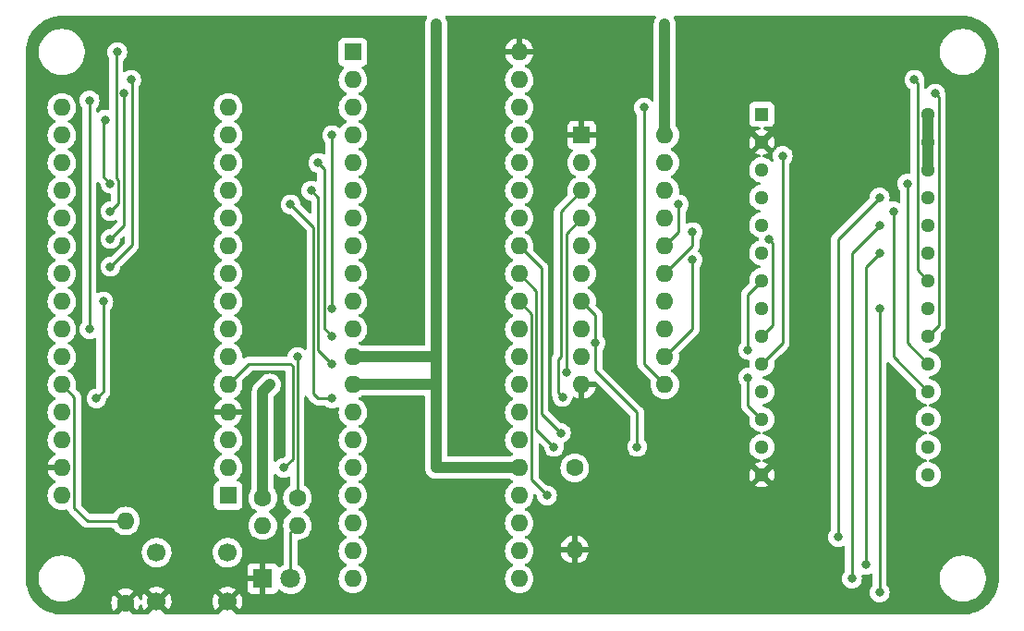
<source format=gbl>
%TF.GenerationSoftware,KiCad,Pcbnew,(6.0.0)*%
%TF.CreationDate,2023-01-29T20:34:43-05:00*%
%TF.ProjectId,dumper,64756d70-6572-42e6-9b69-6361645f7063,rev?*%
%TF.SameCoordinates,Original*%
%TF.FileFunction,Copper,L2,Bot*%
%TF.FilePolarity,Positive*%
%FSLAX46Y46*%
G04 Gerber Fmt 4.6, Leading zero omitted, Abs format (unit mm)*
G04 Created by KiCad (PCBNEW (6.0.0)) date 2023-01-29 20:34:43*
%MOMM*%
%LPD*%
G01*
G04 APERTURE LIST*
%TA.AperFunction,ComponentPad*%
%ADD10C,1.700000*%
%TD*%
%TA.AperFunction,ComponentPad*%
%ADD11R,1.600000X1.600000*%
%TD*%
%TA.AperFunction,ComponentPad*%
%ADD12O,1.600000X1.600000*%
%TD*%
%TA.AperFunction,ComponentPad*%
%ADD13C,1.600000*%
%TD*%
%TA.AperFunction,ComponentPad*%
%ADD14R,1.295400X1.295400*%
%TD*%
%TA.AperFunction,ComponentPad*%
%ADD15C,1.295400*%
%TD*%
%TA.AperFunction,ComponentPad*%
%ADD16R,1.800000X1.800000*%
%TD*%
%TA.AperFunction,ComponentPad*%
%ADD17C,1.800000*%
%TD*%
%TA.AperFunction,ViaPad*%
%ADD18C,0.800000*%
%TD*%
%TA.AperFunction,Conductor*%
%ADD19C,0.250000*%
%TD*%
%TA.AperFunction,Conductor*%
%ADD20C,1.000000*%
%TD*%
G04 APERTURE END LIST*
D10*
%TO.P,SW1,1,1*%
%TO.N,GND*%
X93293000Y-148808000D03*
%TO.P,SW1,2,2*%
X86793000Y-148808000D03*
%TO.P,SW1,3,K*%
%TO.N,Net-(A1-Pad26)*%
X93293000Y-144308000D03*
%TO.P,SW1,4,A*%
X86793000Y-144308000D03*
%TD*%
D11*
%TO.P,U4,1,Pin_1*%
%TO.N,B5*%
X104770000Y-98430000D03*
D12*
%TO.P,U4,2,Pin_2*%
%TO.N,B7*%
X104770000Y-100970000D03*
%TO.P,U4,3,Pin_3*%
%TO.N,B0*%
X104770000Y-103510000D03*
%TO.P,U4,4,Pin_4*%
%TO.N,B1*%
X104770000Y-106050000D03*
%TO.P,U4,5,Pin_5*%
%TO.N,B2*%
X104770000Y-108590000D03*
%TO.P,U4,6,Pin_6*%
%TO.N,A0*%
X104770000Y-111130000D03*
%TO.P,U4,7,Pin_7*%
%TO.N,A1*%
X104770000Y-113670000D03*
%TO.P,U4,8,Pin_8*%
%TO.N,A2*%
X104770000Y-116210000D03*
%TO.P,U4,9,Pin_9*%
%TO.N,A3*%
X104770000Y-118750000D03*
%TO.P,U4,10,Pin_10*%
%TO.N,A4*%
X104770000Y-121290000D03*
%TO.P,U4,11,Pin_11*%
%TO.N,A7*%
X104770000Y-123830000D03*
%TO.P,U4,12,Pin_12*%
%TO.N,{slash}INT1*%
X104770000Y-126370000D03*
%TO.P,U4,13,Pin_13*%
X104770000Y-128910000D03*
%TO.P,U4,14,Pin_14*%
%TO.N,{slash}RESET*%
X104770000Y-131450000D03*
%TO.P,U4,15,Pin_15*%
%TO.N,A6*%
X104770000Y-133990000D03*
%TO.P,U4,16,Pin_16*%
%TO.N,A5*%
X104770000Y-136530000D03*
%TO.P,U4,17,Pin_17*%
%TO.N,XTAL2*%
X104770000Y-139070000D03*
%TO.P,U4,18,Pin_18*%
%TO.N,XTAL1*%
X104770000Y-141610000D03*
%TO.P,U4,19,Pin_19*%
%TO.N,D7*%
X104770000Y-144150000D03*
%TO.P,U4,20,Pin_20*%
%TO.N,D6*%
X104770000Y-146690000D03*
%TO.P,U4,21,Pin_21*%
%TO.N,D5*%
X120010000Y-146690000D03*
%TO.P,U4,22,Pin_22*%
%TO.N,D4*%
X120010000Y-144150000D03*
%TO.P,U4,23,Pin_23*%
%TO.N,D3*%
X120010000Y-141610000D03*
%TO.P,U4,24,Pin_24*%
%TO.N,D2*%
X120010000Y-139070000D03*
%TO.P,U4,25,Pin_25*%
%TO.N,{slash}INT1*%
X120010000Y-136530000D03*
%TO.P,U4,26,Pin_26*%
%TO.N,D1*%
X120010000Y-133990000D03*
%TO.P,U4,27,Pin_27*%
%TO.N,D0*%
X120010000Y-131450000D03*
%TO.P,U4,28,Pin_28*%
%TO.N,C0*%
X120010000Y-128910000D03*
%TO.P,U4,29,Pin_29*%
%TO.N,C1*%
X120010000Y-126370000D03*
%TO.P,U4,30,Pin_30*%
%TO.N,C2*%
X120010000Y-123830000D03*
%TO.P,U4,31,Pin_31*%
%TO.N,C3*%
X120010000Y-121290000D03*
%TO.P,U4,32,Pin_32*%
%TO.N,C4*%
X120010000Y-118750000D03*
%TO.P,U4,33,Pin_33*%
%TO.N,C5*%
X120010000Y-116210000D03*
%TO.P,U4,34,Pin_34*%
%TO.N,C6*%
X120010000Y-113670000D03*
%TO.P,U4,35,Pin_35*%
%TO.N,C7*%
X120010000Y-111130000D03*
%TO.P,U4,36,Pin_36*%
%TO.N,MC*%
X120010000Y-108590000D03*
%TO.P,U4,37,Pin_37*%
%TO.N,B3*%
X120010000Y-106050000D03*
%TO.P,U4,38,Pin_38*%
%TO.N,B4*%
X120010000Y-103510000D03*
%TO.P,U4,39,Pin_39*%
%TO.N,B6*%
X120010000Y-100970000D03*
%TO.P,U4,40,Pin_40*%
%TO.N,GND*%
X120010000Y-98430000D03*
%TD*%
D11*
%TO.P,A1,1,D1/TX*%
%TO.N,unconnected-(A1-Pad1)*%
X93345000Y-139065000D03*
D12*
%TO.P,A1,2,D0/RX*%
%TO.N,unconnected-(A1-Pad2)*%
X93345000Y-136525000D03*
%TO.P,A1,3,~{RESET}*%
%TO.N,unconnected-(A1-Pad3)*%
X93345000Y-133985000D03*
%TO.P,A1,4,GND*%
%TO.N,GND*%
X93345000Y-131445000D03*
%TO.P,A1,5,D2*%
%TO.N,XTAL2*%
X93345000Y-128905000D03*
%TO.P,A1,6,D3*%
%TO.N,Net-(A1-Pad6)*%
X93345000Y-126365000D03*
%TO.P,A1,7,D4*%
%TO.N,C4*%
X93345000Y-123825000D03*
%TO.P,A1,8,D5*%
%TO.N,C5*%
X93345000Y-121285000D03*
%TO.P,A1,9,D6*%
%TO.N,C6*%
X93345000Y-118745000D03*
%TO.P,A1,10,D7*%
%TO.N,C7*%
X93345000Y-116205000D03*
%TO.P,A1,11,D8*%
%TO.N,C0*%
X93345000Y-113665000D03*
%TO.P,A1,12,D9*%
%TO.N,C1*%
X93345000Y-111125000D03*
%TO.P,A1,13,D10*%
%TO.N,C2*%
X93345000Y-108585000D03*
%TO.P,A1,14,D11*%
%TO.N,C3*%
X93345000Y-106045000D03*
%TO.P,A1,15,D12*%
%TO.N,unconnected-(A1-Pad15)*%
X93345000Y-103505000D03*
%TO.P,A1,16,D13*%
%TO.N,MC*%
X78105000Y-103505000D03*
%TO.P,A1,17,3V3*%
%TO.N,unconnected-(A1-Pad17)*%
X78105000Y-106045000D03*
%TO.P,A1,18,AREF*%
%TO.N,unconnected-(A1-Pad18)*%
X78105000Y-108585000D03*
%TO.P,A1,19,A0*%
%TO.N,B4*%
X78105000Y-111125000D03*
%TO.P,A1,20,A1*%
%TO.N,B5*%
X78105000Y-113665000D03*
%TO.P,A1,21,A2*%
%TO.N,B6*%
X78105000Y-116205000D03*
%TO.P,A1,22,A3*%
%TO.N,B7*%
X78105000Y-118745000D03*
%TO.P,A1,23,A4*%
%TO.N,{slash}RESET*%
X78105000Y-121285000D03*
%TO.P,A1,24,A5*%
%TO.N,{slash}READ*%
X78105000Y-123825000D03*
%TO.P,A1,25,A6*%
%TO.N,unconnected-(A1-Pad25)*%
X78105000Y-126365000D03*
%TO.P,A1,26,A7*%
%TO.N,Net-(A1-Pad26)*%
X78105000Y-128905000D03*
%TO.P,A1,27,+5V*%
%TO.N,{slash}INT1*%
X78105000Y-131445000D03*
%TO.P,A1,28,~{RESET}*%
%TO.N,unconnected-(A1-Pad28)*%
X78105000Y-133985000D03*
%TO.P,A1,29,GND*%
%TO.N,GND*%
X78105000Y-136525000D03*
%TO.P,A1,30,VIN*%
%TO.N,unconnected-(A1-Pad30)*%
X78105000Y-139065000D03*
%TD*%
D13*
%TO.P,R1,1*%
%TO.N,Net-(A1-Pad6)*%
X99695000Y-139290000D03*
D12*
%TO.P,R1,2*%
%TO.N,Net-(D1-Pad2)*%
X99695000Y-141830000D03*
%TD*%
D14*
%TO.P,U2,1,NC_2*%
%TO.N,{slash}INT1*%
X142230000Y-104140000D03*
D15*
%TO.P,U2,2,A12*%
%TO.N,GND*%
X142230000Y-106680000D03*
%TO.P,U2,3,A7*%
%TO.N,Addr7*%
X142230000Y-109220000D03*
%TO.P,U2,4,A6*%
%TO.N,Addr6*%
X142230000Y-111760000D03*
%TO.P,U2,5,A5*%
%TO.N,Addr5*%
X142230000Y-114300000D03*
%TO.P,U2,6,A4*%
%TO.N,Addr4*%
X142230000Y-116840000D03*
%TO.P,U2,7,A3*%
%TO.N,Addr3*%
X142230000Y-119380000D03*
%TO.P,U2,8,A2*%
%TO.N,Addr2*%
X142230000Y-121920000D03*
%TO.P,U2,9,A1*%
%TO.N,Addr1*%
X142230000Y-124460000D03*
%TO.P,U2,10,A0*%
%TO.N,Addr0*%
X142230000Y-127000000D03*
%TO.P,U2,11,DQ0*%
%TO.N,C0*%
X142230000Y-129540000D03*
%TO.P,U2,12,DQ1*%
%TO.N,C1*%
X142230000Y-132080000D03*
%TO.P,U2,13,DQ2*%
%TO.N,C2*%
X142230000Y-134620000D03*
%TO.P,U2,14,GND*%
%TO.N,GND*%
X142230000Y-137160000D03*
%TO.P,U2,15,DQ3*%
%TO.N,C3*%
X157470000Y-137160000D03*
%TO.P,U2,16,DQ4*%
%TO.N,C4*%
X157470000Y-134620000D03*
%TO.P,U2,17,DQ5*%
%TO.N,C5*%
X157470000Y-132080000D03*
%TO.P,U2,18,DQ6*%
%TO.N,C6*%
X157470000Y-129540000D03*
%TO.P,U2,19,DQ7*%
%TO.N,C7*%
X157470000Y-127000000D03*
%TO.P,U2,20,\u002ACE*%
%TO.N,{slash}READ*%
X157470000Y-124460000D03*
%TO.P,U2,21,A10*%
%TO.N,D6*%
X157470000Y-121920000D03*
%TO.P,U2,22,\u002AOE*%
%TO.N,B6*%
X157470000Y-119380000D03*
%TO.P,U2,23,A11*%
%TO.N,D7*%
X157470000Y-116840000D03*
%TO.P,U2,24,A9*%
%TO.N,D5*%
X157470000Y-114300000D03*
%TO.P,U2,25,A8*%
%TO.N,D4*%
X157470000Y-111760000D03*
%TO.P,U2,26,NC*%
%TO.N,{slash}INT1*%
X157470000Y-109220000D03*
%TO.P,U2,27,\u002AWE*%
X157470000Y-106680000D03*
%TO.P,U2,28,VCC*%
X157470000Y-104140000D03*
%TD*%
D13*
%TO.P,C1,1*%
%TO.N,{slash}INT1*%
X125095000Y-136525000D03*
D12*
%TO.P,C1,2*%
%TO.N,GND*%
X125095000Y-144025000D03*
%TD*%
D11*
%TO.P,U3,1,OE*%
%TO.N,GND*%
X125730000Y-106045000D03*
D12*
%TO.P,U3,2,O0*%
%TO.N,Addr0*%
X125730000Y-108585000D03*
%TO.P,U3,3,D0*%
%TO.N,C0*%
X125730000Y-111125000D03*
%TO.P,U3,4,D1*%
%TO.N,C1*%
X125730000Y-113665000D03*
%TO.P,U3,5,O1*%
%TO.N,Addr1*%
X125730000Y-116205000D03*
%TO.P,U3,6,O2*%
%TO.N,Addr2*%
X125730000Y-118745000D03*
%TO.P,U3,7,D2*%
%TO.N,C2*%
X125730000Y-121285000D03*
%TO.P,U3,8,D3*%
%TO.N,C3*%
X125730000Y-123825000D03*
%TO.P,U3,9,O3*%
%TO.N,Addr3*%
X125730000Y-126365000D03*
%TO.P,U3,10,GND*%
%TO.N,GND*%
X125730000Y-128905000D03*
%TO.P,U3,11,LE*%
%TO.N,B4*%
X133350000Y-128905000D03*
%TO.P,U3,12,O4*%
%TO.N,Addr4*%
X133350000Y-126365000D03*
%TO.P,U3,13,D4*%
%TO.N,C4*%
X133350000Y-123825000D03*
%TO.P,U3,14,D5*%
%TO.N,C5*%
X133350000Y-121285000D03*
%TO.P,U3,15,O5*%
%TO.N,Addr5*%
X133350000Y-118745000D03*
%TO.P,U3,16,O6*%
%TO.N,Addr6*%
X133350000Y-116205000D03*
%TO.P,U3,17,D6*%
%TO.N,C6*%
X133350000Y-113665000D03*
%TO.P,U3,18,D7*%
%TO.N,C7*%
X133350000Y-111125000D03*
%TO.P,U3,19,O7*%
%TO.N,Addr7*%
X133350000Y-108585000D03*
%TO.P,U3,20,VCC*%
%TO.N,{slash}INT1*%
X133350000Y-106045000D03*
%TD*%
D16*
%TO.P,D1,1,K*%
%TO.N,GND*%
X96515000Y-146685000D03*
D17*
%TO.P,D1,2,A*%
%TO.N,Net-(D1-Pad2)*%
X99055000Y-146685000D03*
%TD*%
D13*
%TO.P,R2,1*%
%TO.N,{slash}INT1*%
X96520000Y-139290000D03*
D12*
%TO.P,R2,2*%
%TO.N,Net-(A1-Pad26)*%
X96520000Y-141830000D03*
%TD*%
D13*
%TO.P,C2,1*%
%TO.N,GND*%
X83947000Y-148911000D03*
D12*
%TO.P,C2,2*%
%TO.N,Net-(A1-Pad26)*%
X83947000Y-141411000D03*
%TD*%
D18*
%TO.N,GND*%
X130175000Y-128905000D03*
%TO.N,{slash}READ*%
X80645000Y-102870000D03*
X80645000Y-123825000D03*
X158115000Y-102235000D03*
%TO.N,Net-(A1-Pad6)*%
X99695000Y-126365000D03*
%TO.N,{slash}INT1*%
X133350000Y-95885000D03*
X112400000Y-95890000D03*
X97160000Y-128910000D03*
%TO.N,{slash}RESET*%
X81915000Y-121285000D03*
X81280000Y-130175000D03*
%TO.N,XTAL2*%
X98425000Y-136525000D03*
%TO.N,B5*%
X83185000Y-98425000D03*
X82550000Y-113030000D03*
%TO.N,D5*%
X150495000Y-146685000D03*
X153035000Y-114300000D03*
%TO.N,D6*%
X153035000Y-147955000D03*
X153035000Y-121920000D03*
%TO.N,B4*%
X131445000Y-103505000D03*
X82055489Y-104634511D03*
X82550000Y-110490000D03*
%TO.N,Addr0*%
X144145000Y-107950000D03*
%TO.N,Addr4*%
X135890000Y-117475000D03*
%TO.N,C0*%
X99060000Y-112395000D03*
X102870000Y-130175000D03*
X123970489Y-130029511D03*
%TO.N,C4*%
X123190000Y-134620000D03*
%TO.N,C1*%
X100965000Y-111125000D03*
X102870000Y-127000000D03*
X140970000Y-128270000D03*
X124314511Y-127780489D03*
%TO.N,C5*%
X123825000Y-133350000D03*
%TO.N,Addr1*%
X142875000Y-115570000D03*
%TO.N,Addr5*%
X135890000Y-114935000D03*
%TO.N,Addr6*%
X134620000Y-112395000D03*
%TO.N,C2*%
X101600000Y-108585000D03*
X102870000Y-124460000D03*
X127000000Y-125095000D03*
X130810000Y-134620000D03*
%TO.N,C6*%
X154305000Y-113030000D03*
%TO.N,C3*%
X102870000Y-121920000D03*
X122555000Y-139065000D03*
X102870000Y-106045000D03*
%TO.N,C7*%
X155575000Y-110490000D03*
%TO.N,Addr3*%
X140970000Y-125730000D03*
%TO.N,B7*%
X82550000Y-118110000D03*
X84460000Y-100970000D03*
%TO.N,D4*%
X149225000Y-142875000D03*
X153035000Y-111760000D03*
%TO.N,D7*%
X153035000Y-116840000D03*
X151765000Y-145415000D03*
%TO.N,B6*%
X156210000Y-100965000D03*
X83820000Y-102235000D03*
X82550000Y-115570000D03*
%TD*%
D19*
%TO.N,{slash}READ*%
X157470000Y-124460000D02*
X158442211Y-123487789D01*
X158442211Y-102562211D02*
X158115000Y-102235000D01*
X158442211Y-123487789D02*
X158442211Y-102562211D01*
X80645000Y-102870000D02*
X80645000Y-123825000D01*
%TO.N,Net-(A1-Pad26)*%
X79229511Y-130029511D02*
X79229511Y-140189511D01*
X79229511Y-140189511D02*
X80451000Y-141411000D01*
X80451000Y-141411000D02*
X83947000Y-141411000D01*
X78105000Y-128905000D02*
X79229511Y-130029511D01*
%TO.N,Net-(A1-Pad6)*%
X99695000Y-126365000D02*
X99695000Y-139290000D01*
D20*
%TO.N,{slash}INT1*%
X120010000Y-136530000D02*
X112400000Y-136530000D01*
X112400000Y-136530000D02*
X112400000Y-128900000D01*
X157470000Y-109220000D02*
X157470000Y-106680000D01*
X157470000Y-106680000D02*
X157470000Y-104140000D01*
X112390000Y-128910000D02*
X112400000Y-128900000D01*
X104770000Y-126370000D02*
X112400000Y-126370000D01*
X96520000Y-129550000D02*
X97160000Y-128910000D01*
X112400000Y-128900000D02*
X112400000Y-126370000D01*
X112400000Y-126370000D02*
X112400000Y-95890000D01*
X104770000Y-128910000D02*
X112390000Y-128910000D01*
X96520000Y-139290000D02*
X96520000Y-129550000D01*
X133350000Y-95885000D02*
X133350000Y-106045000D01*
D19*
%TO.N,{slash}RESET*%
X81915000Y-129540000D02*
X81280000Y-130175000D01*
X81915000Y-121285000D02*
X81915000Y-129540000D01*
%TO.N,XTAL2*%
X95250000Y-127000000D02*
X99060000Y-127000000D01*
X99245480Y-135704520D02*
X98425000Y-136525000D01*
X93345000Y-128905000D02*
X95250000Y-127000000D01*
X99245480Y-127185480D02*
X99245480Y-135704520D01*
X99060000Y-127000000D02*
X99245480Y-127185480D01*
%TO.N,B5*%
X83185000Y-98425000D02*
X83095489Y-98514511D01*
X83274511Y-112305489D02*
X82550000Y-113030000D01*
X83274511Y-110189897D02*
X83274511Y-112305489D01*
X83095489Y-98514511D02*
X83095489Y-110010875D01*
X83095489Y-110010875D02*
X83274511Y-110189897D01*
%TO.N,D5*%
X150495000Y-116840000D02*
X153035000Y-114300000D01*
X150495000Y-146685000D02*
X150495000Y-116840000D01*
%TO.N,D6*%
X153035000Y-121920000D02*
X153035000Y-147955000D01*
%TO.N,B4*%
X81915000Y-104775000D02*
X81915000Y-109855000D01*
X82055489Y-104634511D02*
X81915000Y-104775000D01*
X131445000Y-127000000D02*
X133350000Y-128905000D01*
X81915000Y-109855000D02*
X82550000Y-110490000D01*
X131445000Y-103505000D02*
X131445000Y-127000000D01*
%TO.N,Addr0*%
X144145000Y-107950000D02*
X144145000Y-125085000D01*
X144145000Y-125085000D02*
X142230000Y-127000000D01*
%TO.N,Addr4*%
X135890000Y-123825000D02*
X133350000Y-126365000D01*
X135890000Y-117475000D02*
X135890000Y-123825000D01*
%TO.N,C0*%
X99060000Y-112395000D02*
X101150480Y-114485480D01*
X101150480Y-114485480D02*
X101150480Y-129725480D01*
X101600000Y-130175000D02*
X102870000Y-130175000D01*
X123825000Y-113030000D02*
X123825000Y-126365000D01*
X123970489Y-130029511D02*
X123590000Y-129649022D01*
X123590000Y-126600000D02*
X123825000Y-126365000D01*
X101150480Y-129725480D02*
X101600000Y-130175000D01*
X125730000Y-111125000D02*
X123825000Y-113030000D01*
X123590000Y-129649022D02*
X123590000Y-126600000D01*
%TO.N,C4*%
X123190000Y-134620000D02*
X121584031Y-133014031D01*
X120010000Y-118750000D02*
X121584031Y-120324031D01*
X121584031Y-133014031D02*
X121584031Y-132379031D01*
X121584031Y-120324031D02*
X121584031Y-132379031D01*
%TO.N,C1*%
X124314511Y-127780489D02*
X124314511Y-115080489D01*
X124314511Y-115080489D02*
X125730000Y-113665000D01*
X102870000Y-127000000D02*
X101600000Y-125730000D01*
X101600000Y-111760000D02*
X100965000Y-111125000D01*
X140970000Y-128270000D02*
X140970000Y-130820000D01*
X101600000Y-125730000D02*
X101600000Y-111760000D01*
X140970000Y-130820000D02*
X142230000Y-132080000D01*
%TO.N,C5*%
X122033551Y-131558551D02*
X122033551Y-130061449D01*
X120010000Y-116210000D02*
X122033551Y-118233551D01*
X122033551Y-118233551D02*
X122033551Y-130061449D01*
X123825000Y-133350000D02*
X122033551Y-131558551D01*
%TO.N,Addr1*%
X143202211Y-123487789D02*
X143202211Y-115897211D01*
X142230000Y-124460000D02*
X143202211Y-123487789D01*
X143202211Y-115897211D02*
X142875000Y-115570000D01*
%TO.N,Addr5*%
X135890000Y-116205000D02*
X133350000Y-118745000D01*
X135890000Y-114935000D02*
X135890000Y-116205000D01*
%TO.N,Addr6*%
X134620000Y-112395000D02*
X134620000Y-114935000D01*
X134620000Y-114935000D02*
X133350000Y-116205000D01*
%TO.N,C2*%
X102870000Y-124460000D02*
X102145489Y-123735489D01*
X130810000Y-131445000D02*
X127000000Y-127635000D01*
X130810000Y-134620000D02*
X130810000Y-131445000D01*
X127000000Y-125095000D02*
X127000000Y-127635000D01*
X102145489Y-123735489D02*
X102145489Y-109130489D01*
X102145489Y-109130489D02*
X101600000Y-108585000D01*
X127000000Y-122555000D02*
X125730000Y-121285000D01*
X127000000Y-125095000D02*
X127000000Y-122555000D01*
%TO.N,C6*%
X157470000Y-129540000D02*
X154305000Y-126375000D01*
X154305000Y-126375000D02*
X154305000Y-113030000D01*
%TO.N,C3*%
X120010000Y-121290000D02*
X121134511Y-122414511D01*
X102870000Y-106045000D02*
X102870000Y-121920000D01*
X121134511Y-137644511D02*
X121134511Y-135104511D01*
X121134511Y-122414511D02*
X121134511Y-135104511D01*
X122555000Y-139065000D02*
X121134511Y-137644511D01*
%TO.N,C7*%
X155575000Y-125105000D02*
X157470000Y-127000000D01*
X155575000Y-110490000D02*
X155575000Y-125105000D01*
%TO.N,Addr3*%
X142230000Y-119380000D02*
X140970000Y-120640000D01*
X140970000Y-120640000D02*
X140970000Y-125730000D01*
%TO.N,B7*%
X84460000Y-100970000D02*
X84544511Y-101054511D01*
X84544511Y-101054511D02*
X84544511Y-116115489D01*
X84544511Y-116115489D02*
X82550000Y-118110000D01*
%TO.N,D4*%
X149225000Y-115570000D02*
X149225000Y-142875000D01*
X153035000Y-111760000D02*
X149225000Y-115570000D01*
%TO.N,D7*%
X151765000Y-118110000D02*
X153035000Y-116840000D01*
X151765000Y-145415000D02*
X151765000Y-118110000D01*
%TO.N,B6*%
X157470000Y-119380000D02*
X156497789Y-118407789D01*
X156497789Y-101252789D02*
X156210000Y-100965000D01*
X83820000Y-102235000D02*
X83820000Y-114300000D01*
X156497789Y-118407789D02*
X156497789Y-101252789D01*
X83820000Y-114300000D02*
X82550000Y-115570000D01*
%TO.N,Net-(D1-Pad2)*%
X99055000Y-142470000D02*
X99695000Y-141830000D01*
X99055000Y-146685000D02*
X99055000Y-142470000D01*
%TD*%
%TA.AperFunction,Conductor*%
%TO.N,GND*%
G36*
X111526875Y-95143002D02*
G01*
X111573368Y-95196658D01*
X111583472Y-95266932D01*
X111563786Y-95317441D01*
X111563846Y-95317474D01*
X111560879Y-95322871D01*
X111560877Y-95322874D01*
X111554406Y-95334645D01*
X111468567Y-95490787D01*
X111466706Y-95496654D01*
X111466705Y-95496656D01*
X111461560Y-95512875D01*
X111408765Y-95679306D01*
X111391500Y-95833227D01*
X111391500Y-125235500D01*
X111371498Y-125303621D01*
X111317842Y-125350114D01*
X111265500Y-125361500D01*
X105650740Y-125361500D01*
X105578469Y-125338713D01*
X105538078Y-125310431D01*
X105426749Y-125232477D01*
X105421767Y-125230154D01*
X105421762Y-125230151D01*
X105387543Y-125214195D01*
X105334258Y-125167278D01*
X105314797Y-125099001D01*
X105335339Y-125031041D01*
X105387543Y-124985805D01*
X105421762Y-124969849D01*
X105421767Y-124969846D01*
X105426749Y-124967523D01*
X105531611Y-124894098D01*
X105609789Y-124839357D01*
X105609792Y-124839355D01*
X105614300Y-124836198D01*
X105776198Y-124674300D01*
X105781785Y-124666322D01*
X105861026Y-124553153D01*
X105907523Y-124486749D01*
X105909846Y-124481767D01*
X105909849Y-124481762D01*
X106001961Y-124284225D01*
X106001961Y-124284224D01*
X106004284Y-124279243D01*
X106023883Y-124206101D01*
X106062119Y-124063402D01*
X106062119Y-124063400D01*
X106063543Y-124058087D01*
X106083498Y-123830000D01*
X106063543Y-123601913D01*
X106060674Y-123591206D01*
X106005707Y-123386067D01*
X106005706Y-123386064D01*
X106004284Y-123380757D01*
X106001961Y-123375775D01*
X105909849Y-123178238D01*
X105909846Y-123178233D01*
X105907523Y-123173251D01*
X105804134Y-123025597D01*
X105779357Y-122990211D01*
X105779355Y-122990208D01*
X105776198Y-122985700D01*
X105614300Y-122823802D01*
X105609792Y-122820645D01*
X105609789Y-122820643D01*
X105531611Y-122765902D01*
X105426749Y-122692477D01*
X105421767Y-122690154D01*
X105421762Y-122690151D01*
X105387543Y-122674195D01*
X105334258Y-122627278D01*
X105314797Y-122559001D01*
X105335339Y-122491041D01*
X105387543Y-122445805D01*
X105421762Y-122429849D01*
X105421767Y-122429846D01*
X105426749Y-122427523D01*
X105546218Y-122343870D01*
X105609789Y-122299357D01*
X105609792Y-122299355D01*
X105614300Y-122296198D01*
X105776198Y-122134300D01*
X105781785Y-122126322D01*
X105904366Y-121951257D01*
X105907523Y-121946749D01*
X105909846Y-121941767D01*
X105909849Y-121941762D01*
X106001961Y-121744225D01*
X106001961Y-121744224D01*
X106004284Y-121739243D01*
X106029053Y-121646807D01*
X106062119Y-121523402D01*
X106062119Y-121523400D01*
X106063543Y-121518087D01*
X106083498Y-121290000D01*
X106063543Y-121061913D01*
X106062119Y-121056598D01*
X106005707Y-120846067D01*
X106005706Y-120846065D01*
X106004284Y-120840757D01*
X106001961Y-120835775D01*
X105909849Y-120638238D01*
X105909846Y-120638233D01*
X105907523Y-120633251D01*
X105812653Y-120497763D01*
X105779357Y-120450211D01*
X105779355Y-120450208D01*
X105776198Y-120445700D01*
X105614300Y-120283802D01*
X105609792Y-120280645D01*
X105609789Y-120280643D01*
X105523510Y-120220230D01*
X105426749Y-120152477D01*
X105421767Y-120150154D01*
X105421762Y-120150151D01*
X105387543Y-120134195D01*
X105334258Y-120087278D01*
X105314797Y-120019001D01*
X105335339Y-119951041D01*
X105387543Y-119905805D01*
X105421762Y-119889849D01*
X105421767Y-119889846D01*
X105426749Y-119887523D01*
X105531611Y-119814098D01*
X105609789Y-119759357D01*
X105609792Y-119759355D01*
X105614300Y-119756198D01*
X105776198Y-119594300D01*
X105779361Y-119589784D01*
X105904366Y-119411257D01*
X105907523Y-119406749D01*
X105909846Y-119401767D01*
X105909849Y-119401762D01*
X106001961Y-119204225D01*
X106001961Y-119204224D01*
X106004284Y-119199243D01*
X106020169Y-119139962D01*
X106062119Y-118983402D01*
X106062119Y-118983400D01*
X106063543Y-118978087D01*
X106083498Y-118750000D01*
X106063543Y-118521913D01*
X106004284Y-118300757D01*
X106001961Y-118295775D01*
X105909849Y-118098238D01*
X105909846Y-118098233D01*
X105907523Y-118093251D01*
X105804134Y-117945597D01*
X105779357Y-117910211D01*
X105779355Y-117910208D01*
X105776198Y-117905700D01*
X105614300Y-117743802D01*
X105609792Y-117740645D01*
X105609789Y-117740643D01*
X105503690Y-117666352D01*
X105426749Y-117612477D01*
X105421767Y-117610154D01*
X105421762Y-117610151D01*
X105387543Y-117594195D01*
X105334258Y-117547278D01*
X105314797Y-117479001D01*
X105335339Y-117411041D01*
X105387543Y-117365805D01*
X105421762Y-117349849D01*
X105421767Y-117349846D01*
X105426749Y-117347523D01*
X105531611Y-117274098D01*
X105609789Y-117219357D01*
X105609792Y-117219355D01*
X105614300Y-117216198D01*
X105776198Y-117054300D01*
X105779361Y-117049784D01*
X105904366Y-116871257D01*
X105907523Y-116866749D01*
X105909846Y-116861767D01*
X105909849Y-116861762D01*
X106001961Y-116664225D01*
X106001961Y-116664224D01*
X106004284Y-116659243D01*
X106006742Y-116650072D01*
X106062119Y-116443402D01*
X106062120Y-116443398D01*
X106063543Y-116438087D01*
X106083498Y-116210000D01*
X106063543Y-115981913D01*
X106062119Y-115976598D01*
X106005707Y-115766067D01*
X106005706Y-115766065D01*
X106004284Y-115760757D01*
X106001961Y-115755775D01*
X105909849Y-115558238D01*
X105909846Y-115558233D01*
X105907523Y-115553251D01*
X105804492Y-115406108D01*
X105779357Y-115370211D01*
X105779355Y-115370208D01*
X105776198Y-115365700D01*
X105614300Y-115203802D01*
X105609792Y-115200645D01*
X105609789Y-115200643D01*
X105505545Y-115127651D01*
X105426749Y-115072477D01*
X105421767Y-115070154D01*
X105421762Y-115070151D01*
X105387543Y-115054195D01*
X105334258Y-115007278D01*
X105314797Y-114939001D01*
X105335339Y-114871041D01*
X105387543Y-114825805D01*
X105421762Y-114809849D01*
X105421767Y-114809846D01*
X105426749Y-114807523D01*
X105564628Y-114710979D01*
X105609789Y-114679357D01*
X105609792Y-114679355D01*
X105614300Y-114676198D01*
X105776198Y-114514300D01*
X105779361Y-114509784D01*
X105904366Y-114331257D01*
X105907523Y-114326749D01*
X105909846Y-114321767D01*
X105909849Y-114321762D01*
X106001961Y-114124225D01*
X106001961Y-114124224D01*
X106004284Y-114119243D01*
X106006742Y-114110072D01*
X106062119Y-113903402D01*
X106062119Y-113903400D01*
X106063543Y-113898087D01*
X106083498Y-113670000D01*
X106063543Y-113441913D01*
X106062119Y-113436598D01*
X106005707Y-113226067D01*
X106005706Y-113226065D01*
X106004284Y-113220757D01*
X106001961Y-113215775D01*
X105909849Y-113018238D01*
X105909846Y-113018233D01*
X105907523Y-113013251D01*
X105804134Y-112865597D01*
X105779357Y-112830211D01*
X105779355Y-112830208D01*
X105776198Y-112825700D01*
X105614300Y-112663802D01*
X105609792Y-112660645D01*
X105609789Y-112660643D01*
X105505545Y-112587651D01*
X105426749Y-112532477D01*
X105421767Y-112530154D01*
X105421762Y-112530151D01*
X105387543Y-112514195D01*
X105334258Y-112467278D01*
X105314797Y-112399001D01*
X105335339Y-112331041D01*
X105387543Y-112285805D01*
X105421762Y-112269849D01*
X105421767Y-112269846D01*
X105426749Y-112267523D01*
X105532694Y-112193339D01*
X105609789Y-112139357D01*
X105609792Y-112139355D01*
X105614300Y-112136198D01*
X105776198Y-111974300D01*
X105779361Y-111969784D01*
X105883701Y-111820770D01*
X105907523Y-111786749D01*
X105909846Y-111781767D01*
X105909849Y-111781762D01*
X106001961Y-111584225D01*
X106001961Y-111584224D01*
X106004284Y-111579243D01*
X106006742Y-111570072D01*
X106062119Y-111363402D01*
X106062119Y-111363400D01*
X106063543Y-111358087D01*
X106083498Y-111130000D01*
X106063543Y-110901913D01*
X106062119Y-110896598D01*
X106005707Y-110686067D01*
X106005706Y-110686065D01*
X106004284Y-110680757D01*
X106001961Y-110675775D01*
X105909849Y-110478238D01*
X105909846Y-110478233D01*
X105907523Y-110473251D01*
X105812653Y-110337763D01*
X105779357Y-110290211D01*
X105779355Y-110290208D01*
X105776198Y-110285700D01*
X105614300Y-110123802D01*
X105609792Y-110120645D01*
X105609789Y-110120643D01*
X105457197Y-110013797D01*
X105426749Y-109992477D01*
X105421767Y-109990154D01*
X105421762Y-109990151D01*
X105387543Y-109974195D01*
X105334258Y-109927278D01*
X105314797Y-109859001D01*
X105335339Y-109791041D01*
X105387543Y-109745805D01*
X105421762Y-109729849D01*
X105421767Y-109729846D01*
X105426749Y-109727523D01*
X105531611Y-109654098D01*
X105609789Y-109599357D01*
X105609792Y-109599355D01*
X105614300Y-109596198D01*
X105776198Y-109434300D01*
X105779361Y-109429784D01*
X105883701Y-109280770D01*
X105907523Y-109246749D01*
X105909846Y-109241767D01*
X105909849Y-109241762D01*
X106001961Y-109044225D01*
X106001961Y-109044224D01*
X106004284Y-109039243D01*
X106063543Y-108818087D01*
X106083498Y-108590000D01*
X106063543Y-108361913D01*
X106047681Y-108302714D01*
X106005707Y-108146067D01*
X106005706Y-108146065D01*
X106004284Y-108140757D01*
X106001961Y-108135775D01*
X105909849Y-107938238D01*
X105909846Y-107938233D01*
X105907523Y-107933251D01*
X105810601Y-107794832D01*
X105779357Y-107750211D01*
X105779355Y-107750208D01*
X105776198Y-107745700D01*
X105614300Y-107583802D01*
X105609792Y-107580645D01*
X105609789Y-107580643D01*
X105500380Y-107504034D01*
X105426749Y-107452477D01*
X105421767Y-107450154D01*
X105421762Y-107450151D01*
X105387543Y-107434195D01*
X105334258Y-107387278D01*
X105314797Y-107319001D01*
X105335339Y-107251041D01*
X105387543Y-107205805D01*
X105421762Y-107189849D01*
X105421767Y-107189846D01*
X105426749Y-107187523D01*
X105553674Y-107098649D01*
X105609789Y-107059357D01*
X105609792Y-107059355D01*
X105614300Y-107056198D01*
X105776198Y-106894300D01*
X105779361Y-106889784D01*
X105904366Y-106711257D01*
X105907523Y-106706749D01*
X105909846Y-106701767D01*
X105909849Y-106701762D01*
X106001961Y-106504225D01*
X106001961Y-106504224D01*
X106004284Y-106499243D01*
X106021989Y-106433170D01*
X106062119Y-106283402D01*
X106062119Y-106283400D01*
X106063543Y-106278087D01*
X106083498Y-106050000D01*
X106063543Y-105821913D01*
X106035142Y-105715920D01*
X106005707Y-105606067D01*
X106005706Y-105606065D01*
X106004284Y-105600757D01*
X106001961Y-105595775D01*
X105909849Y-105398238D01*
X105909846Y-105398233D01*
X105907523Y-105393251D01*
X105832895Y-105286671D01*
X105779357Y-105210211D01*
X105779355Y-105210208D01*
X105776198Y-105205700D01*
X105614300Y-105043802D01*
X105609792Y-105040645D01*
X105609789Y-105040643D01*
X105531611Y-104985902D01*
X105426749Y-104912477D01*
X105421767Y-104910154D01*
X105421762Y-104910151D01*
X105387543Y-104894195D01*
X105334258Y-104847278D01*
X105314797Y-104779001D01*
X105335339Y-104711041D01*
X105387543Y-104665805D01*
X105421762Y-104649849D01*
X105421767Y-104649846D01*
X105426749Y-104647523D01*
X105531611Y-104574098D01*
X105609789Y-104519357D01*
X105609792Y-104519355D01*
X105614300Y-104516198D01*
X105776198Y-104354300D01*
X105907523Y-104166749D01*
X105909846Y-104161767D01*
X105909849Y-104161762D01*
X106001961Y-103964225D01*
X106001961Y-103964224D01*
X106004284Y-103959243D01*
X106009847Y-103938484D01*
X106062119Y-103743402D01*
X106062119Y-103743400D01*
X106063543Y-103738087D01*
X106083498Y-103510000D01*
X106063543Y-103281913D01*
X106060779Y-103271598D01*
X106005707Y-103066067D01*
X106005706Y-103066065D01*
X106004284Y-103060757D01*
X106001961Y-103055775D01*
X105909849Y-102858238D01*
X105909846Y-102858233D01*
X105907523Y-102853251D01*
X105812653Y-102717763D01*
X105779357Y-102670211D01*
X105779355Y-102670208D01*
X105776198Y-102665700D01*
X105614300Y-102503802D01*
X105609792Y-102500645D01*
X105609789Y-102500643D01*
X105527279Y-102442869D01*
X105426749Y-102372477D01*
X105421767Y-102370154D01*
X105421762Y-102370151D01*
X105387543Y-102354195D01*
X105334258Y-102307278D01*
X105314797Y-102239001D01*
X105335339Y-102171041D01*
X105387543Y-102125805D01*
X105421762Y-102109849D01*
X105421767Y-102109846D01*
X105426749Y-102107523D01*
X105531611Y-102034098D01*
X105609789Y-101979357D01*
X105609792Y-101979355D01*
X105614300Y-101976198D01*
X105776198Y-101814300D01*
X105907523Y-101626749D01*
X105909846Y-101621767D01*
X105909849Y-101621762D01*
X106001961Y-101424225D01*
X106001961Y-101424224D01*
X106004284Y-101419243D01*
X106026785Y-101335271D01*
X106062119Y-101203402D01*
X106062119Y-101203400D01*
X106063543Y-101198087D01*
X106083498Y-100970000D01*
X106063543Y-100741913D01*
X106062119Y-100736598D01*
X106005707Y-100526067D01*
X106005706Y-100526065D01*
X106004284Y-100520757D01*
X105976626Y-100461443D01*
X105909849Y-100318238D01*
X105909846Y-100318233D01*
X105907523Y-100313251D01*
X105812653Y-100177763D01*
X105779357Y-100130211D01*
X105779355Y-100130208D01*
X105776198Y-100125700D01*
X105614300Y-99963802D01*
X105609789Y-99960643D01*
X105605576Y-99957108D01*
X105606527Y-99955974D01*
X105566529Y-99905929D01*
X105559224Y-99835310D01*
X105591258Y-99771951D01*
X105652462Y-99735970D01*
X105669517Y-99732918D01*
X105680316Y-99731745D01*
X105816705Y-99680615D01*
X105933261Y-99593261D01*
X106020615Y-99476705D01*
X106071745Y-99340316D01*
X106078500Y-99278134D01*
X106078500Y-97581866D01*
X106071745Y-97519684D01*
X106020615Y-97383295D01*
X105933261Y-97266739D01*
X105816705Y-97179385D01*
X105680316Y-97128255D01*
X105618134Y-97121500D01*
X103921866Y-97121500D01*
X103859684Y-97128255D01*
X103723295Y-97179385D01*
X103606739Y-97266739D01*
X103519385Y-97383295D01*
X103468255Y-97519684D01*
X103461500Y-97581866D01*
X103461500Y-99278134D01*
X103468255Y-99340316D01*
X103519385Y-99476705D01*
X103606739Y-99593261D01*
X103723295Y-99680615D01*
X103859684Y-99731745D01*
X103870474Y-99732917D01*
X103872606Y-99733803D01*
X103875222Y-99734425D01*
X103875121Y-99734848D01*
X103936035Y-99760155D01*
X103976463Y-99818517D01*
X103978922Y-99889471D01*
X103942629Y-99950490D01*
X103933969Y-99957489D01*
X103930207Y-99960646D01*
X103925700Y-99963802D01*
X103763802Y-100125700D01*
X103760645Y-100130208D01*
X103760643Y-100130211D01*
X103727347Y-100177763D01*
X103632477Y-100313251D01*
X103630154Y-100318233D01*
X103630151Y-100318238D01*
X103563374Y-100461443D01*
X103535716Y-100520757D01*
X103534294Y-100526065D01*
X103534293Y-100526067D01*
X103477881Y-100736598D01*
X103476457Y-100741913D01*
X103456502Y-100970000D01*
X103476457Y-101198087D01*
X103477881Y-101203400D01*
X103477881Y-101203402D01*
X103513216Y-101335271D01*
X103535716Y-101419243D01*
X103538039Y-101424224D01*
X103538039Y-101424225D01*
X103630151Y-101621762D01*
X103630154Y-101621767D01*
X103632477Y-101626749D01*
X103763802Y-101814300D01*
X103925700Y-101976198D01*
X103930208Y-101979355D01*
X103930211Y-101979357D01*
X104008389Y-102034098D01*
X104113251Y-102107523D01*
X104118233Y-102109846D01*
X104118238Y-102109849D01*
X104152457Y-102125805D01*
X104205742Y-102172722D01*
X104225203Y-102240999D01*
X104204661Y-102308959D01*
X104152457Y-102354195D01*
X104118238Y-102370151D01*
X104118233Y-102370154D01*
X104113251Y-102372477D01*
X104012721Y-102442869D01*
X103930211Y-102500643D01*
X103930208Y-102500645D01*
X103925700Y-102503802D01*
X103763802Y-102665700D01*
X103760645Y-102670208D01*
X103760643Y-102670211D01*
X103727347Y-102717763D01*
X103632477Y-102853251D01*
X103630154Y-102858233D01*
X103630151Y-102858238D01*
X103538039Y-103055775D01*
X103535716Y-103060757D01*
X103534294Y-103066065D01*
X103534293Y-103066067D01*
X103479221Y-103271598D01*
X103476457Y-103281913D01*
X103456502Y-103510000D01*
X103476457Y-103738087D01*
X103477881Y-103743400D01*
X103477881Y-103743402D01*
X103530154Y-103938484D01*
X103535716Y-103959243D01*
X103538039Y-103964224D01*
X103538039Y-103964225D01*
X103630151Y-104161762D01*
X103630154Y-104161767D01*
X103632477Y-104166749D01*
X103763802Y-104354300D01*
X103925700Y-104516198D01*
X103930208Y-104519355D01*
X103930211Y-104519357D01*
X104008389Y-104574098D01*
X104113251Y-104647523D01*
X104118233Y-104649846D01*
X104118238Y-104649849D01*
X104152457Y-104665805D01*
X104205742Y-104712722D01*
X104225203Y-104780999D01*
X104204661Y-104848959D01*
X104152457Y-104894195D01*
X104118238Y-104910151D01*
X104118233Y-104910154D01*
X104113251Y-104912477D01*
X104008389Y-104985902D01*
X103930211Y-105040643D01*
X103930208Y-105040645D01*
X103925700Y-105043802D01*
X103763802Y-105205700D01*
X103760645Y-105210208D01*
X103760643Y-105210211D01*
X103666935Y-105344040D01*
X103611478Y-105388368D01*
X103540858Y-105395677D01*
X103481540Y-105366453D01*
X103481253Y-105366134D01*
X103450844Y-105344040D01*
X103332094Y-105257763D01*
X103332093Y-105257762D01*
X103326752Y-105253882D01*
X103320724Y-105251198D01*
X103320722Y-105251197D01*
X103158319Y-105178891D01*
X103158318Y-105178891D01*
X103152288Y-105176206D01*
X103058836Y-105156342D01*
X102971944Y-105137872D01*
X102971939Y-105137872D01*
X102965487Y-105136500D01*
X102774513Y-105136500D01*
X102768061Y-105137872D01*
X102768056Y-105137872D01*
X102681164Y-105156342D01*
X102587712Y-105176206D01*
X102581682Y-105178891D01*
X102581681Y-105178891D01*
X102419278Y-105251197D01*
X102419276Y-105251198D01*
X102413248Y-105253882D01*
X102258747Y-105366134D01*
X102130960Y-105508056D01*
X102035473Y-105673444D01*
X101976458Y-105855072D01*
X101956496Y-106045000D01*
X101976458Y-106234928D01*
X102035473Y-106416556D01*
X102130960Y-106581944D01*
X102204137Y-106663215D01*
X102234853Y-106727221D01*
X102236500Y-106747524D01*
X102236500Y-107680218D01*
X102216498Y-107748339D01*
X102162842Y-107794832D01*
X102092568Y-107804936D01*
X102057270Y-107792718D01*
X102056752Y-107793882D01*
X101888319Y-107718891D01*
X101888318Y-107718891D01*
X101882288Y-107716206D01*
X101788888Y-107696353D01*
X101701944Y-107677872D01*
X101701939Y-107677872D01*
X101695487Y-107676500D01*
X101504513Y-107676500D01*
X101498061Y-107677872D01*
X101498056Y-107677872D01*
X101411112Y-107696353D01*
X101317712Y-107716206D01*
X101311682Y-107718891D01*
X101311681Y-107718891D01*
X101149278Y-107791197D01*
X101149276Y-107791198D01*
X101143248Y-107793882D01*
X101137907Y-107797762D01*
X101137906Y-107797763D01*
X101121873Y-107809412D01*
X100988747Y-107906134D01*
X100984326Y-107911044D01*
X100984325Y-107911045D01*
X100868693Y-108039468D01*
X100860960Y-108048056D01*
X100846919Y-108072376D01*
X100779883Y-108188486D01*
X100765473Y-108213444D01*
X100706458Y-108395072D01*
X100686496Y-108585000D01*
X100687186Y-108591565D01*
X100704800Y-108759149D01*
X100706458Y-108774928D01*
X100765473Y-108956556D01*
X100860960Y-109121944D01*
X100988747Y-109263866D01*
X101143248Y-109376118D01*
X101149276Y-109378802D01*
X101149278Y-109378803D01*
X101282680Y-109438197D01*
X101317712Y-109453794D01*
X101412187Y-109473875D01*
X101474659Y-109507603D01*
X101508981Y-109569753D01*
X101511989Y-109597122D01*
X101511989Y-110180035D01*
X101491987Y-110248156D01*
X101438331Y-110294649D01*
X101368057Y-110304753D01*
X101334740Y-110295142D01*
X101253319Y-110258891D01*
X101253318Y-110258891D01*
X101247288Y-110256206D01*
X101153888Y-110236353D01*
X101066944Y-110217872D01*
X101066939Y-110217872D01*
X101060487Y-110216500D01*
X100869513Y-110216500D01*
X100863061Y-110217872D01*
X100863056Y-110217872D01*
X100776112Y-110236353D01*
X100682712Y-110256206D01*
X100676682Y-110258891D01*
X100676681Y-110258891D01*
X100514278Y-110331197D01*
X100514276Y-110331198D01*
X100508248Y-110333882D01*
X100502907Y-110337762D01*
X100502906Y-110337763D01*
X100483523Y-110351846D01*
X100353747Y-110446134D01*
X100349326Y-110451044D01*
X100349325Y-110451045D01*
X100335969Y-110465879D01*
X100225960Y-110588056D01*
X100213567Y-110609522D01*
X100144883Y-110728486D01*
X100130473Y-110753444D01*
X100071458Y-110935072D01*
X100070768Y-110941633D01*
X100070768Y-110941635D01*
X100066828Y-110979121D01*
X100051496Y-111125000D01*
X100052186Y-111131565D01*
X100069800Y-111299149D01*
X100071458Y-111314928D01*
X100130473Y-111496556D01*
X100133776Y-111502278D01*
X100133777Y-111502279D01*
X100146799Y-111524834D01*
X100225960Y-111661944D01*
X100230378Y-111666851D01*
X100230379Y-111666852D01*
X100274753Y-111716134D01*
X100353747Y-111803866D01*
X100508248Y-111916118D01*
X100514276Y-111918802D01*
X100514278Y-111918803D01*
X100647680Y-111978197D01*
X100682712Y-111993794D01*
X100866698Y-112032902D01*
X100929170Y-112066629D01*
X100963492Y-112128779D01*
X100966500Y-112156148D01*
X100966500Y-113101405D01*
X100946498Y-113169526D01*
X100892842Y-113216019D01*
X100822568Y-113226123D01*
X100757988Y-113196629D01*
X100751405Y-113190500D01*
X100007122Y-112446217D01*
X99973096Y-112383905D01*
X99970907Y-112370292D01*
X99968894Y-112351134D01*
X99959255Y-112259426D01*
X99954232Y-112211635D01*
X99954232Y-112211633D01*
X99953542Y-112205072D01*
X99894527Y-112023444D01*
X99799040Y-111858056D01*
X99753744Y-111807749D01*
X99675675Y-111721045D01*
X99675674Y-111721044D01*
X99671253Y-111716134D01*
X99516752Y-111603882D01*
X99510724Y-111601198D01*
X99510722Y-111601197D01*
X99348319Y-111528891D01*
X99348318Y-111528891D01*
X99342288Y-111526206D01*
X99229721Y-111502279D01*
X99161944Y-111487872D01*
X99161939Y-111487872D01*
X99155487Y-111486500D01*
X98964513Y-111486500D01*
X98958061Y-111487872D01*
X98958056Y-111487872D01*
X98890279Y-111502279D01*
X98777712Y-111526206D01*
X98771682Y-111528891D01*
X98771681Y-111528891D01*
X98609278Y-111601197D01*
X98609276Y-111601198D01*
X98603248Y-111603882D01*
X98448747Y-111716134D01*
X98444326Y-111721044D01*
X98444325Y-111721045D01*
X98366257Y-111807749D01*
X98320960Y-111858056D01*
X98225473Y-112023444D01*
X98166458Y-112205072D01*
X98165768Y-112211633D01*
X98165768Y-112211635D01*
X98147671Y-112383821D01*
X98146496Y-112395000D01*
X98147186Y-112401565D01*
X98160752Y-112530634D01*
X98166458Y-112584928D01*
X98225473Y-112766556D01*
X98228776Y-112772278D01*
X98228777Y-112772279D01*
X98244306Y-112799176D01*
X98320960Y-112931944D01*
X98325375Y-112936847D01*
X98325379Y-112936852D01*
X98415161Y-113036565D01*
X98448747Y-113073866D01*
X98543111Y-113142426D01*
X98592642Y-113178412D01*
X98603248Y-113186118D01*
X98609276Y-113188802D01*
X98609278Y-113188803D01*
X98771041Y-113260824D01*
X98777712Y-113263794D01*
X98871112Y-113283647D01*
X98958056Y-113302128D01*
X98958061Y-113302128D01*
X98964513Y-113303500D01*
X99020406Y-113303500D01*
X99088527Y-113323502D01*
X99109501Y-113340405D01*
X100480075Y-114710979D01*
X100514101Y-114773291D01*
X100516980Y-114800074D01*
X100516980Y-125593802D01*
X100496978Y-125661923D01*
X100443322Y-125708416D01*
X100373048Y-125718520D01*
X100307979Y-125688051D01*
X100306253Y-125686134D01*
X100282112Y-125668594D01*
X100157094Y-125577763D01*
X100157093Y-125577762D01*
X100151752Y-125573882D01*
X100145724Y-125571198D01*
X100145722Y-125571197D01*
X99983319Y-125498891D01*
X99983318Y-125498891D01*
X99977288Y-125496206D01*
X99864721Y-125472279D01*
X99796944Y-125457872D01*
X99796939Y-125457872D01*
X99790487Y-125456500D01*
X99599513Y-125456500D01*
X99593061Y-125457872D01*
X99593056Y-125457872D01*
X99525279Y-125472279D01*
X99412712Y-125496206D01*
X99406682Y-125498891D01*
X99406681Y-125498891D01*
X99244278Y-125571197D01*
X99244276Y-125571198D01*
X99238248Y-125573882D01*
X99232907Y-125577762D01*
X99232906Y-125577763D01*
X99191856Y-125607588D01*
X99083747Y-125686134D01*
X99079326Y-125691044D01*
X99079325Y-125691045D01*
X99018976Y-125758070D01*
X98955960Y-125828056D01*
X98932885Y-125868023D01*
X98874883Y-125968486D01*
X98860473Y-125993444D01*
X98801458Y-126175072D01*
X98800769Y-126181631D01*
X98800768Y-126181634D01*
X98793197Y-126253671D01*
X98766184Y-126319327D01*
X98707962Y-126359957D01*
X98667887Y-126366500D01*
X95328767Y-126366500D01*
X95317584Y-126365973D01*
X95310091Y-126364298D01*
X95302165Y-126364547D01*
X95302164Y-126364547D01*
X95242001Y-126366438D01*
X95238043Y-126366500D01*
X95210144Y-126366500D01*
X95206154Y-126367004D01*
X95194320Y-126367936D01*
X95150111Y-126369326D01*
X95142497Y-126371538D01*
X95142492Y-126371539D01*
X95130659Y-126374977D01*
X95111296Y-126378988D01*
X95091203Y-126381526D01*
X95083836Y-126384443D01*
X95083831Y-126384444D01*
X95050092Y-126397802D01*
X95038865Y-126401646D01*
X94996407Y-126413982D01*
X94989581Y-126418019D01*
X94978972Y-126424293D01*
X94961224Y-126432988D01*
X94942383Y-126440448D01*
X94935967Y-126445110D01*
X94935966Y-126445110D01*
X94906613Y-126466436D01*
X94896692Y-126472952D01*
X94858638Y-126495458D01*
X94857078Y-126497018D01*
X94793362Y-126522035D01*
X94723739Y-126508134D01*
X94672684Y-126458799D01*
X94656701Y-126385544D01*
X94658019Y-126370483D01*
X94658019Y-126370475D01*
X94658498Y-126365000D01*
X94638543Y-126136913D01*
X94622970Y-126078795D01*
X94580707Y-125921067D01*
X94580706Y-125921065D01*
X94579284Y-125915757D01*
X94561870Y-125878412D01*
X94484849Y-125713238D01*
X94484846Y-125713233D01*
X94482523Y-125708251D01*
X94386575Y-125571223D01*
X94354357Y-125525211D01*
X94354355Y-125525208D01*
X94351198Y-125520700D01*
X94189300Y-125358802D01*
X94184792Y-125355645D01*
X94184789Y-125355643D01*
X94074424Y-125278365D01*
X94001749Y-125227477D01*
X93996767Y-125225154D01*
X93996762Y-125225151D01*
X93962543Y-125209195D01*
X93909258Y-125162278D01*
X93889797Y-125094001D01*
X93910339Y-125026041D01*
X93962543Y-124980805D01*
X93996762Y-124964849D01*
X93996767Y-124964846D01*
X94001749Y-124962523D01*
X94126989Y-124874829D01*
X94184789Y-124834357D01*
X94184792Y-124834355D01*
X94189300Y-124831198D01*
X94351198Y-124669300D01*
X94386557Y-124618803D01*
X94432525Y-124553153D01*
X94482523Y-124481749D01*
X94484846Y-124476767D01*
X94484849Y-124476762D01*
X94576961Y-124279225D01*
X94576961Y-124279224D01*
X94579284Y-124274243D01*
X94586210Y-124248397D01*
X94637119Y-124058402D01*
X94637119Y-124058400D01*
X94638543Y-124053087D01*
X94658498Y-123825000D01*
X94638543Y-123596913D01*
X94633616Y-123578526D01*
X94580707Y-123381067D01*
X94580706Y-123381065D01*
X94579284Y-123375757D01*
X94576961Y-123370775D01*
X94484849Y-123173238D01*
X94484846Y-123173233D01*
X94482523Y-123168251D01*
X94357858Y-122990211D01*
X94354357Y-122985211D01*
X94354355Y-122985208D01*
X94351198Y-122980700D01*
X94189300Y-122818802D01*
X94184792Y-122815645D01*
X94184789Y-122815643D01*
X94039346Y-122713803D01*
X94001749Y-122687477D01*
X93996767Y-122685154D01*
X93996762Y-122685151D01*
X93962543Y-122669195D01*
X93909258Y-122622278D01*
X93889797Y-122554001D01*
X93910339Y-122486041D01*
X93962543Y-122440805D01*
X93996762Y-122424849D01*
X93996767Y-122424846D01*
X94001749Y-122422523D01*
X94126989Y-122334829D01*
X94184789Y-122294357D01*
X94184792Y-122294355D01*
X94189300Y-122291198D01*
X94351198Y-122129300D01*
X94359186Y-122117893D01*
X94475865Y-121951257D01*
X94482523Y-121941749D01*
X94484846Y-121936767D01*
X94484849Y-121936762D01*
X94576961Y-121739225D01*
X94576961Y-121739224D01*
X94579284Y-121734243D01*
X94601785Y-121650271D01*
X94637119Y-121518402D01*
X94637120Y-121518398D01*
X94638543Y-121513087D01*
X94658498Y-121285000D01*
X94638543Y-121056913D01*
X94626375Y-121011500D01*
X94580707Y-120841067D01*
X94580706Y-120841065D01*
X94579284Y-120835757D01*
X94561870Y-120798412D01*
X94484849Y-120633238D01*
X94484846Y-120633233D01*
X94482523Y-120628251D01*
X94386982Y-120491804D01*
X94354357Y-120445211D01*
X94354355Y-120445208D01*
X94351198Y-120440700D01*
X94189300Y-120278802D01*
X94184792Y-120275645D01*
X94184789Y-120275643D01*
X94075444Y-120199079D01*
X94001749Y-120147477D01*
X93996767Y-120145154D01*
X93996762Y-120145151D01*
X93962543Y-120129195D01*
X93909258Y-120082278D01*
X93889797Y-120014001D01*
X93910339Y-119946041D01*
X93962543Y-119900805D01*
X93996762Y-119884849D01*
X93996767Y-119884846D01*
X94001749Y-119882523D01*
X94126989Y-119794829D01*
X94184789Y-119754357D01*
X94184792Y-119754355D01*
X94189300Y-119751198D01*
X94351198Y-119589300D01*
X94370535Y-119561685D01*
X94475865Y-119411257D01*
X94482523Y-119401749D01*
X94484846Y-119396767D01*
X94484849Y-119396762D01*
X94576961Y-119199225D01*
X94576961Y-119199224D01*
X94579284Y-119194243D01*
X94638543Y-118973087D01*
X94658498Y-118745000D01*
X94638543Y-118516913D01*
X94627385Y-118475271D01*
X94580707Y-118301067D01*
X94580706Y-118301065D01*
X94579284Y-118295757D01*
X94576961Y-118290775D01*
X94484849Y-118093238D01*
X94484846Y-118093233D01*
X94482523Y-118088251D01*
X94368867Y-117925934D01*
X94354357Y-117905211D01*
X94354355Y-117905208D01*
X94351198Y-117900700D01*
X94189300Y-117738802D01*
X94184792Y-117735645D01*
X94184789Y-117735643D01*
X94092763Y-117671206D01*
X94001749Y-117607477D01*
X93996767Y-117605154D01*
X93996762Y-117605151D01*
X93962543Y-117589195D01*
X93909258Y-117542278D01*
X93889797Y-117474001D01*
X93910339Y-117406041D01*
X93962543Y-117360805D01*
X93996762Y-117344849D01*
X93996767Y-117344846D01*
X94001749Y-117342523D01*
X94142610Y-117243891D01*
X94184789Y-117214357D01*
X94184792Y-117214355D01*
X94189300Y-117211198D01*
X94351198Y-117049300D01*
X94366641Y-117027246D01*
X94476833Y-116869875D01*
X94482523Y-116861749D01*
X94484846Y-116856767D01*
X94484849Y-116856762D01*
X94576961Y-116659225D01*
X94576961Y-116659224D01*
X94579284Y-116654243D01*
X94587182Y-116624770D01*
X94637119Y-116438402D01*
X94637119Y-116438400D01*
X94638543Y-116433087D01*
X94658498Y-116205000D01*
X94638543Y-115976913D01*
X94630603Y-115947279D01*
X94580707Y-115761067D01*
X94580706Y-115761065D01*
X94579284Y-115755757D01*
X94549311Y-115691479D01*
X94484849Y-115553238D01*
X94484846Y-115553233D01*
X94482523Y-115548251D01*
X94406832Y-115440153D01*
X94354357Y-115365211D01*
X94354355Y-115365208D01*
X94351198Y-115360700D01*
X94189300Y-115198802D01*
X94184792Y-115195645D01*
X94184789Y-115195643D01*
X94091745Y-115130493D01*
X94001749Y-115067477D01*
X93996767Y-115065154D01*
X93996762Y-115065151D01*
X93962543Y-115049195D01*
X93909258Y-115002278D01*
X93889797Y-114934001D01*
X93910339Y-114866041D01*
X93962543Y-114820805D01*
X93996762Y-114804849D01*
X93996767Y-114804846D01*
X94001749Y-114802523D01*
X94142610Y-114703891D01*
X94184789Y-114674357D01*
X94184792Y-114674355D01*
X94189300Y-114671198D01*
X94351198Y-114509300D01*
X94366641Y-114487246D01*
X94475865Y-114331257D01*
X94482523Y-114321749D01*
X94484846Y-114316767D01*
X94484849Y-114316762D01*
X94576961Y-114119225D01*
X94576961Y-114119224D01*
X94579284Y-114114243D01*
X94586210Y-114088397D01*
X94637119Y-113898402D01*
X94637119Y-113898400D01*
X94638543Y-113893087D01*
X94658498Y-113665000D01*
X94638543Y-113436913D01*
X94622970Y-113378795D01*
X94580707Y-113221067D01*
X94580706Y-113221065D01*
X94579284Y-113215757D01*
X94565192Y-113185536D01*
X94484849Y-113013238D01*
X94484846Y-113013233D01*
X94482523Y-113008251D01*
X94406832Y-112900153D01*
X94354357Y-112825211D01*
X94354355Y-112825208D01*
X94351198Y-112820700D01*
X94189300Y-112658802D01*
X94184792Y-112655645D01*
X94184789Y-112655643D01*
X94091745Y-112590493D01*
X94001749Y-112527477D01*
X93996767Y-112525154D01*
X93996762Y-112525151D01*
X93962543Y-112509195D01*
X93909258Y-112462278D01*
X93889797Y-112394001D01*
X93910339Y-112326041D01*
X93962543Y-112280805D01*
X93996762Y-112264849D01*
X93996767Y-112264846D01*
X94001749Y-112262523D01*
X94142610Y-112163891D01*
X94184789Y-112134357D01*
X94184792Y-112134355D01*
X94189300Y-112131198D01*
X94351198Y-111969300D01*
X94364763Y-111949928D01*
X94455200Y-111820770D01*
X94482523Y-111781749D01*
X94484846Y-111776767D01*
X94484849Y-111776762D01*
X94576961Y-111579225D01*
X94576961Y-111579224D01*
X94579284Y-111574243D01*
X94586210Y-111548397D01*
X94637119Y-111358402D01*
X94637119Y-111358400D01*
X94638543Y-111353087D01*
X94658498Y-111125000D01*
X94638543Y-110896913D01*
X94622970Y-110838795D01*
X94580707Y-110681067D01*
X94580706Y-110681065D01*
X94579284Y-110675757D01*
X94561870Y-110638412D01*
X94484849Y-110473238D01*
X94484846Y-110473233D01*
X94482523Y-110468251D01*
X94387287Y-110332240D01*
X94354357Y-110285211D01*
X94354355Y-110285208D01*
X94351198Y-110280700D01*
X94189300Y-110118802D01*
X94184792Y-110115645D01*
X94184789Y-110115643D01*
X94078272Y-110041059D01*
X94001749Y-109987477D01*
X93996767Y-109985154D01*
X93996762Y-109985151D01*
X93962543Y-109969195D01*
X93909258Y-109922278D01*
X93889797Y-109854001D01*
X93910339Y-109786041D01*
X93962543Y-109740805D01*
X93996762Y-109724849D01*
X93996767Y-109724846D01*
X94001749Y-109722523D01*
X94142610Y-109623891D01*
X94184789Y-109594357D01*
X94184792Y-109594355D01*
X94189300Y-109591198D01*
X94351198Y-109429300D01*
X94366641Y-109407246D01*
X94455200Y-109280770D01*
X94482523Y-109241749D01*
X94484846Y-109236767D01*
X94484849Y-109236762D01*
X94576961Y-109039225D01*
X94576961Y-109039224D01*
X94579284Y-109034243D01*
X94586210Y-109008397D01*
X94637119Y-108818402D01*
X94637119Y-108818400D01*
X94638543Y-108813087D01*
X94658498Y-108585000D01*
X94638543Y-108356913D01*
X94629069Y-108321556D01*
X94580707Y-108141067D01*
X94580706Y-108141065D01*
X94579284Y-108135757D01*
X94561870Y-108098412D01*
X94484849Y-107933238D01*
X94484846Y-107933233D01*
X94482523Y-107928251D01*
X94387287Y-107792240D01*
X94354357Y-107745211D01*
X94354355Y-107745208D01*
X94351198Y-107740700D01*
X94189300Y-107578802D01*
X94184792Y-107575645D01*
X94184789Y-107575643D01*
X94106045Y-107520506D01*
X94001749Y-107447477D01*
X93996767Y-107445154D01*
X93996762Y-107445151D01*
X93962543Y-107429195D01*
X93909258Y-107382278D01*
X93889797Y-107314001D01*
X93910339Y-107246041D01*
X93962543Y-107200805D01*
X93996762Y-107184849D01*
X93996767Y-107184846D01*
X94001749Y-107182523D01*
X94143805Y-107083054D01*
X94184789Y-107054357D01*
X94184792Y-107054355D01*
X94189300Y-107051198D01*
X94351198Y-106889300D01*
X94374657Y-106855798D01*
X94450471Y-106747524D01*
X94482523Y-106701749D01*
X94484846Y-106696767D01*
X94484849Y-106696762D01*
X94576961Y-106499225D01*
X94576961Y-106499224D01*
X94579284Y-106494243D01*
X94601785Y-106410271D01*
X94637119Y-106278402D01*
X94637119Y-106278400D01*
X94638543Y-106273087D01*
X94658498Y-106045000D01*
X94638543Y-105816913D01*
X94630028Y-105785135D01*
X94580707Y-105601067D01*
X94580706Y-105601065D01*
X94579284Y-105595757D01*
X94541055Y-105513774D01*
X94484849Y-105393238D01*
X94484846Y-105393233D01*
X94482523Y-105388251D01*
X94387286Y-105252239D01*
X94354357Y-105205211D01*
X94354355Y-105205208D01*
X94351198Y-105200700D01*
X94189300Y-105038802D01*
X94184792Y-105035645D01*
X94184789Y-105035643D01*
X94013398Y-104915634D01*
X94001749Y-104907477D01*
X93996767Y-104905154D01*
X93996762Y-104905151D01*
X93962543Y-104889195D01*
X93909258Y-104842278D01*
X93889797Y-104774001D01*
X93910339Y-104706041D01*
X93962543Y-104660805D01*
X93996762Y-104644849D01*
X93996767Y-104644846D01*
X94001749Y-104642523D01*
X94177648Y-104519357D01*
X94184789Y-104514357D01*
X94184792Y-104514355D01*
X94189300Y-104511198D01*
X94351198Y-104349300D01*
X94482523Y-104161749D01*
X94484846Y-104156767D01*
X94484849Y-104156762D01*
X94576961Y-103959225D01*
X94576961Y-103959224D01*
X94579284Y-103954243D01*
X94601785Y-103870271D01*
X94637119Y-103738402D01*
X94637119Y-103738400D01*
X94638543Y-103733087D01*
X94658498Y-103505000D01*
X94638543Y-103276913D01*
X94627385Y-103235271D01*
X94580707Y-103061067D01*
X94580706Y-103061065D01*
X94579284Y-103055757D01*
X94572722Y-103041685D01*
X94484849Y-102853238D01*
X94484846Y-102853233D01*
X94482523Y-102848251D01*
X94388437Y-102713882D01*
X94354357Y-102665211D01*
X94354355Y-102665208D01*
X94351198Y-102660700D01*
X94189300Y-102498802D01*
X94184792Y-102495645D01*
X94184789Y-102495643D01*
X94013398Y-102375634D01*
X94001749Y-102367477D01*
X93996767Y-102365154D01*
X93996762Y-102365151D01*
X93799225Y-102273039D01*
X93799224Y-102273039D01*
X93794243Y-102270716D01*
X93788935Y-102269294D01*
X93788933Y-102269293D01*
X93578402Y-102212881D01*
X93578400Y-102212881D01*
X93573087Y-102211457D01*
X93345000Y-102191502D01*
X93116913Y-102211457D01*
X93111600Y-102212881D01*
X93111598Y-102212881D01*
X92901067Y-102269293D01*
X92901065Y-102269294D01*
X92895757Y-102270716D01*
X92890776Y-102273039D01*
X92890775Y-102273039D01*
X92693238Y-102365151D01*
X92693233Y-102365154D01*
X92688251Y-102367477D01*
X92676602Y-102375634D01*
X92505211Y-102495643D01*
X92505208Y-102495645D01*
X92500700Y-102498802D01*
X92338802Y-102660700D01*
X92335645Y-102665208D01*
X92335643Y-102665211D01*
X92301563Y-102713882D01*
X92207477Y-102848251D01*
X92205154Y-102853233D01*
X92205151Y-102853238D01*
X92117278Y-103041685D01*
X92110716Y-103055757D01*
X92109294Y-103061065D01*
X92109293Y-103061067D01*
X92062615Y-103235271D01*
X92051457Y-103276913D01*
X92031502Y-103505000D01*
X92051457Y-103733087D01*
X92052881Y-103738400D01*
X92052881Y-103738402D01*
X92088216Y-103870271D01*
X92110716Y-103954243D01*
X92113039Y-103959224D01*
X92113039Y-103959225D01*
X92205151Y-104156762D01*
X92205154Y-104156767D01*
X92207477Y-104161749D01*
X92338802Y-104349300D01*
X92500700Y-104511198D01*
X92505208Y-104514355D01*
X92505211Y-104514357D01*
X92512352Y-104519357D01*
X92688251Y-104642523D01*
X92693233Y-104644846D01*
X92693238Y-104644849D01*
X92727457Y-104660805D01*
X92780742Y-104707722D01*
X92800203Y-104775999D01*
X92779661Y-104843959D01*
X92727457Y-104889195D01*
X92693238Y-104905151D01*
X92693233Y-104905154D01*
X92688251Y-104907477D01*
X92676602Y-104915634D01*
X92505211Y-105035643D01*
X92505208Y-105035645D01*
X92500700Y-105038802D01*
X92338802Y-105200700D01*
X92335645Y-105205208D01*
X92335643Y-105205211D01*
X92302714Y-105252239D01*
X92207477Y-105388251D01*
X92205154Y-105393233D01*
X92205151Y-105393238D01*
X92148945Y-105513774D01*
X92110716Y-105595757D01*
X92109294Y-105601065D01*
X92109293Y-105601067D01*
X92059972Y-105785135D01*
X92051457Y-105816913D01*
X92031502Y-106045000D01*
X92051457Y-106273087D01*
X92052881Y-106278400D01*
X92052881Y-106278402D01*
X92088216Y-106410271D01*
X92110716Y-106494243D01*
X92113039Y-106499224D01*
X92113039Y-106499225D01*
X92205151Y-106696762D01*
X92205154Y-106696767D01*
X92207477Y-106701749D01*
X92239529Y-106747524D01*
X92315344Y-106855798D01*
X92338802Y-106889300D01*
X92500700Y-107051198D01*
X92505208Y-107054355D01*
X92505211Y-107054357D01*
X92546195Y-107083054D01*
X92688251Y-107182523D01*
X92693233Y-107184846D01*
X92693238Y-107184849D01*
X92727457Y-107200805D01*
X92780742Y-107247722D01*
X92800203Y-107315999D01*
X92779661Y-107383959D01*
X92727457Y-107429195D01*
X92693238Y-107445151D01*
X92693233Y-107445154D01*
X92688251Y-107447477D01*
X92583955Y-107520506D01*
X92505211Y-107575643D01*
X92505208Y-107575645D01*
X92500700Y-107578802D01*
X92338802Y-107740700D01*
X92335645Y-107745208D01*
X92335643Y-107745211D01*
X92302713Y-107792240D01*
X92207477Y-107928251D01*
X92205154Y-107933233D01*
X92205151Y-107933238D01*
X92128130Y-108098412D01*
X92110716Y-108135757D01*
X92109294Y-108141065D01*
X92109293Y-108141067D01*
X92060931Y-108321556D01*
X92051457Y-108356913D01*
X92031502Y-108585000D01*
X92051457Y-108813087D01*
X92052881Y-108818400D01*
X92052881Y-108818402D01*
X92103791Y-109008397D01*
X92110716Y-109034243D01*
X92113039Y-109039224D01*
X92113039Y-109039225D01*
X92205151Y-109236762D01*
X92205154Y-109236767D01*
X92207477Y-109241749D01*
X92234800Y-109280770D01*
X92323360Y-109407246D01*
X92338802Y-109429300D01*
X92500700Y-109591198D01*
X92505208Y-109594355D01*
X92505211Y-109594357D01*
X92547390Y-109623891D01*
X92688251Y-109722523D01*
X92693233Y-109724846D01*
X92693238Y-109724849D01*
X92727457Y-109740805D01*
X92780742Y-109787722D01*
X92800203Y-109855999D01*
X92779661Y-109923959D01*
X92727457Y-109969195D01*
X92693238Y-109985151D01*
X92693233Y-109985154D01*
X92688251Y-109987477D01*
X92611728Y-110041059D01*
X92505211Y-110115643D01*
X92505208Y-110115645D01*
X92500700Y-110118802D01*
X92338802Y-110280700D01*
X92335645Y-110285208D01*
X92335643Y-110285211D01*
X92302713Y-110332240D01*
X92207477Y-110468251D01*
X92205154Y-110473233D01*
X92205151Y-110473238D01*
X92128130Y-110638412D01*
X92110716Y-110675757D01*
X92109294Y-110681065D01*
X92109293Y-110681067D01*
X92067030Y-110838795D01*
X92051457Y-110896913D01*
X92031502Y-111125000D01*
X92051457Y-111353087D01*
X92052881Y-111358400D01*
X92052881Y-111358402D01*
X92103791Y-111548397D01*
X92110716Y-111574243D01*
X92113039Y-111579224D01*
X92113039Y-111579225D01*
X92205151Y-111776762D01*
X92205154Y-111776767D01*
X92207477Y-111781749D01*
X92234800Y-111820770D01*
X92325238Y-111949928D01*
X92338802Y-111969300D01*
X92500700Y-112131198D01*
X92505208Y-112134355D01*
X92505211Y-112134357D01*
X92547390Y-112163891D01*
X92688251Y-112262523D01*
X92693233Y-112264846D01*
X92693238Y-112264849D01*
X92727457Y-112280805D01*
X92780742Y-112327722D01*
X92800203Y-112395999D01*
X92779661Y-112463959D01*
X92727457Y-112509195D01*
X92693238Y-112525151D01*
X92693233Y-112525154D01*
X92688251Y-112527477D01*
X92598255Y-112590493D01*
X92505211Y-112655643D01*
X92505208Y-112655645D01*
X92500700Y-112658802D01*
X92338802Y-112820700D01*
X92335645Y-112825208D01*
X92335643Y-112825211D01*
X92283168Y-112900153D01*
X92207477Y-113008251D01*
X92205154Y-113013233D01*
X92205151Y-113013238D01*
X92124808Y-113185536D01*
X92110716Y-113215757D01*
X92109294Y-113221065D01*
X92109293Y-113221067D01*
X92067030Y-113378795D01*
X92051457Y-113436913D01*
X92031502Y-113665000D01*
X92051457Y-113893087D01*
X92052881Y-113898400D01*
X92052881Y-113898402D01*
X92103791Y-114088397D01*
X92110716Y-114114243D01*
X92113039Y-114119224D01*
X92113039Y-114119225D01*
X92205151Y-114316762D01*
X92205154Y-114316767D01*
X92207477Y-114321749D01*
X92214135Y-114331257D01*
X92323360Y-114487246D01*
X92338802Y-114509300D01*
X92500700Y-114671198D01*
X92505208Y-114674355D01*
X92505211Y-114674357D01*
X92547390Y-114703891D01*
X92688251Y-114802523D01*
X92693233Y-114804846D01*
X92693238Y-114804849D01*
X92727457Y-114820805D01*
X92780742Y-114867722D01*
X92800203Y-114935999D01*
X92779661Y-115003959D01*
X92727457Y-115049195D01*
X92693238Y-115065151D01*
X92693233Y-115065154D01*
X92688251Y-115067477D01*
X92598255Y-115130493D01*
X92505211Y-115195643D01*
X92505208Y-115195645D01*
X92500700Y-115198802D01*
X92338802Y-115360700D01*
X92335645Y-115365208D01*
X92335643Y-115365211D01*
X92283168Y-115440153D01*
X92207477Y-115548251D01*
X92205154Y-115553233D01*
X92205151Y-115553238D01*
X92140689Y-115691479D01*
X92110716Y-115755757D01*
X92109294Y-115761065D01*
X92109293Y-115761067D01*
X92059397Y-115947279D01*
X92051457Y-115976913D01*
X92031502Y-116205000D01*
X92051457Y-116433087D01*
X92052881Y-116438400D01*
X92052881Y-116438402D01*
X92102819Y-116624770D01*
X92110716Y-116654243D01*
X92113039Y-116659224D01*
X92113039Y-116659225D01*
X92205151Y-116856762D01*
X92205154Y-116856767D01*
X92207477Y-116861749D01*
X92213167Y-116869875D01*
X92323360Y-117027246D01*
X92338802Y-117049300D01*
X92500700Y-117211198D01*
X92505208Y-117214355D01*
X92505211Y-117214357D01*
X92547390Y-117243891D01*
X92688251Y-117342523D01*
X92693233Y-117344846D01*
X92693238Y-117344849D01*
X92727457Y-117360805D01*
X92780742Y-117407722D01*
X92800203Y-117475999D01*
X92779661Y-117543959D01*
X92727457Y-117589195D01*
X92693238Y-117605151D01*
X92693233Y-117605154D01*
X92688251Y-117607477D01*
X92597237Y-117671206D01*
X92505211Y-117735643D01*
X92505208Y-117735645D01*
X92500700Y-117738802D01*
X92338802Y-117900700D01*
X92335645Y-117905208D01*
X92335643Y-117905211D01*
X92321133Y-117925934D01*
X92207477Y-118088251D01*
X92205154Y-118093233D01*
X92205151Y-118093238D01*
X92113039Y-118290775D01*
X92110716Y-118295757D01*
X92109294Y-118301065D01*
X92109293Y-118301067D01*
X92062615Y-118475271D01*
X92051457Y-118516913D01*
X92031502Y-118745000D01*
X92051457Y-118973087D01*
X92110716Y-119194243D01*
X92113039Y-119199224D01*
X92113039Y-119199225D01*
X92205151Y-119396762D01*
X92205154Y-119396767D01*
X92207477Y-119401749D01*
X92214135Y-119411257D01*
X92319466Y-119561685D01*
X92338802Y-119589300D01*
X92500700Y-119751198D01*
X92505208Y-119754355D01*
X92505211Y-119754357D01*
X92563011Y-119794829D01*
X92688251Y-119882523D01*
X92693233Y-119884846D01*
X92693238Y-119884849D01*
X92727457Y-119900805D01*
X92780742Y-119947722D01*
X92800203Y-120015999D01*
X92779661Y-120083959D01*
X92727457Y-120129195D01*
X92693238Y-120145151D01*
X92693233Y-120145154D01*
X92688251Y-120147477D01*
X92614556Y-120199079D01*
X92505211Y-120275643D01*
X92505208Y-120275645D01*
X92500700Y-120278802D01*
X92338802Y-120440700D01*
X92335645Y-120445208D01*
X92335643Y-120445211D01*
X92303018Y-120491804D01*
X92207477Y-120628251D01*
X92205154Y-120633233D01*
X92205151Y-120633238D01*
X92128130Y-120798412D01*
X92110716Y-120835757D01*
X92109294Y-120841065D01*
X92109293Y-120841067D01*
X92063625Y-121011500D01*
X92051457Y-121056913D01*
X92031502Y-121285000D01*
X92051457Y-121513087D01*
X92052880Y-121518398D01*
X92052881Y-121518402D01*
X92088216Y-121650271D01*
X92110716Y-121734243D01*
X92113039Y-121739224D01*
X92113039Y-121739225D01*
X92205151Y-121936762D01*
X92205154Y-121936767D01*
X92207477Y-121941749D01*
X92214135Y-121951257D01*
X92330815Y-122117893D01*
X92338802Y-122129300D01*
X92500700Y-122291198D01*
X92505208Y-122294355D01*
X92505211Y-122294357D01*
X92563011Y-122334829D01*
X92688251Y-122422523D01*
X92693233Y-122424846D01*
X92693238Y-122424849D01*
X92727457Y-122440805D01*
X92780742Y-122487722D01*
X92800203Y-122555999D01*
X92779661Y-122623959D01*
X92727457Y-122669195D01*
X92693238Y-122685151D01*
X92693233Y-122685154D01*
X92688251Y-122687477D01*
X92650654Y-122713803D01*
X92505211Y-122815643D01*
X92505208Y-122815645D01*
X92500700Y-122818802D01*
X92338802Y-122980700D01*
X92335645Y-122985208D01*
X92335643Y-122985211D01*
X92332142Y-122990211D01*
X92207477Y-123168251D01*
X92205154Y-123173233D01*
X92205151Y-123173238D01*
X92113039Y-123370775D01*
X92110716Y-123375757D01*
X92109294Y-123381065D01*
X92109293Y-123381067D01*
X92056384Y-123578526D01*
X92051457Y-123596913D01*
X92031502Y-123825000D01*
X92051457Y-124053087D01*
X92052881Y-124058400D01*
X92052881Y-124058402D01*
X92103791Y-124248397D01*
X92110716Y-124274243D01*
X92113039Y-124279224D01*
X92113039Y-124279225D01*
X92205151Y-124476762D01*
X92205154Y-124476767D01*
X92207477Y-124481749D01*
X92257475Y-124553153D01*
X92303444Y-124618803D01*
X92338802Y-124669300D01*
X92500700Y-124831198D01*
X92505208Y-124834355D01*
X92505211Y-124834357D01*
X92563011Y-124874829D01*
X92688251Y-124962523D01*
X92693233Y-124964846D01*
X92693238Y-124964849D01*
X92727457Y-124980805D01*
X92780742Y-125027722D01*
X92800203Y-125095999D01*
X92779661Y-125163959D01*
X92727457Y-125209195D01*
X92693238Y-125225151D01*
X92693233Y-125225154D01*
X92688251Y-125227477D01*
X92615576Y-125278365D01*
X92505211Y-125355643D01*
X92505208Y-125355645D01*
X92500700Y-125358802D01*
X92338802Y-125520700D01*
X92335645Y-125525208D01*
X92335643Y-125525211D01*
X92303425Y-125571223D01*
X92207477Y-125708251D01*
X92205154Y-125713233D01*
X92205151Y-125713238D01*
X92128130Y-125878412D01*
X92110716Y-125915757D01*
X92109294Y-125921065D01*
X92109293Y-125921067D01*
X92067030Y-126078795D01*
X92051457Y-126136913D01*
X92031502Y-126365000D01*
X92051457Y-126593087D01*
X92052881Y-126598400D01*
X92052881Y-126598402D01*
X92103791Y-126788397D01*
X92110716Y-126814243D01*
X92113039Y-126819224D01*
X92113039Y-126819225D01*
X92205151Y-127016762D01*
X92205154Y-127016767D01*
X92207477Y-127021749D01*
X92262191Y-127099889D01*
X92335430Y-127204484D01*
X92338802Y-127209300D01*
X92500700Y-127371198D01*
X92505208Y-127374355D01*
X92505211Y-127374357D01*
X92571420Y-127420717D01*
X92688251Y-127502523D01*
X92693233Y-127504846D01*
X92693238Y-127504849D01*
X92727457Y-127520805D01*
X92780742Y-127567722D01*
X92800203Y-127635999D01*
X92779661Y-127703959D01*
X92727457Y-127749195D01*
X92693238Y-127765151D01*
X92693233Y-127765154D01*
X92688251Y-127767477D01*
X92611728Y-127821059D01*
X92505211Y-127895643D01*
X92505208Y-127895645D01*
X92500700Y-127898802D01*
X92338802Y-128060700D01*
X92335645Y-128065208D01*
X92335643Y-128065211D01*
X92320642Y-128086635D01*
X92207477Y-128248251D01*
X92205154Y-128253233D01*
X92205151Y-128253238D01*
X92136197Y-128401112D01*
X92110716Y-128455757D01*
X92109294Y-128461065D01*
X92109293Y-128461067D01*
X92052883Y-128671591D01*
X92051457Y-128676913D01*
X92031502Y-128905000D01*
X92051457Y-129133087D01*
X92052881Y-129138400D01*
X92052881Y-129138402D01*
X92106714Y-129339306D01*
X92110716Y-129354243D01*
X92113039Y-129359224D01*
X92113039Y-129359225D01*
X92205151Y-129556762D01*
X92205154Y-129556767D01*
X92207477Y-129561749D01*
X92253664Y-129627711D01*
X92332985Y-129740992D01*
X92338802Y-129749300D01*
X92500700Y-129911198D01*
X92505208Y-129914355D01*
X92505211Y-129914357D01*
X92558807Y-129951885D01*
X92688251Y-130042523D01*
X92693233Y-130044846D01*
X92693238Y-130044849D01*
X92728049Y-130061081D01*
X92781334Y-130107998D01*
X92800795Y-130176275D01*
X92780253Y-130244235D01*
X92728049Y-130289471D01*
X92693489Y-130305586D01*
X92683993Y-130311069D01*
X92505533Y-130436028D01*
X92497125Y-130443084D01*
X92343084Y-130597125D01*
X92336028Y-130605533D01*
X92211069Y-130783993D01*
X92205586Y-130793489D01*
X92113510Y-130990947D01*
X92109764Y-131001239D01*
X92063606Y-131173503D01*
X92063942Y-131187599D01*
X92071884Y-131191000D01*
X94612967Y-131191000D01*
X94626498Y-131187027D01*
X94627727Y-131178478D01*
X94580236Y-131001239D01*
X94576490Y-130990947D01*
X94484414Y-130793489D01*
X94478931Y-130783993D01*
X94353972Y-130605533D01*
X94346916Y-130597125D01*
X94192875Y-130443084D01*
X94184467Y-130436028D01*
X94006007Y-130311069D01*
X93996511Y-130305586D01*
X93961951Y-130289471D01*
X93908666Y-130242554D01*
X93889205Y-130174277D01*
X93909747Y-130106317D01*
X93961951Y-130061081D01*
X93996762Y-130044849D01*
X93996767Y-130044846D01*
X94001749Y-130042523D01*
X94131193Y-129951885D01*
X94184789Y-129914357D01*
X94184792Y-129914355D01*
X94189300Y-129911198D01*
X94351198Y-129749300D01*
X94357016Y-129740992D01*
X94436336Y-129627711D01*
X94482523Y-129561749D01*
X94484846Y-129556767D01*
X94484849Y-129556762D01*
X94576961Y-129359225D01*
X94576961Y-129359224D01*
X94579284Y-129354243D01*
X94583287Y-129339306D01*
X94637119Y-129138402D01*
X94637119Y-129138400D01*
X94638543Y-129133087D01*
X94658498Y-128905000D01*
X94638543Y-128676913D01*
X94637121Y-128671608D01*
X94637119Y-128671594D01*
X94621541Y-128613461D01*
X94623229Y-128542484D01*
X94654152Y-128491752D01*
X95059270Y-128086635D01*
X95475501Y-127670404D01*
X95537813Y-127636379D01*
X95564596Y-127633500D01*
X98485980Y-127633500D01*
X98554101Y-127653502D01*
X98600594Y-127707158D01*
X98611980Y-127759500D01*
X98611980Y-135389926D01*
X98591978Y-135458047D01*
X98575075Y-135479021D01*
X98474501Y-135579595D01*
X98412189Y-135613621D01*
X98385406Y-135616500D01*
X98329513Y-135616500D01*
X98323061Y-135617872D01*
X98323056Y-135617872D01*
X98236112Y-135636353D01*
X98142712Y-135656206D01*
X98136682Y-135658891D01*
X98136681Y-135658891D01*
X97974278Y-135731197D01*
X97974276Y-135731198D01*
X97968248Y-135733882D01*
X97962907Y-135737762D01*
X97962906Y-135737763D01*
X97946204Y-135749898D01*
X97813747Y-135846134D01*
X97748785Y-135918282D01*
X97748136Y-135919003D01*
X97687690Y-135956242D01*
X97616706Y-135954890D01*
X97557722Y-135915376D01*
X97529464Y-135850246D01*
X97528500Y-135834692D01*
X97528500Y-130019926D01*
X97548502Y-129951805D01*
X97565404Y-129930831D01*
X97906140Y-129590094D01*
X97908309Y-129587925D01*
X98002103Y-129473739D01*
X98066176Y-129354243D01*
X98092650Y-129304870D01*
X98092651Y-129304869D01*
X98095563Y-129299437D01*
X98137629Y-129161846D01*
X98151585Y-129116200D01*
X98151585Y-129116198D01*
X98153388Y-129110302D01*
X98165987Y-128986261D01*
X98172752Y-128919665D01*
X98172752Y-128919661D01*
X98173374Y-128913537D01*
X98154762Y-128716638D01*
X98144554Y-128682393D01*
X98100020Y-128533007D01*
X98100019Y-128533005D01*
X98098260Y-128527104D01*
X98006018Y-128352153D01*
X97934176Y-128263435D01*
X97885432Y-128203242D01*
X97885431Y-128203241D01*
X97881553Y-128198452D01*
X97834876Y-128159562D01*
X97734335Y-128075794D01*
X97734330Y-128075791D01*
X97729604Y-128071853D01*
X97708063Y-128060108D01*
X97561365Y-127980125D01*
X97561366Y-127980125D01*
X97555960Y-127977178D01*
X97367232Y-127918035D01*
X97361109Y-127917370D01*
X97361105Y-127917369D01*
X97176737Y-127897340D01*
X97176733Y-127897340D01*
X97170612Y-127896675D01*
X96973587Y-127913913D01*
X96783664Y-127969091D01*
X96608074Y-128060108D01*
X96603255Y-128063955D01*
X96492907Y-128152045D01*
X96487028Y-128156738D01*
X95850621Y-128793145D01*
X95840478Y-128802247D01*
X95810975Y-128825968D01*
X95789150Y-128851978D01*
X95778709Y-128864421D01*
X95775528Y-128868069D01*
X95773885Y-128869881D01*
X95771691Y-128872075D01*
X95744358Y-128905349D01*
X95743696Y-128906147D01*
X95683846Y-128977474D01*
X95681278Y-128982144D01*
X95677897Y-128986261D01*
X95646860Y-129044145D01*
X95634023Y-129068086D01*
X95633394Y-129069245D01*
X95591538Y-129145381D01*
X95591535Y-129145389D01*
X95588567Y-129150787D01*
X95586955Y-129155869D01*
X95584438Y-129160563D01*
X95557238Y-129249531D01*
X95556918Y-129250559D01*
X95528765Y-129339306D01*
X95528171Y-129344602D01*
X95526613Y-129349698D01*
X95520398Y-129410885D01*
X95517218Y-129442187D01*
X95517089Y-129443393D01*
X95511500Y-129493227D01*
X95511500Y-129496754D01*
X95511445Y-129497739D01*
X95510998Y-129503419D01*
X95506626Y-129546462D01*
X95509803Y-129580065D01*
X95510941Y-129592109D01*
X95511500Y-129603967D01*
X95511500Y-138409260D01*
X95488713Y-138481531D01*
X95382477Y-138633251D01*
X95380154Y-138638233D01*
X95380151Y-138638238D01*
X95351478Y-138699729D01*
X95285716Y-138840757D01*
X95226457Y-139061913D01*
X95206502Y-139290000D01*
X95226457Y-139518087D01*
X95227881Y-139523400D01*
X95227881Y-139523402D01*
X95248927Y-139601944D01*
X95285716Y-139739243D01*
X95288039Y-139744224D01*
X95288039Y-139744225D01*
X95380151Y-139941762D01*
X95380154Y-139941767D01*
X95382477Y-139946749D01*
X95402480Y-139975316D01*
X95497981Y-140111705D01*
X95513802Y-140134300D01*
X95675700Y-140296198D01*
X95680208Y-140299355D01*
X95680211Y-140299357D01*
X95739682Y-140340999D01*
X95863251Y-140427523D01*
X95868233Y-140429846D01*
X95868238Y-140429849D01*
X95902457Y-140445805D01*
X95955742Y-140492722D01*
X95975203Y-140560999D01*
X95954661Y-140628959D01*
X95902457Y-140674195D01*
X95868238Y-140690151D01*
X95868233Y-140690154D01*
X95863251Y-140692477D01*
X95758678Y-140765700D01*
X95680211Y-140820643D01*
X95680208Y-140820645D01*
X95675700Y-140823802D01*
X95513802Y-140985700D01*
X95382477Y-141173251D01*
X95380154Y-141178233D01*
X95380151Y-141178238D01*
X95375416Y-141188393D01*
X95285716Y-141380757D01*
X95226457Y-141601913D01*
X95206502Y-141830000D01*
X95226457Y-142058087D01*
X95227881Y-142063400D01*
X95227881Y-142063402D01*
X95280345Y-142259197D01*
X95285716Y-142279243D01*
X95288039Y-142284224D01*
X95288039Y-142284225D01*
X95380151Y-142481762D01*
X95380154Y-142481767D01*
X95382477Y-142486749D01*
X95455902Y-142591611D01*
X95493485Y-142645284D01*
X95513802Y-142674300D01*
X95675700Y-142836198D01*
X95680208Y-142839355D01*
X95680211Y-142839357D01*
X95746233Y-142885586D01*
X95863251Y-142967523D01*
X95868233Y-142969846D01*
X95868238Y-142969849D01*
X96065775Y-143061961D01*
X96070757Y-143064284D01*
X96076065Y-143065706D01*
X96076067Y-143065707D01*
X96286598Y-143122119D01*
X96286600Y-143122119D01*
X96291913Y-143123543D01*
X96520000Y-143143498D01*
X96748087Y-143123543D01*
X96753400Y-143122119D01*
X96753402Y-143122119D01*
X96963933Y-143065707D01*
X96963935Y-143065706D01*
X96969243Y-143064284D01*
X96974225Y-143061961D01*
X97171762Y-142969849D01*
X97171767Y-142969846D01*
X97176749Y-142967523D01*
X97293767Y-142885586D01*
X97359789Y-142839357D01*
X97359792Y-142839355D01*
X97364300Y-142836198D01*
X97526198Y-142674300D01*
X97546516Y-142645284D01*
X97584098Y-142591611D01*
X97657523Y-142486749D01*
X97659846Y-142481767D01*
X97659849Y-142481762D01*
X97751961Y-142284225D01*
X97751961Y-142284224D01*
X97754284Y-142279243D01*
X97759656Y-142259197D01*
X97812119Y-142063402D01*
X97812119Y-142063400D01*
X97813543Y-142058087D01*
X97833498Y-141830000D01*
X97813543Y-141601913D01*
X97754284Y-141380757D01*
X97664584Y-141188393D01*
X97659849Y-141178238D01*
X97659846Y-141178233D01*
X97657523Y-141173251D01*
X97526198Y-140985700D01*
X97364300Y-140823802D01*
X97359792Y-140820645D01*
X97359789Y-140820643D01*
X97281322Y-140765700D01*
X97176749Y-140692477D01*
X97171767Y-140690154D01*
X97171762Y-140690151D01*
X97137543Y-140674195D01*
X97084258Y-140627278D01*
X97064797Y-140559001D01*
X97085339Y-140491041D01*
X97137543Y-140445805D01*
X97171762Y-140429849D01*
X97171767Y-140429846D01*
X97176749Y-140427523D01*
X97300318Y-140340999D01*
X97359789Y-140299357D01*
X97359792Y-140299355D01*
X97364300Y-140296198D01*
X97526198Y-140134300D01*
X97542020Y-140111705D01*
X97637520Y-139975316D01*
X97657523Y-139946749D01*
X97659846Y-139941767D01*
X97659849Y-139941762D01*
X97751961Y-139744225D01*
X97751961Y-139744224D01*
X97754284Y-139739243D01*
X97791074Y-139601944D01*
X97812119Y-139523402D01*
X97812119Y-139523400D01*
X97813543Y-139518087D01*
X97833498Y-139290000D01*
X97813543Y-139061913D01*
X97754284Y-138840757D01*
X97688522Y-138699729D01*
X97659849Y-138638238D01*
X97659846Y-138638233D01*
X97657523Y-138633251D01*
X97551287Y-138481531D01*
X97528500Y-138409260D01*
X97528500Y-137215308D01*
X97548502Y-137147187D01*
X97602158Y-137100694D01*
X97672432Y-137090590D01*
X97737012Y-137120084D01*
X97748132Y-137130993D01*
X97813747Y-137203866D01*
X97968248Y-137316118D01*
X97974276Y-137318802D01*
X97974278Y-137318803D01*
X98136681Y-137391109D01*
X98142712Y-137393794D01*
X98236113Y-137413647D01*
X98323056Y-137432128D01*
X98323061Y-137432128D01*
X98329513Y-137433500D01*
X98520487Y-137433500D01*
X98526939Y-137432128D01*
X98526944Y-137432128D01*
X98613887Y-137413647D01*
X98707288Y-137393794D01*
X98731656Y-137382945D01*
X98881752Y-137316118D01*
X98882677Y-137318196D01*
X98941488Y-137303924D01*
X99008581Y-137327141D01*
X99052472Y-137382945D01*
X99061500Y-137429782D01*
X99061500Y-138070606D01*
X99041498Y-138138727D01*
X99007771Y-138173819D01*
X98855211Y-138280643D01*
X98855208Y-138280645D01*
X98850700Y-138283802D01*
X98688802Y-138445700D01*
X98557477Y-138633251D01*
X98555154Y-138638233D01*
X98555151Y-138638238D01*
X98526478Y-138699729D01*
X98460716Y-138840757D01*
X98401457Y-139061913D01*
X98381502Y-139290000D01*
X98401457Y-139518087D01*
X98402881Y-139523400D01*
X98402881Y-139523402D01*
X98423927Y-139601944D01*
X98460716Y-139739243D01*
X98463039Y-139744224D01*
X98463039Y-139744225D01*
X98555151Y-139941762D01*
X98555154Y-139941767D01*
X98557477Y-139946749D01*
X98577480Y-139975316D01*
X98672981Y-140111705D01*
X98688802Y-140134300D01*
X98850700Y-140296198D01*
X98855208Y-140299355D01*
X98855211Y-140299357D01*
X98914682Y-140340999D01*
X99038251Y-140427523D01*
X99043233Y-140429846D01*
X99043238Y-140429849D01*
X99077457Y-140445805D01*
X99130742Y-140492722D01*
X99150203Y-140560999D01*
X99129661Y-140628959D01*
X99077457Y-140674195D01*
X99043238Y-140690151D01*
X99043233Y-140690154D01*
X99038251Y-140692477D01*
X98933678Y-140765700D01*
X98855211Y-140820643D01*
X98855208Y-140820645D01*
X98850700Y-140823802D01*
X98688802Y-140985700D01*
X98557477Y-141173251D01*
X98555154Y-141178233D01*
X98555151Y-141178238D01*
X98550416Y-141188393D01*
X98460716Y-141380757D01*
X98401457Y-141601913D01*
X98381502Y-141830000D01*
X98401457Y-142058087D01*
X98402881Y-142063400D01*
X98402881Y-142063402D01*
X98444799Y-142219840D01*
X98444098Y-142286589D01*
X98441819Y-142291855D01*
X98440579Y-142299681D01*
X98440578Y-142299686D01*
X98434901Y-142335524D01*
X98432495Y-142347144D01*
X98421500Y-142389970D01*
X98421500Y-142410224D01*
X98419949Y-142429934D01*
X98416780Y-142449943D01*
X98417526Y-142457835D01*
X98420941Y-142493961D01*
X98421500Y-142505819D01*
X98421500Y-145350319D01*
X98401498Y-145418440D01*
X98353679Y-145462083D01*
X98314418Y-145482521D01*
X98301872Y-145489052D01*
X98297734Y-145492159D01*
X98133879Y-145615185D01*
X98116655Y-145628117D01*
X98113083Y-145631855D01*
X98098787Y-145646815D01*
X98037263Y-145682245D01*
X97966351Y-145678788D01*
X97908564Y-145637543D01*
X97889711Y-145603994D01*
X97868324Y-145546946D01*
X97859786Y-145531351D01*
X97783285Y-145429276D01*
X97770724Y-145416715D01*
X97668649Y-145340214D01*
X97653054Y-145331676D01*
X97532606Y-145286522D01*
X97517351Y-145282895D01*
X97466486Y-145277369D01*
X97459672Y-145277000D01*
X96787115Y-145277000D01*
X96771876Y-145281475D01*
X96770671Y-145282865D01*
X96769000Y-145290548D01*
X96769000Y-148074884D01*
X96773475Y-148090123D01*
X96774865Y-148091328D01*
X96782548Y-148092999D01*
X97459669Y-148092999D01*
X97466490Y-148092629D01*
X97517352Y-148087105D01*
X97532604Y-148083479D01*
X97653054Y-148038324D01*
X97668649Y-148029786D01*
X97770724Y-147953285D01*
X97783285Y-147940724D01*
X97859786Y-147838649D01*
X97868324Y-147823054D01*
X97889773Y-147765840D01*
X97932415Y-147709075D01*
X97998977Y-147684376D01*
X98068325Y-147699584D01*
X98088240Y-147713126D01*
X98158715Y-147771635D01*
X98244349Y-147842730D01*
X98444322Y-147959584D01*
X98449147Y-147961426D01*
X98449148Y-147961427D01*
X98503335Y-147982119D01*
X98660694Y-148042209D01*
X98665760Y-148043240D01*
X98665761Y-148043240D01*
X98718846Y-148054040D01*
X98887656Y-148088385D01*
X99018324Y-148093176D01*
X99113949Y-148096683D01*
X99113953Y-148096683D01*
X99119113Y-148096872D01*
X99124233Y-148096216D01*
X99124235Y-148096216D01*
X99223668Y-148083478D01*
X99348847Y-148067442D01*
X99353795Y-148065957D01*
X99353802Y-148065956D01*
X99565747Y-148002369D01*
X99570690Y-148000886D01*
X99606092Y-147983543D01*
X99774049Y-147901262D01*
X99774052Y-147901260D01*
X99778684Y-147898991D01*
X99967243Y-147764494D01*
X100131303Y-147601005D01*
X100266458Y-147412917D01*
X100274439Y-147396770D01*
X100366784Y-147209922D01*
X100366785Y-147209920D01*
X100369078Y-147205280D01*
X100436408Y-146983671D01*
X100466640Y-146754041D01*
X100466722Y-146750691D01*
X100468245Y-146688365D01*
X100468245Y-146688361D01*
X100468327Y-146685000D01*
X100455955Y-146534512D01*
X100449773Y-146459318D01*
X100449772Y-146459312D01*
X100449349Y-146454167D01*
X100414002Y-146313444D01*
X100394184Y-146234544D01*
X100394183Y-146234540D01*
X100392925Y-146229533D01*
X100387537Y-146217141D01*
X100302630Y-146021868D01*
X100302628Y-146021865D01*
X100300570Y-146017131D01*
X100174764Y-145822665D01*
X100018887Y-145651358D01*
X100014836Y-145648159D01*
X100014832Y-145648155D01*
X99841178Y-145511012D01*
X99841175Y-145511010D01*
X99837123Y-145507810D01*
X99753607Y-145461707D01*
X99703636Y-145411274D01*
X99688500Y-145351398D01*
X99688500Y-143259525D01*
X99708502Y-143191404D01*
X99762158Y-143144911D01*
X99803518Y-143134004D01*
X99821543Y-143132427D01*
X99923087Y-143123543D01*
X99928400Y-143122119D01*
X99928402Y-143122119D01*
X100138933Y-143065707D01*
X100138935Y-143065706D01*
X100144243Y-143064284D01*
X100149225Y-143061961D01*
X100346762Y-142969849D01*
X100346767Y-142969846D01*
X100351749Y-142967523D01*
X100468767Y-142885586D01*
X100534789Y-142839357D01*
X100534792Y-142839355D01*
X100539300Y-142836198D01*
X100701198Y-142674300D01*
X100721516Y-142645284D01*
X100759098Y-142591611D01*
X100832523Y-142486749D01*
X100834846Y-142481767D01*
X100834849Y-142481762D01*
X100926961Y-142284225D01*
X100926961Y-142284224D01*
X100929284Y-142279243D01*
X100934656Y-142259197D01*
X100987119Y-142063402D01*
X100987119Y-142063400D01*
X100988543Y-142058087D01*
X101008498Y-141830000D01*
X100988543Y-141601913D01*
X100929284Y-141380757D01*
X100839584Y-141188393D01*
X100834849Y-141178238D01*
X100834846Y-141178233D01*
X100832523Y-141173251D01*
X100701198Y-140985700D01*
X100539300Y-140823802D01*
X100534792Y-140820645D01*
X100534789Y-140820643D01*
X100456322Y-140765700D01*
X100351749Y-140692477D01*
X100346767Y-140690154D01*
X100346762Y-140690151D01*
X100312543Y-140674195D01*
X100259258Y-140627278D01*
X100239797Y-140559001D01*
X100260339Y-140491041D01*
X100312543Y-140445805D01*
X100346762Y-140429849D01*
X100346767Y-140429846D01*
X100351749Y-140427523D01*
X100475318Y-140340999D01*
X100534789Y-140299357D01*
X100534792Y-140299355D01*
X100539300Y-140296198D01*
X100701198Y-140134300D01*
X100717020Y-140111705D01*
X100812520Y-139975316D01*
X100832523Y-139946749D01*
X100834846Y-139941767D01*
X100834849Y-139941762D01*
X100926961Y-139744225D01*
X100926961Y-139744224D01*
X100929284Y-139739243D01*
X100966074Y-139601944D01*
X100987119Y-139523402D01*
X100987119Y-139523400D01*
X100988543Y-139518087D01*
X101008498Y-139290000D01*
X100988543Y-139061913D01*
X100929284Y-138840757D01*
X100863522Y-138699729D01*
X100834849Y-138638238D01*
X100834846Y-138638233D01*
X100832523Y-138633251D01*
X100701198Y-138445700D01*
X100539300Y-138283802D01*
X100534792Y-138280645D01*
X100534789Y-138280643D01*
X100382229Y-138173819D01*
X100337901Y-138118362D01*
X100328500Y-138070606D01*
X100328500Y-130039726D01*
X100348502Y-129971605D01*
X100402158Y-129925112D01*
X100472432Y-129915008D01*
X100537012Y-129944502D01*
X100562993Y-129979940D01*
X100564461Y-129979072D01*
X100574773Y-129996508D01*
X100583468Y-130014256D01*
X100590928Y-130033097D01*
X100595590Y-130039513D01*
X100595590Y-130039514D01*
X100616916Y-130068867D01*
X100623432Y-130078787D01*
X100640874Y-130108279D01*
X100645938Y-130116842D01*
X100660259Y-130131163D01*
X100673099Y-130146196D01*
X100685008Y-130162587D01*
X100713786Y-130186394D01*
X100719085Y-130190778D01*
X100727864Y-130198768D01*
X101096343Y-130567247D01*
X101103887Y-130575537D01*
X101108000Y-130582018D01*
X101113777Y-130587443D01*
X101157667Y-130628658D01*
X101160509Y-130631413D01*
X101180230Y-130651134D01*
X101183425Y-130653612D01*
X101192447Y-130661318D01*
X101224679Y-130691586D01*
X101231628Y-130695406D01*
X101242432Y-130701346D01*
X101258956Y-130712199D01*
X101274959Y-130724613D01*
X101315543Y-130742176D01*
X101326173Y-130747383D01*
X101364940Y-130768695D01*
X101372617Y-130770666D01*
X101372622Y-130770668D01*
X101384558Y-130773732D01*
X101403266Y-130780137D01*
X101421855Y-130788181D01*
X101429683Y-130789421D01*
X101429690Y-130789423D01*
X101465524Y-130795099D01*
X101477144Y-130797505D01*
X101512289Y-130806528D01*
X101519970Y-130808500D01*
X101540224Y-130808500D01*
X101559934Y-130810051D01*
X101579943Y-130813220D01*
X101587835Y-130812474D01*
X101623961Y-130809059D01*
X101635819Y-130808500D01*
X102161800Y-130808500D01*
X102229921Y-130828502D01*
X102249147Y-130844843D01*
X102249420Y-130844540D01*
X102254332Y-130848963D01*
X102258747Y-130853866D01*
X102272408Y-130863791D01*
X102405396Y-130960413D01*
X102413248Y-130966118D01*
X102419276Y-130968802D01*
X102419278Y-130968803D01*
X102577656Y-131039317D01*
X102587712Y-131043794D01*
X102666133Y-131060463D01*
X102768056Y-131082128D01*
X102768061Y-131082128D01*
X102774513Y-131083500D01*
X102965487Y-131083500D01*
X102971939Y-131082128D01*
X102971944Y-131082128D01*
X103073867Y-131060463D01*
X103152288Y-131043794D01*
X103162344Y-131039317D01*
X103320722Y-130968803D01*
X103320724Y-130968802D01*
X103326752Y-130966118D01*
X103327104Y-130966909D01*
X103390747Y-130951469D01*
X103457839Y-130974688D01*
X103501728Y-131030495D01*
X103508477Y-131101170D01*
X103506461Y-131109937D01*
X103489429Y-131173503D01*
X103476457Y-131221913D01*
X103456502Y-131450000D01*
X103476457Y-131678087D01*
X103477881Y-131683400D01*
X103477881Y-131683402D01*
X103524949Y-131859059D01*
X103535716Y-131899243D01*
X103538039Y-131904224D01*
X103538039Y-131904225D01*
X103630151Y-132101762D01*
X103630154Y-132101767D01*
X103632477Y-132106749D01*
X103705902Y-132211611D01*
X103744859Y-132267246D01*
X103763802Y-132294300D01*
X103925700Y-132456198D01*
X103930208Y-132459355D01*
X103930211Y-132459357D01*
X104008389Y-132514098D01*
X104113251Y-132587523D01*
X104118233Y-132589846D01*
X104118238Y-132589849D01*
X104152457Y-132605805D01*
X104205742Y-132652722D01*
X104225203Y-132720999D01*
X104204661Y-132788959D01*
X104152457Y-132834195D01*
X104118238Y-132850151D01*
X104118233Y-132850154D01*
X104113251Y-132852477D01*
X104050207Y-132896621D01*
X103930211Y-132980643D01*
X103930208Y-132980645D01*
X103925700Y-132983802D01*
X103763802Y-133145700D01*
X103760645Y-133150208D01*
X103760643Y-133150211D01*
X103735866Y-133185597D01*
X103632477Y-133333251D01*
X103630154Y-133338233D01*
X103630151Y-133338238D01*
X103538039Y-133535775D01*
X103535716Y-133540757D01*
X103534294Y-133546065D01*
X103534293Y-133546067D01*
X103492319Y-133702714D01*
X103476457Y-133761913D01*
X103456502Y-133990000D01*
X103476457Y-134218087D01*
X103477881Y-134223400D01*
X103477881Y-134223402D01*
X103533259Y-134430072D01*
X103535716Y-134439243D01*
X103538039Y-134444224D01*
X103538039Y-134444225D01*
X103630151Y-134641762D01*
X103630154Y-134641767D01*
X103632477Y-134646749D01*
X103705902Y-134751611D01*
X103744859Y-134807246D01*
X103763802Y-134834300D01*
X103925700Y-134996198D01*
X103930208Y-134999355D01*
X103930211Y-134999357D01*
X103941985Y-135007601D01*
X104113251Y-135127523D01*
X104118233Y-135129846D01*
X104118238Y-135129849D01*
X104152457Y-135145805D01*
X104205742Y-135192722D01*
X104225203Y-135260999D01*
X104204661Y-135328959D01*
X104152457Y-135374195D01*
X104118238Y-135390151D01*
X104118233Y-135390154D01*
X104113251Y-135392477D01*
X104038598Y-135444750D01*
X103930211Y-135520643D01*
X103930208Y-135520645D01*
X103925700Y-135523802D01*
X103763802Y-135685700D01*
X103760645Y-135690208D01*
X103760643Y-135690211D01*
X103727347Y-135737763D01*
X103632477Y-135873251D01*
X103630154Y-135878233D01*
X103630151Y-135878238D01*
X103538039Y-136075775D01*
X103535716Y-136080757D01*
X103534294Y-136086065D01*
X103534293Y-136086067D01*
X103479221Y-136291598D01*
X103476457Y-136301913D01*
X103456502Y-136530000D01*
X103476457Y-136758087D01*
X103477881Y-136763400D01*
X103477881Y-136763402D01*
X103518012Y-136913170D01*
X103535716Y-136979243D01*
X103538039Y-136984224D01*
X103538039Y-136984225D01*
X103630151Y-137181762D01*
X103630154Y-137181767D01*
X103632477Y-137186749D01*
X103675359Y-137247991D01*
X103756238Y-137363497D01*
X103763802Y-137374300D01*
X103925700Y-137536198D01*
X103930208Y-137539355D01*
X103930211Y-137539357D01*
X104001210Y-137589071D01*
X104113251Y-137667523D01*
X104118233Y-137669846D01*
X104118238Y-137669849D01*
X104152457Y-137685805D01*
X104205742Y-137732722D01*
X104225203Y-137800999D01*
X104204661Y-137868959D01*
X104152457Y-137914195D01*
X104118238Y-137930151D01*
X104118233Y-137930154D01*
X104113251Y-137932477D01*
X104050207Y-137976621D01*
X103930211Y-138060643D01*
X103930208Y-138060645D01*
X103925700Y-138063802D01*
X103763802Y-138225700D01*
X103760645Y-138230208D01*
X103760643Y-138230211D01*
X103727347Y-138277763D01*
X103632477Y-138413251D01*
X103630154Y-138418233D01*
X103630151Y-138418238D01*
X103538039Y-138615775D01*
X103535716Y-138620757D01*
X103476457Y-138841913D01*
X103456502Y-139070000D01*
X103476457Y-139298087D01*
X103535716Y-139519243D01*
X103538039Y-139524224D01*
X103538039Y-139524225D01*
X103630151Y-139721762D01*
X103630154Y-139721767D01*
X103632477Y-139726749D01*
X103705902Y-139831611D01*
X103754979Y-139901699D01*
X103763802Y-139914300D01*
X103925700Y-140076198D01*
X103930208Y-140079355D01*
X103930211Y-140079357D01*
X103956125Y-140097502D01*
X104113251Y-140207523D01*
X104118233Y-140209846D01*
X104118238Y-140209849D01*
X104152457Y-140225805D01*
X104205742Y-140272722D01*
X104225203Y-140340999D01*
X104204661Y-140408959D01*
X104152457Y-140454195D01*
X104118238Y-140470151D01*
X104118233Y-140470154D01*
X104113251Y-140472477D01*
X104039263Y-140524284D01*
X103930211Y-140600643D01*
X103930208Y-140600645D01*
X103925700Y-140603802D01*
X103763802Y-140765700D01*
X103760645Y-140770208D01*
X103760643Y-140770211D01*
X103725330Y-140820643D01*
X103632477Y-140953251D01*
X103630154Y-140958233D01*
X103630151Y-140958238D01*
X103615242Y-140990211D01*
X103535716Y-141160757D01*
X103476457Y-141381913D01*
X103456502Y-141610000D01*
X103476457Y-141838087D01*
X103477881Y-141843400D01*
X103477881Y-141843402D01*
X103531766Y-142044500D01*
X103535716Y-142059243D01*
X103538039Y-142064224D01*
X103538039Y-142064225D01*
X103630151Y-142261762D01*
X103630154Y-142261767D01*
X103632477Y-142266749D01*
X103655540Y-142299686D01*
X103732940Y-142410224D01*
X103763802Y-142454300D01*
X103925700Y-142616198D01*
X103930208Y-142619355D01*
X103930211Y-142619357D01*
X103963921Y-142642961D01*
X104113251Y-142747523D01*
X104118233Y-142749846D01*
X104118238Y-142749849D01*
X104152457Y-142765805D01*
X104205742Y-142812722D01*
X104225203Y-142880999D01*
X104204661Y-142948959D01*
X104152457Y-142994195D01*
X104118238Y-143010151D01*
X104118233Y-143010154D01*
X104113251Y-143012477D01*
X104037231Y-143065707D01*
X103930211Y-143140643D01*
X103930208Y-143140645D01*
X103925700Y-143143802D01*
X103763802Y-143305700D01*
X103632477Y-143493251D01*
X103630154Y-143498233D01*
X103630151Y-143498238D01*
X103550616Y-143668803D01*
X103535716Y-143700757D01*
X103534294Y-143706065D01*
X103534293Y-143706067D01*
X103513545Y-143783500D01*
X103476457Y-143921913D01*
X103456502Y-144150000D01*
X103476457Y-144378087D01*
X103535716Y-144599243D01*
X103538039Y-144604224D01*
X103538039Y-144604225D01*
X103630151Y-144801762D01*
X103630154Y-144801767D01*
X103632477Y-144806749D01*
X103763802Y-144994300D01*
X103925700Y-145156198D01*
X103930208Y-145159355D01*
X103930211Y-145159357D01*
X103981310Y-145195137D01*
X104113251Y-145287523D01*
X104118233Y-145289846D01*
X104118238Y-145289849D01*
X104152457Y-145305805D01*
X104205742Y-145352722D01*
X104225203Y-145420999D01*
X104204661Y-145488959D01*
X104152457Y-145534195D01*
X104118238Y-145550151D01*
X104118233Y-145550154D01*
X104113251Y-145552477D01*
X104023695Y-145615185D01*
X103930211Y-145680643D01*
X103930208Y-145680645D01*
X103925700Y-145683802D01*
X103763802Y-145845700D01*
X103632477Y-146033251D01*
X103630154Y-146038233D01*
X103630151Y-146038238D01*
X103575612Y-146155199D01*
X103535716Y-146240757D01*
X103534294Y-146246065D01*
X103534293Y-146246067D01*
X103478530Y-146454176D01*
X103476457Y-146461913D01*
X103456502Y-146690000D01*
X103476457Y-146918087D01*
X103477881Y-146923400D01*
X103477881Y-146923402D01*
X103532847Y-147128534D01*
X103535716Y-147139243D01*
X103538039Y-147144224D01*
X103538039Y-147144225D01*
X103630151Y-147341762D01*
X103630154Y-147341767D01*
X103632477Y-147346749D01*
X103763802Y-147534300D01*
X103925700Y-147696198D01*
X103930208Y-147699355D01*
X103930211Y-147699357D01*
X104008389Y-147754098D01*
X104113251Y-147827523D01*
X104118233Y-147829846D01*
X104118238Y-147829849D01*
X104295670Y-147912586D01*
X104320757Y-147924284D01*
X104326065Y-147925706D01*
X104326067Y-147925707D01*
X104536598Y-147982119D01*
X104536600Y-147982119D01*
X104541913Y-147983543D01*
X104770000Y-148003498D01*
X104998087Y-147983543D01*
X105003400Y-147982119D01*
X105003402Y-147982119D01*
X105213933Y-147925707D01*
X105213935Y-147925706D01*
X105219243Y-147924284D01*
X105244330Y-147912586D01*
X105421762Y-147829849D01*
X105421767Y-147829846D01*
X105426749Y-147827523D01*
X105531611Y-147754098D01*
X105609789Y-147699357D01*
X105609792Y-147699355D01*
X105614300Y-147696198D01*
X105776198Y-147534300D01*
X105907523Y-147346749D01*
X105909846Y-147341767D01*
X105909849Y-147341762D01*
X106001961Y-147144225D01*
X106001961Y-147144224D01*
X106004284Y-147139243D01*
X106007154Y-147128534D01*
X106062119Y-146923402D01*
X106062119Y-146923400D01*
X106063543Y-146918087D01*
X106083498Y-146690000D01*
X106063543Y-146461913D01*
X106061470Y-146454176D01*
X106005707Y-146246067D01*
X106005706Y-146246065D01*
X106004284Y-146240757D01*
X105964388Y-146155199D01*
X105909849Y-146038238D01*
X105909846Y-146038233D01*
X105907523Y-146033251D01*
X105776198Y-145845700D01*
X105614300Y-145683802D01*
X105609792Y-145680645D01*
X105609789Y-145680643D01*
X105516305Y-145615185D01*
X105426749Y-145552477D01*
X105421767Y-145550154D01*
X105421762Y-145550151D01*
X105387543Y-145534195D01*
X105334258Y-145487278D01*
X105314797Y-145419001D01*
X105335339Y-145351041D01*
X105387543Y-145305805D01*
X105421762Y-145289849D01*
X105421767Y-145289846D01*
X105426749Y-145287523D01*
X105558690Y-145195137D01*
X105609789Y-145159357D01*
X105609792Y-145159355D01*
X105614300Y-145156198D01*
X105776198Y-144994300D01*
X105907523Y-144806749D01*
X105909846Y-144801767D01*
X105909849Y-144801762D01*
X106001961Y-144604225D01*
X106001961Y-144604224D01*
X106004284Y-144599243D01*
X106063543Y-144378087D01*
X106083498Y-144150000D01*
X106063543Y-143921913D01*
X106026455Y-143783500D01*
X106005707Y-143706067D01*
X106005706Y-143706065D01*
X106004284Y-143700757D01*
X105989384Y-143668803D01*
X105909849Y-143498238D01*
X105909846Y-143498233D01*
X105907523Y-143493251D01*
X105776198Y-143305700D01*
X105614300Y-143143802D01*
X105609792Y-143140645D01*
X105609789Y-143140643D01*
X105502769Y-143065707D01*
X105426749Y-143012477D01*
X105421767Y-143010154D01*
X105421762Y-143010151D01*
X105387543Y-142994195D01*
X105334258Y-142947278D01*
X105314797Y-142879001D01*
X105335339Y-142811041D01*
X105387543Y-142765805D01*
X105421762Y-142749849D01*
X105421767Y-142749846D01*
X105426749Y-142747523D01*
X105576079Y-142642961D01*
X105609789Y-142619357D01*
X105609792Y-142619355D01*
X105614300Y-142616198D01*
X105776198Y-142454300D01*
X105807061Y-142410224D01*
X105884460Y-142299686D01*
X105907523Y-142266749D01*
X105909846Y-142261767D01*
X105909849Y-142261762D01*
X106001961Y-142064225D01*
X106001961Y-142064224D01*
X106004284Y-142059243D01*
X106008235Y-142044500D01*
X106062119Y-141843402D01*
X106062119Y-141843400D01*
X106063543Y-141838087D01*
X106083498Y-141610000D01*
X106063543Y-141381913D01*
X106004284Y-141160757D01*
X105924758Y-140990211D01*
X105909849Y-140958238D01*
X105909846Y-140958233D01*
X105907523Y-140953251D01*
X105814670Y-140820643D01*
X105779357Y-140770211D01*
X105779355Y-140770208D01*
X105776198Y-140765700D01*
X105614300Y-140603802D01*
X105609792Y-140600645D01*
X105609789Y-140600643D01*
X105500737Y-140524284D01*
X105426749Y-140472477D01*
X105421767Y-140470154D01*
X105421762Y-140470151D01*
X105387543Y-140454195D01*
X105334258Y-140407278D01*
X105314797Y-140339001D01*
X105335339Y-140271041D01*
X105387543Y-140225805D01*
X105421762Y-140209849D01*
X105421767Y-140209846D01*
X105426749Y-140207523D01*
X105583875Y-140097502D01*
X105609789Y-140079357D01*
X105609792Y-140079355D01*
X105614300Y-140076198D01*
X105776198Y-139914300D01*
X105785022Y-139901699D01*
X105834098Y-139831611D01*
X105907523Y-139726749D01*
X105909846Y-139721767D01*
X105909849Y-139721762D01*
X106001961Y-139524225D01*
X106001961Y-139524224D01*
X106004284Y-139519243D01*
X106063543Y-139298087D01*
X106083498Y-139070000D01*
X106063543Y-138841913D01*
X106004284Y-138620757D01*
X106001961Y-138615775D01*
X105909849Y-138418238D01*
X105909846Y-138418233D01*
X105907523Y-138413251D01*
X105812653Y-138277763D01*
X105779357Y-138230211D01*
X105779355Y-138230208D01*
X105776198Y-138225700D01*
X105614300Y-138063802D01*
X105609792Y-138060645D01*
X105609789Y-138060643D01*
X105489793Y-137976621D01*
X105426749Y-137932477D01*
X105421767Y-137930154D01*
X105421762Y-137930151D01*
X105387543Y-137914195D01*
X105334258Y-137867278D01*
X105314797Y-137799001D01*
X105335339Y-137731041D01*
X105387543Y-137685805D01*
X105421762Y-137669849D01*
X105421767Y-137669846D01*
X105426749Y-137667523D01*
X105538790Y-137589071D01*
X105609789Y-137539357D01*
X105609792Y-137539355D01*
X105614300Y-137536198D01*
X105776198Y-137374300D01*
X105783763Y-137363497D01*
X105864641Y-137247991D01*
X105907523Y-137186749D01*
X105909846Y-137181767D01*
X105909849Y-137181762D01*
X106001961Y-136984225D01*
X106001961Y-136984224D01*
X106004284Y-136979243D01*
X106021989Y-136913170D01*
X106062119Y-136763402D01*
X106062119Y-136763400D01*
X106063543Y-136758087D01*
X106083498Y-136530000D01*
X106063543Y-136301913D01*
X106060779Y-136291598D01*
X106005707Y-136086067D01*
X106005706Y-136086065D01*
X106004284Y-136080757D01*
X106001961Y-136075775D01*
X105909849Y-135878238D01*
X105909846Y-135878233D01*
X105907523Y-135873251D01*
X105812653Y-135737763D01*
X105779357Y-135690211D01*
X105779355Y-135690208D01*
X105776198Y-135685700D01*
X105614300Y-135523802D01*
X105609792Y-135520645D01*
X105609789Y-135520643D01*
X105501402Y-135444750D01*
X105426749Y-135392477D01*
X105421767Y-135390154D01*
X105421762Y-135390151D01*
X105387543Y-135374195D01*
X105334258Y-135327278D01*
X105314797Y-135259001D01*
X105335339Y-135191041D01*
X105387543Y-135145805D01*
X105421762Y-135129849D01*
X105421767Y-135129846D01*
X105426749Y-135127523D01*
X105598015Y-135007601D01*
X105609789Y-134999357D01*
X105609792Y-134999355D01*
X105614300Y-134996198D01*
X105776198Y-134834300D01*
X105795142Y-134807246D01*
X105834098Y-134751611D01*
X105907523Y-134646749D01*
X105909846Y-134641767D01*
X105909849Y-134641762D01*
X106001961Y-134444225D01*
X106001961Y-134444224D01*
X106004284Y-134439243D01*
X106006742Y-134430072D01*
X106062119Y-134223402D01*
X106062119Y-134223400D01*
X106063543Y-134218087D01*
X106083498Y-133990000D01*
X106063543Y-133761913D01*
X106047681Y-133702714D01*
X106005707Y-133546067D01*
X106005706Y-133546065D01*
X106004284Y-133540757D01*
X106001961Y-133535775D01*
X105909849Y-133338238D01*
X105909846Y-133338233D01*
X105907523Y-133333251D01*
X105804134Y-133185597D01*
X105779357Y-133150211D01*
X105779355Y-133150208D01*
X105776198Y-133145700D01*
X105614300Y-132983802D01*
X105609792Y-132980645D01*
X105609789Y-132980643D01*
X105489793Y-132896621D01*
X105426749Y-132852477D01*
X105421767Y-132850154D01*
X105421762Y-132850151D01*
X105387543Y-132834195D01*
X105334258Y-132787278D01*
X105314797Y-132719001D01*
X105335339Y-132651041D01*
X105387543Y-132605805D01*
X105421762Y-132589849D01*
X105421767Y-132589846D01*
X105426749Y-132587523D01*
X105531611Y-132514098D01*
X105609789Y-132459357D01*
X105609792Y-132459355D01*
X105614300Y-132456198D01*
X105776198Y-132294300D01*
X105795142Y-132267246D01*
X105834098Y-132211611D01*
X105907523Y-132106749D01*
X105909846Y-132101767D01*
X105909849Y-132101762D01*
X106001961Y-131904225D01*
X106001961Y-131904224D01*
X106004284Y-131899243D01*
X106015052Y-131859059D01*
X106062119Y-131683402D01*
X106062119Y-131683400D01*
X106063543Y-131678087D01*
X106083498Y-131450000D01*
X106063543Y-131221913D01*
X106050696Y-131173966D01*
X106005707Y-131006067D01*
X106005706Y-131006065D01*
X106004284Y-131000757D01*
X106001961Y-130995775D01*
X105909849Y-130798238D01*
X105909846Y-130798233D01*
X105907523Y-130793251D01*
X105808011Y-130651134D01*
X105779357Y-130610211D01*
X105779355Y-130610208D01*
X105776198Y-130605700D01*
X105614300Y-130443802D01*
X105609792Y-130440645D01*
X105609789Y-130440643D01*
X105505588Y-130367681D01*
X105426749Y-130312477D01*
X105421767Y-130310154D01*
X105421762Y-130310151D01*
X105387543Y-130294195D01*
X105334258Y-130247278D01*
X105314797Y-130179001D01*
X105335339Y-130111041D01*
X105387543Y-130065805D01*
X105421762Y-130049849D01*
X105421767Y-130049846D01*
X105426749Y-130047523D01*
X105570673Y-129946746D01*
X105578469Y-129941287D01*
X105650740Y-129918500D01*
X111265500Y-129918500D01*
X111333621Y-129938502D01*
X111380114Y-129992158D01*
X111391500Y-130044500D01*
X111391500Y-136470127D01*
X111390810Y-136483297D01*
X111386645Y-136522925D01*
X111391218Y-136573173D01*
X111391500Y-136577207D01*
X111391500Y-136579769D01*
X111391800Y-136582827D01*
X111391800Y-136582831D01*
X111395895Y-136624596D01*
X111395977Y-136625471D01*
X111404570Y-136719888D01*
X111405573Y-136723297D01*
X111405920Y-136726833D01*
X111426680Y-136795592D01*
X111433334Y-136817630D01*
X111433561Y-136818390D01*
X111460410Y-136909619D01*
X111462058Y-136912772D01*
X111463084Y-136916169D01*
X111465971Y-136921599D01*
X111465972Y-136921601D01*
X111467473Y-136924424D01*
X111499270Y-136984225D01*
X111507669Y-137000022D01*
X111508016Y-137000681D01*
X111552040Y-137084890D01*
X111554265Y-137087658D01*
X111555934Y-137090796D01*
X111559831Y-137095574D01*
X111615941Y-137164372D01*
X111616494Y-137165056D01*
X111672102Y-137234218D01*
X111672108Y-137234224D01*
X111675968Y-137239025D01*
X111678689Y-137241308D01*
X111680935Y-137244062D01*
X111754136Y-137304619D01*
X111754671Y-137305065D01*
X111763219Y-137312237D01*
X111816205Y-137356698D01*
X111827474Y-137366154D01*
X111830589Y-137367866D01*
X111833325Y-137370130D01*
X111877091Y-137393794D01*
X111916865Y-137415300D01*
X111917603Y-137415702D01*
X112000787Y-137461433D01*
X112004170Y-137462506D01*
X112007299Y-137464198D01*
X112098002Y-137492275D01*
X112098842Y-137492538D01*
X112183435Y-137519373D01*
X112183439Y-137519374D01*
X112189306Y-137521235D01*
X112192837Y-137521631D01*
X112196232Y-137522682D01*
X112290707Y-137532611D01*
X112291421Y-137532689D01*
X112343227Y-137538500D01*
X112345800Y-137538500D01*
X112349776Y-137538820D01*
X112386796Y-137542711D01*
X112386798Y-137542711D01*
X112392925Y-137543355D01*
X112440570Y-137539019D01*
X112451990Y-137538500D01*
X119129260Y-137538500D01*
X119201531Y-137561287D01*
X119353251Y-137667523D01*
X119358233Y-137669846D01*
X119358238Y-137669849D01*
X119392457Y-137685805D01*
X119445742Y-137732722D01*
X119465203Y-137800999D01*
X119444661Y-137868959D01*
X119392457Y-137914195D01*
X119358238Y-137930151D01*
X119358233Y-137930154D01*
X119353251Y-137932477D01*
X119290207Y-137976621D01*
X119170211Y-138060643D01*
X119170208Y-138060645D01*
X119165700Y-138063802D01*
X119003802Y-138225700D01*
X119000645Y-138230208D01*
X119000643Y-138230211D01*
X118967347Y-138277763D01*
X118872477Y-138413251D01*
X118870154Y-138418233D01*
X118870151Y-138418238D01*
X118778039Y-138615775D01*
X118775716Y-138620757D01*
X118716457Y-138841913D01*
X118696502Y-139070000D01*
X118716457Y-139298087D01*
X118775716Y-139519243D01*
X118778039Y-139524224D01*
X118778039Y-139524225D01*
X118870151Y-139721762D01*
X118870154Y-139721767D01*
X118872477Y-139726749D01*
X118945902Y-139831611D01*
X118994979Y-139901699D01*
X119003802Y-139914300D01*
X119165700Y-140076198D01*
X119170208Y-140079355D01*
X119170211Y-140079357D01*
X119196125Y-140097502D01*
X119353251Y-140207523D01*
X119358233Y-140209846D01*
X119358238Y-140209849D01*
X119392457Y-140225805D01*
X119445742Y-140272722D01*
X119465203Y-140340999D01*
X119444661Y-140408959D01*
X119392457Y-140454195D01*
X119358238Y-140470151D01*
X119358233Y-140470154D01*
X119353251Y-140472477D01*
X119279263Y-140524284D01*
X119170211Y-140600643D01*
X119170208Y-140600645D01*
X119165700Y-140603802D01*
X119003802Y-140765700D01*
X119000645Y-140770208D01*
X119000643Y-140770211D01*
X118965330Y-140820643D01*
X118872477Y-140953251D01*
X118870154Y-140958233D01*
X118870151Y-140958238D01*
X118855242Y-140990211D01*
X118775716Y-141160757D01*
X118716457Y-141381913D01*
X118696502Y-141610000D01*
X118716457Y-141838087D01*
X118717881Y-141843400D01*
X118717881Y-141843402D01*
X118771766Y-142044500D01*
X118775716Y-142059243D01*
X118778039Y-142064224D01*
X118778039Y-142064225D01*
X118870151Y-142261762D01*
X118870154Y-142261767D01*
X118872477Y-142266749D01*
X118895540Y-142299686D01*
X118972940Y-142410224D01*
X119003802Y-142454300D01*
X119165700Y-142616198D01*
X119170208Y-142619355D01*
X119170211Y-142619357D01*
X119203921Y-142642961D01*
X119353251Y-142747523D01*
X119358233Y-142749846D01*
X119358238Y-142749849D01*
X119392457Y-142765805D01*
X119445742Y-142812722D01*
X119465203Y-142880999D01*
X119444661Y-142948959D01*
X119392457Y-142994195D01*
X119358238Y-143010151D01*
X119358233Y-143010154D01*
X119353251Y-143012477D01*
X119277231Y-143065707D01*
X119170211Y-143140643D01*
X119170208Y-143140645D01*
X119165700Y-143143802D01*
X119003802Y-143305700D01*
X118872477Y-143493251D01*
X118870154Y-143498233D01*
X118870151Y-143498238D01*
X118790616Y-143668803D01*
X118775716Y-143700757D01*
X118774294Y-143706065D01*
X118774293Y-143706067D01*
X118753545Y-143783500D01*
X118716457Y-143921913D01*
X118696502Y-144150000D01*
X118716457Y-144378087D01*
X118775716Y-144599243D01*
X118778039Y-144604224D01*
X118778039Y-144604225D01*
X118870151Y-144801762D01*
X118870154Y-144801767D01*
X118872477Y-144806749D01*
X119003802Y-144994300D01*
X119165700Y-145156198D01*
X119170208Y-145159355D01*
X119170211Y-145159357D01*
X119221310Y-145195137D01*
X119353251Y-145287523D01*
X119358233Y-145289846D01*
X119358238Y-145289849D01*
X119392457Y-145305805D01*
X119445742Y-145352722D01*
X119465203Y-145420999D01*
X119444661Y-145488959D01*
X119392457Y-145534195D01*
X119358238Y-145550151D01*
X119358233Y-145550154D01*
X119353251Y-145552477D01*
X119263695Y-145615185D01*
X119170211Y-145680643D01*
X119170208Y-145680645D01*
X119165700Y-145683802D01*
X119003802Y-145845700D01*
X118872477Y-146033251D01*
X118870154Y-146038233D01*
X118870151Y-146038238D01*
X118815612Y-146155199D01*
X118775716Y-146240757D01*
X118774294Y-146246065D01*
X118774293Y-146246067D01*
X118718530Y-146454176D01*
X118716457Y-146461913D01*
X118696502Y-146690000D01*
X118716457Y-146918087D01*
X118717881Y-146923400D01*
X118717881Y-146923402D01*
X118772847Y-147128534D01*
X118775716Y-147139243D01*
X118778039Y-147144224D01*
X118778039Y-147144225D01*
X118870151Y-147341762D01*
X118870154Y-147341767D01*
X118872477Y-147346749D01*
X119003802Y-147534300D01*
X119165700Y-147696198D01*
X119170208Y-147699355D01*
X119170211Y-147699357D01*
X119248389Y-147754098D01*
X119353251Y-147827523D01*
X119358233Y-147829846D01*
X119358238Y-147829849D01*
X119535670Y-147912586D01*
X119560757Y-147924284D01*
X119566065Y-147925706D01*
X119566067Y-147925707D01*
X119776598Y-147982119D01*
X119776600Y-147982119D01*
X119781913Y-147983543D01*
X120010000Y-148003498D01*
X120238087Y-147983543D01*
X120243400Y-147982119D01*
X120243402Y-147982119D01*
X120453933Y-147925707D01*
X120453935Y-147925706D01*
X120459243Y-147924284D01*
X120484330Y-147912586D01*
X120661762Y-147829849D01*
X120661767Y-147829846D01*
X120666749Y-147827523D01*
X120771611Y-147754098D01*
X120849789Y-147699357D01*
X120849792Y-147699355D01*
X120854300Y-147696198D01*
X121016198Y-147534300D01*
X121147523Y-147346749D01*
X121149846Y-147341767D01*
X121149849Y-147341762D01*
X121241961Y-147144225D01*
X121241961Y-147144224D01*
X121244284Y-147139243D01*
X121247154Y-147128534D01*
X121302119Y-146923402D01*
X121302119Y-146923400D01*
X121303543Y-146918087D01*
X121323498Y-146690000D01*
X121303543Y-146461913D01*
X121301470Y-146454176D01*
X121245707Y-146246067D01*
X121245706Y-146246065D01*
X121244284Y-146240757D01*
X121204388Y-146155199D01*
X121149849Y-146038238D01*
X121149846Y-146038233D01*
X121147523Y-146033251D01*
X121016198Y-145845700D01*
X120854300Y-145683802D01*
X120849792Y-145680645D01*
X120849789Y-145680643D01*
X120756305Y-145615185D01*
X120666749Y-145552477D01*
X120661767Y-145550154D01*
X120661762Y-145550151D01*
X120627543Y-145534195D01*
X120574258Y-145487278D01*
X120554797Y-145419001D01*
X120575339Y-145351041D01*
X120627543Y-145305805D01*
X120661762Y-145289849D01*
X120661767Y-145289846D01*
X120666749Y-145287523D01*
X120798690Y-145195137D01*
X120849789Y-145159357D01*
X120849792Y-145159355D01*
X120854300Y-145156198D01*
X121016198Y-144994300D01*
X121147523Y-144806749D01*
X121149846Y-144801767D01*
X121149849Y-144801762D01*
X121241961Y-144604225D01*
X121241961Y-144604224D01*
X121244284Y-144599243D01*
X121303543Y-144378087D01*
X121311116Y-144291522D01*
X123812273Y-144291522D01*
X123859764Y-144468761D01*
X123863510Y-144479053D01*
X123955586Y-144676511D01*
X123961069Y-144686007D01*
X124086028Y-144864467D01*
X124093084Y-144872875D01*
X124247125Y-145026916D01*
X124255533Y-145033972D01*
X124433993Y-145158931D01*
X124443489Y-145164414D01*
X124640947Y-145256490D01*
X124651239Y-145260236D01*
X124823503Y-145306394D01*
X124837599Y-145306058D01*
X124841000Y-145298116D01*
X124841000Y-145292967D01*
X125349000Y-145292967D01*
X125352973Y-145306498D01*
X125361522Y-145307727D01*
X125538761Y-145260236D01*
X125549053Y-145256490D01*
X125746511Y-145164414D01*
X125756007Y-145158931D01*
X125934467Y-145033972D01*
X125942875Y-145026916D01*
X126096916Y-144872875D01*
X126103972Y-144864467D01*
X126228931Y-144686007D01*
X126234414Y-144676511D01*
X126326490Y-144479053D01*
X126330236Y-144468761D01*
X126376394Y-144296497D01*
X126376058Y-144282401D01*
X126368116Y-144279000D01*
X125367115Y-144279000D01*
X125351876Y-144283475D01*
X125350671Y-144284865D01*
X125349000Y-144292548D01*
X125349000Y-145292967D01*
X124841000Y-145292967D01*
X124841000Y-144297115D01*
X124836525Y-144281876D01*
X124835135Y-144280671D01*
X124827452Y-144279000D01*
X123827033Y-144279000D01*
X123813502Y-144282973D01*
X123812273Y-144291522D01*
X121311116Y-144291522D01*
X121323498Y-144150000D01*
X121303543Y-143921913D01*
X121266455Y-143783500D01*
X121258417Y-143753503D01*
X123813606Y-143753503D01*
X123813942Y-143767599D01*
X123821884Y-143771000D01*
X124822885Y-143771000D01*
X124838124Y-143766525D01*
X124839329Y-143765135D01*
X124841000Y-143757452D01*
X124841000Y-143752885D01*
X125349000Y-143752885D01*
X125353475Y-143768124D01*
X125354865Y-143769329D01*
X125362548Y-143771000D01*
X126362967Y-143771000D01*
X126376498Y-143767027D01*
X126377727Y-143758478D01*
X126330236Y-143581239D01*
X126326490Y-143570947D01*
X126234414Y-143373489D01*
X126228931Y-143363993D01*
X126103972Y-143185533D01*
X126096916Y-143177125D01*
X125942875Y-143023084D01*
X125934467Y-143016028D01*
X125756007Y-142891069D01*
X125746511Y-142885586D01*
X125723809Y-142875000D01*
X148311496Y-142875000D01*
X148312186Y-142881565D01*
X148330032Y-143051357D01*
X148331458Y-143064928D01*
X148390473Y-143246556D01*
X148393776Y-143252278D01*
X148393777Y-143252279D01*
X148422370Y-143301803D01*
X148485960Y-143411944D01*
X148490378Y-143416851D01*
X148490379Y-143416852D01*
X148547793Y-143480617D01*
X148613747Y-143553866D01*
X148637257Y-143570947D01*
X148731440Y-143639375D01*
X148768248Y-143666118D01*
X148774276Y-143668802D01*
X148774278Y-143668803D01*
X148936681Y-143741109D01*
X148942712Y-143743794D01*
X149036112Y-143763647D01*
X149123056Y-143782128D01*
X149123061Y-143782128D01*
X149129513Y-143783500D01*
X149320487Y-143783500D01*
X149326939Y-143782128D01*
X149326944Y-143782128D01*
X149413888Y-143763647D01*
X149507288Y-143743794D01*
X149531656Y-143732945D01*
X149681752Y-143666118D01*
X149682677Y-143668196D01*
X149741488Y-143653924D01*
X149808581Y-143677141D01*
X149852472Y-143732945D01*
X149861500Y-143779782D01*
X149861500Y-145982476D01*
X149841498Y-146050597D01*
X149829142Y-146066779D01*
X149755960Y-146148056D01*
X149660473Y-146313444D01*
X149601458Y-146495072D01*
X149600768Y-146501633D01*
X149600768Y-146501635D01*
X149585982Y-146642319D01*
X149581496Y-146685000D01*
X149601458Y-146874928D01*
X149660473Y-147056556D01*
X149755960Y-147221944D01*
X149883747Y-147363866D01*
X150038248Y-147476118D01*
X150044276Y-147478802D01*
X150044278Y-147478803D01*
X150206681Y-147551109D01*
X150212712Y-147553794D01*
X150306113Y-147573647D01*
X150393056Y-147592128D01*
X150393061Y-147592128D01*
X150399513Y-147593500D01*
X150590487Y-147593500D01*
X150596939Y-147592128D01*
X150596944Y-147592128D01*
X150683887Y-147573647D01*
X150777288Y-147553794D01*
X150783319Y-147551109D01*
X150945722Y-147478803D01*
X150945724Y-147478802D01*
X150951752Y-147476118D01*
X151106253Y-147363866D01*
X151234040Y-147221944D01*
X151329527Y-147056556D01*
X151388542Y-146874928D01*
X151408504Y-146685000D01*
X151404018Y-146642319D01*
X151389232Y-146501635D01*
X151389232Y-146501633D01*
X151388542Y-146495072D01*
X151375254Y-146454176D01*
X151373226Y-146383209D01*
X151409889Y-146322411D01*
X151473601Y-146291085D01*
X151521284Y-146291993D01*
X151663056Y-146322128D01*
X151663061Y-146322128D01*
X151669513Y-146323500D01*
X151860487Y-146323500D01*
X151866939Y-146322128D01*
X151866944Y-146322128D01*
X151953887Y-146303647D01*
X152047288Y-146283794D01*
X152071656Y-146272945D01*
X152221752Y-146206118D01*
X152222677Y-146208196D01*
X152281488Y-146193924D01*
X152348581Y-146217141D01*
X152392472Y-146272945D01*
X152401500Y-146319782D01*
X152401500Y-147252476D01*
X152381498Y-147320597D01*
X152369142Y-147336779D01*
X152295960Y-147418056D01*
X152253107Y-147492280D01*
X152219660Y-147550212D01*
X152200473Y-147583444D01*
X152141458Y-147765072D01*
X152140768Y-147771633D01*
X152140768Y-147771635D01*
X152130646Y-147867939D01*
X152121496Y-147955000D01*
X152122186Y-147961565D01*
X152139959Y-148130662D01*
X152141458Y-148144928D01*
X152200473Y-148326556D01*
X152203776Y-148332278D01*
X152203777Y-148332279D01*
X152209661Y-148342470D01*
X152295960Y-148491944D01*
X152300378Y-148496851D01*
X152300379Y-148496852D01*
X152413640Y-148622641D01*
X152423747Y-148633866D01*
X152578248Y-148746118D01*
X152584276Y-148748802D01*
X152584278Y-148748803D01*
X152738755Y-148817580D01*
X152752712Y-148823794D01*
X152846112Y-148843647D01*
X152933056Y-148862128D01*
X152933061Y-148862128D01*
X152939513Y-148863500D01*
X153130487Y-148863500D01*
X153136939Y-148862128D01*
X153136944Y-148862128D01*
X153223888Y-148843647D01*
X153317288Y-148823794D01*
X153331245Y-148817580D01*
X153485722Y-148748803D01*
X153485724Y-148748802D01*
X153491752Y-148746118D01*
X153646253Y-148633866D01*
X153656360Y-148622641D01*
X153769621Y-148496852D01*
X153769622Y-148496851D01*
X153774040Y-148491944D01*
X153860339Y-148342470D01*
X153866223Y-148332279D01*
X153866224Y-148332278D01*
X153869527Y-148326556D01*
X153928542Y-148144928D01*
X153930042Y-148130662D01*
X153947814Y-147961565D01*
X153948504Y-147955000D01*
X153939354Y-147867939D01*
X153929232Y-147771635D01*
X153929232Y-147771633D01*
X153928542Y-147765072D01*
X153869527Y-147583444D01*
X153850341Y-147550212D01*
X153816893Y-147492280D01*
X153774040Y-147418056D01*
X153700863Y-147336785D01*
X153670147Y-147272779D01*
X153668500Y-147252476D01*
X153668500Y-146817703D01*
X158535743Y-146817703D01*
X158536302Y-146821947D01*
X158536302Y-146821951D01*
X158551712Y-146939000D01*
X158573268Y-147102734D01*
X158649129Y-147380036D01*
X158650813Y-147383984D01*
X158758517Y-147636490D01*
X158761923Y-147644476D01*
X158803009Y-147713126D01*
X158882138Y-147845340D01*
X158909561Y-147891161D01*
X159089313Y-148115528D01*
X159297851Y-148313423D01*
X159531317Y-148481186D01*
X159535112Y-148483195D01*
X159535113Y-148483196D01*
X159556869Y-148494715D01*
X159785392Y-148615712D01*
X159835000Y-148633866D01*
X159984243Y-148688481D01*
X160055373Y-148714511D01*
X160336264Y-148775755D01*
X160364841Y-148778004D01*
X160559282Y-148793307D01*
X160559291Y-148793307D01*
X160561739Y-148793500D01*
X160717271Y-148793500D01*
X160719407Y-148793354D01*
X160719418Y-148793354D01*
X160927548Y-148779165D01*
X160927554Y-148779164D01*
X160931825Y-148778873D01*
X160936020Y-148778004D01*
X160936022Y-148778004D01*
X161089994Y-148746118D01*
X161213342Y-148720574D01*
X161484343Y-148624607D01*
X161650247Y-148538978D01*
X161736005Y-148494715D01*
X161736006Y-148494715D01*
X161739812Y-148492750D01*
X161743313Y-148490289D01*
X161743317Y-148490287D01*
X161922828Y-148364124D01*
X161975023Y-148327441D01*
X162123383Y-148189576D01*
X162182479Y-148134661D01*
X162182481Y-148134658D01*
X162185622Y-148131740D01*
X162367713Y-147909268D01*
X162517927Y-147664142D01*
X162611345Y-147451331D01*
X162631757Y-147404830D01*
X162633483Y-147400898D01*
X162712244Y-147124406D01*
X162752751Y-146839784D01*
X162752845Y-146821951D01*
X162754235Y-146556583D01*
X162754235Y-146556576D01*
X162754257Y-146552297D01*
X162716732Y-146267266D01*
X162706410Y-146229533D01*
X162652054Y-146030842D01*
X162640871Y-145989964D01*
X162577675Y-145841803D01*
X162529763Y-145729476D01*
X162529761Y-145729472D01*
X162528077Y-145725524D01*
X162426400Y-145555634D01*
X162382643Y-145482521D01*
X162382640Y-145482517D01*
X162380439Y-145478839D01*
X162200687Y-145254472D01*
X161992149Y-145056577D01*
X161758683Y-144888814D01*
X161736843Y-144877250D01*
X161712700Y-144864467D01*
X161504608Y-144754288D01*
X161369618Y-144704889D01*
X161238658Y-144656964D01*
X161238656Y-144656963D01*
X161234627Y-144655489D01*
X160953736Y-144594245D01*
X160922685Y-144591801D01*
X160730718Y-144576693D01*
X160730709Y-144576693D01*
X160728261Y-144576500D01*
X160572729Y-144576500D01*
X160570593Y-144576646D01*
X160570582Y-144576646D01*
X160362452Y-144590835D01*
X160362446Y-144590836D01*
X160358175Y-144591127D01*
X160353980Y-144591996D01*
X160353978Y-144591996D01*
X160217416Y-144620277D01*
X160076658Y-144649426D01*
X159805657Y-144745393D01*
X159550188Y-144877250D01*
X159546687Y-144879711D01*
X159546683Y-144879713D01*
X159479372Y-144927020D01*
X159314977Y-145042559D01*
X159299892Y-145056577D01*
X159154710Y-145191489D01*
X159104378Y-145238260D01*
X158922287Y-145460732D01*
X158772073Y-145705858D01*
X158656517Y-145969102D01*
X158655342Y-145973229D01*
X158655341Y-145973230D01*
X158641486Y-146021868D01*
X158577756Y-146245594D01*
X158537249Y-146530216D01*
X158537227Y-146534505D01*
X158537226Y-146534512D01*
X158536094Y-146750691D01*
X158535743Y-146817703D01*
X153668500Y-146817703D01*
X153668500Y-126938594D01*
X153688502Y-126870473D01*
X153742158Y-126823980D01*
X153812432Y-126813876D01*
X153877012Y-126843370D01*
X153883595Y-126849499D01*
X156290843Y-129256748D01*
X156324869Y-129319060D01*
X156326875Y-129360652D01*
X156309245Y-129509605D01*
X156323143Y-129721644D01*
X156375449Y-129927601D01*
X156464412Y-130120576D01*
X156467745Y-130125292D01*
X156545415Y-130235193D01*
X156587052Y-130294109D01*
X156591194Y-130298144D01*
X156604462Y-130311069D01*
X156739263Y-130442385D01*
X156915946Y-130560441D01*
X156921249Y-130562719D01*
X156921252Y-130562721D01*
X157105877Y-130642042D01*
X157111184Y-130644322D01*
X157186296Y-130661318D01*
X157307473Y-130688738D01*
X157369500Y-130723281D01*
X157403004Y-130785874D01*
X157397350Y-130856646D01*
X157354331Y-130913125D01*
X157301004Y-130935810D01*
X157169471Y-130958412D01*
X156970111Y-131031960D01*
X156965150Y-131034912D01*
X156965149Y-131034912D01*
X156792459Y-131137651D01*
X156792456Y-131137653D01*
X156787491Y-131140607D01*
X156783151Y-131144413D01*
X156783147Y-131144416D01*
X156674635Y-131239579D01*
X156627729Y-131280715D01*
X156624154Y-131285250D01*
X156624153Y-131285251D01*
X156502534Y-131439525D01*
X156496175Y-131447591D01*
X156493487Y-131452700D01*
X156399924Y-131630534D01*
X156399922Y-131630539D01*
X156397235Y-131635646D01*
X156386413Y-131670499D01*
X156347212Y-131796747D01*
X156334221Y-131838583D01*
X156309245Y-132049605D01*
X156323143Y-132261644D01*
X156375449Y-132467601D01*
X156464412Y-132660576D01*
X156467745Y-132665292D01*
X156545415Y-132775193D01*
X156587052Y-132834109D01*
X156591194Y-132838144D01*
X156605907Y-132852477D01*
X156739263Y-132982385D01*
X156915946Y-133100441D01*
X156921249Y-133102719D01*
X156921252Y-133102721D01*
X157070016Y-133166635D01*
X157111184Y-133184322D01*
X157203993Y-133205322D01*
X157307473Y-133228738D01*
X157369500Y-133263281D01*
X157403004Y-133325874D01*
X157397350Y-133396646D01*
X157354331Y-133453125D01*
X157301004Y-133475810D01*
X157169471Y-133498412D01*
X156970111Y-133571960D01*
X156965150Y-133574912D01*
X156965149Y-133574912D01*
X156792459Y-133677651D01*
X156792456Y-133677653D01*
X156787491Y-133680607D01*
X156783151Y-133684413D01*
X156783147Y-133684416D01*
X156694232Y-133762393D01*
X156627729Y-133820715D01*
X156624154Y-133825250D01*
X156624153Y-133825251D01*
X156502534Y-133979525D01*
X156496175Y-133987591D01*
X156493487Y-133992700D01*
X156399924Y-134170534D01*
X156399922Y-134170539D01*
X156397235Y-134175646D01*
X156372679Y-134254729D01*
X156339175Y-134362630D01*
X156334221Y-134378583D01*
X156309245Y-134589605D01*
X156323143Y-134801644D01*
X156375449Y-135007601D01*
X156464412Y-135200576D01*
X156467745Y-135205292D01*
X156545415Y-135315193D01*
X156587052Y-135374109D01*
X156591194Y-135378144D01*
X156604462Y-135391069D01*
X156739263Y-135522385D01*
X156915946Y-135640441D01*
X156921249Y-135642719D01*
X156921252Y-135642721D01*
X157105877Y-135722042D01*
X157111184Y-135724322D01*
X157170585Y-135737763D01*
X157307473Y-135768738D01*
X157369500Y-135803281D01*
X157403004Y-135865874D01*
X157397350Y-135936646D01*
X157354331Y-135993125D01*
X157301004Y-136015810D01*
X157169471Y-136038412D01*
X156970111Y-136111960D01*
X156965150Y-136114912D01*
X156965149Y-136114912D01*
X156792459Y-136217651D01*
X156792456Y-136217653D01*
X156787491Y-136220607D01*
X156783151Y-136224413D01*
X156783147Y-136224416D01*
X156694232Y-136302393D01*
X156627729Y-136360715D01*
X156624154Y-136365250D01*
X156624153Y-136365251D01*
X156502534Y-136519525D01*
X156496175Y-136527591D01*
X156493487Y-136532700D01*
X156399924Y-136710534D01*
X156399922Y-136710539D01*
X156397235Y-136715646D01*
X156377563Y-136779000D01*
X156335974Y-136912938D01*
X156334221Y-136918583D01*
X156309245Y-137129605D01*
X156323143Y-137341644D01*
X156375449Y-137547601D01*
X156464412Y-137740576D01*
X156467745Y-137745292D01*
X156541704Y-137849942D01*
X156587052Y-137914109D01*
X156591194Y-137918144D01*
X156605907Y-137932477D01*
X156739263Y-138062385D01*
X156744067Y-138065595D01*
X156815382Y-138113246D01*
X156915946Y-138180441D01*
X156921249Y-138182719D01*
X156921252Y-138182721D01*
X157105877Y-138262042D01*
X157111184Y-138264322D01*
X157187720Y-138281640D01*
X157312802Y-138309944D01*
X157312808Y-138309945D01*
X157318439Y-138311219D01*
X157324210Y-138311446D01*
X157324212Y-138311446D01*
X157387118Y-138313918D01*
X157530770Y-138319562D01*
X157635918Y-138304316D01*
X157735352Y-138289899D01*
X157735357Y-138289898D01*
X157741066Y-138289070D01*
X157746530Y-138287215D01*
X157746535Y-138287214D01*
X157936815Y-138222622D01*
X157942283Y-138220766D01*
X158127684Y-138116937D01*
X158291059Y-137981059D01*
X158426937Y-137817684D01*
X158530766Y-137632283D01*
X158562425Y-137539019D01*
X158597214Y-137436535D01*
X158597215Y-137436530D01*
X158599070Y-137431066D01*
X158600819Y-137419010D01*
X158625615Y-137247991D01*
X158629562Y-137220770D01*
X158631153Y-137160000D01*
X158611709Y-136948397D01*
X158604917Y-136924312D01*
X158563935Y-136779000D01*
X158554030Y-136743880D01*
X158460046Y-136553299D01*
X158454526Y-136545906D01*
X158336358Y-136387661D01*
X158336357Y-136387660D01*
X158332905Y-136383037D01*
X158176865Y-136238795D01*
X158073440Y-136173539D01*
X158002036Y-136128486D01*
X158002031Y-136128484D01*
X157997152Y-136125405D01*
X157799785Y-136046664D01*
X157794120Y-136045537D01*
X157794116Y-136045536D01*
X157629963Y-136012884D01*
X157628882Y-136012669D01*
X157565972Y-135979761D01*
X157530840Y-135918066D01*
X157534640Y-135847172D01*
X157576166Y-135789586D01*
X157635382Y-135764394D01*
X157679324Y-135758022D01*
X157741066Y-135749070D01*
X157746530Y-135747215D01*
X157746535Y-135747214D01*
X157936815Y-135682622D01*
X157942283Y-135680766D01*
X158127684Y-135576937D01*
X158291059Y-135441059D01*
X158426937Y-135277684D01*
X158530766Y-135092283D01*
X158563016Y-134997279D01*
X158597214Y-134896535D01*
X158597215Y-134896530D01*
X158599070Y-134891066D01*
X158609925Y-134816206D01*
X158629029Y-134684444D01*
X158629562Y-134680770D01*
X158631153Y-134620000D01*
X158611709Y-134408397D01*
X158608807Y-134398105D01*
X158558236Y-134218794D01*
X158554030Y-134203880D01*
X158460046Y-134013299D01*
X158443003Y-133990475D01*
X158336358Y-133847661D01*
X158336357Y-133847660D01*
X158332905Y-133843037D01*
X158176865Y-133698795D01*
X158128541Y-133668305D01*
X158002036Y-133588486D01*
X158002031Y-133588484D01*
X157997152Y-133585405D01*
X157799785Y-133506664D01*
X157794120Y-133505537D01*
X157794116Y-133505536D01*
X157644678Y-133475811D01*
X157628882Y-133472669D01*
X157565972Y-133439761D01*
X157530840Y-133378066D01*
X157534640Y-133307172D01*
X157576166Y-133249586D01*
X157635382Y-133224394D01*
X157679324Y-133218022D01*
X157741066Y-133209070D01*
X157746530Y-133207215D01*
X157746535Y-133207214D01*
X157936815Y-133142622D01*
X157942283Y-133140766D01*
X158127684Y-133036937D01*
X158291059Y-132901059D01*
X158426937Y-132737684D01*
X158530766Y-132552283D01*
X158562310Y-132459357D01*
X158597214Y-132356535D01*
X158597215Y-132356530D01*
X158599070Y-132351066D01*
X158607508Y-132292875D01*
X158629029Y-132144444D01*
X158629562Y-132140770D01*
X158631153Y-132080000D01*
X158611709Y-131868397D01*
X158609076Y-131859059D01*
X158559536Y-131683402D01*
X158554030Y-131663880D01*
X158460046Y-131473299D01*
X158443003Y-131450475D01*
X158336358Y-131307661D01*
X158336357Y-131307660D01*
X158332905Y-131303037D01*
X158220377Y-131199017D01*
X158181105Y-131162714D01*
X158181102Y-131162712D01*
X158176865Y-131158795D01*
X158115768Y-131120246D01*
X158002036Y-131048486D01*
X158002031Y-131048484D01*
X157997152Y-131045405D01*
X157799785Y-130966664D01*
X157794120Y-130965537D01*
X157794116Y-130965536D01*
X157668015Y-130940453D01*
X157628882Y-130932669D01*
X157565972Y-130899761D01*
X157530840Y-130838066D01*
X157534640Y-130767172D01*
X157576166Y-130709586D01*
X157635382Y-130684394D01*
X157679324Y-130678022D01*
X157741066Y-130669070D01*
X157746530Y-130667215D01*
X157746535Y-130667214D01*
X157936815Y-130602622D01*
X157942283Y-130600766D01*
X158127684Y-130496937D01*
X158291059Y-130361059D01*
X158403622Y-130225717D01*
X158423246Y-130202122D01*
X158426937Y-130197684D01*
X158530766Y-130012283D01*
X158556047Y-129937809D01*
X158597214Y-129816535D01*
X158597215Y-129816530D01*
X158599070Y-129811066D01*
X158600176Y-129803444D01*
X158619725Y-129668611D01*
X158629562Y-129600770D01*
X158631153Y-129540000D01*
X158611709Y-129328397D01*
X158606298Y-129309209D01*
X158567756Y-129172548D01*
X158554030Y-129123880D01*
X158460046Y-128933299D01*
X158443003Y-128910475D01*
X158336358Y-128767661D01*
X158336357Y-128767660D01*
X158332905Y-128763037D01*
X158233979Y-128671591D01*
X158181105Y-128622714D01*
X158181102Y-128622712D01*
X158176865Y-128618795D01*
X158102076Y-128571607D01*
X158002036Y-128508486D01*
X158002031Y-128508484D01*
X157997152Y-128505405D01*
X157799785Y-128426664D01*
X157794120Y-128425537D01*
X157794116Y-128425536D01*
X157644678Y-128395811D01*
X157628882Y-128392669D01*
X157565972Y-128359761D01*
X157530840Y-128298066D01*
X157534640Y-128227172D01*
X157576166Y-128169586D01*
X157635382Y-128144394D01*
X157679324Y-128138022D01*
X157741066Y-128129070D01*
X157746530Y-128127215D01*
X157746535Y-128127214D01*
X157903904Y-128073794D01*
X157942283Y-128060766D01*
X158127684Y-127956937D01*
X158291059Y-127821059D01*
X158426937Y-127657684D01*
X158530766Y-127472283D01*
X158559512Y-127387601D01*
X158597214Y-127276535D01*
X158597215Y-127276530D01*
X158599070Y-127271066D01*
X158600615Y-127260417D01*
X158629029Y-127064444D01*
X158629562Y-127060770D01*
X158631153Y-127000000D01*
X158611709Y-126788397D01*
X158609076Y-126779059D01*
X158558236Y-126598794D01*
X158554030Y-126583880D01*
X158460046Y-126393299D01*
X158453818Y-126384958D01*
X158336358Y-126227661D01*
X158336357Y-126227660D01*
X158332905Y-126223037D01*
X158194689Y-126095271D01*
X158181105Y-126082714D01*
X158181102Y-126082712D01*
X158176865Y-126078795D01*
X158128541Y-126048305D01*
X158002036Y-125968486D01*
X158002031Y-125968484D01*
X157997152Y-125965405D01*
X157799785Y-125886664D01*
X157794120Y-125885537D01*
X157794116Y-125885536D01*
X157637715Y-125854426D01*
X157628882Y-125852669D01*
X157565972Y-125819761D01*
X157530840Y-125758066D01*
X157534640Y-125687172D01*
X157576166Y-125629586D01*
X157635382Y-125604394D01*
X157679324Y-125598022D01*
X157741066Y-125589070D01*
X157746530Y-125587215D01*
X157746535Y-125587214D01*
X157936815Y-125522622D01*
X157942283Y-125520766D01*
X158127684Y-125416937D01*
X158291059Y-125281059D01*
X158426937Y-125117684D01*
X158530766Y-124932283D01*
X158562310Y-124839357D01*
X158597214Y-124736535D01*
X158597215Y-124736530D01*
X158599070Y-124731066D01*
X158600176Y-124723444D01*
X158623103Y-124565313D01*
X158629562Y-124520770D01*
X158631153Y-124460000D01*
X158615001Y-124284225D01*
X158614238Y-124275916D01*
X158627923Y-124206251D01*
X158650614Y-124175292D01*
X158834469Y-123991437D01*
X158842749Y-123983902D01*
X158849229Y-123979789D01*
X158895855Y-123930137D01*
X158898609Y-123927296D01*
X158918346Y-123907559D01*
X158920826Y-123904362D01*
X158928531Y-123895340D01*
X158938458Y-123884769D01*
X158958797Y-123863110D01*
X158962616Y-123856164D01*
X158962618Y-123856161D01*
X158968559Y-123845355D01*
X158979410Y-123828836D01*
X158986969Y-123819090D01*
X158991825Y-123812830D01*
X158994970Y-123805561D01*
X158994973Y-123805557D01*
X159009385Y-123772252D01*
X159014602Y-123761602D01*
X159035906Y-123722849D01*
X159040944Y-123703226D01*
X159047348Y-123684523D01*
X159052244Y-123673209D01*
X159052244Y-123673208D01*
X159055392Y-123665934D01*
X159056631Y-123658111D01*
X159056634Y-123658101D01*
X159062310Y-123622265D01*
X159064716Y-123610645D01*
X159073739Y-123575500D01*
X159073739Y-123575499D01*
X159075711Y-123567819D01*
X159075711Y-123547565D01*
X159077262Y-123527854D01*
X159079191Y-123515675D01*
X159080431Y-123507846D01*
X159076270Y-123463827D01*
X159075711Y-123451970D01*
X159075711Y-102640978D01*
X159076238Y-102629795D01*
X159077913Y-102622302D01*
X159075773Y-102554225D01*
X159075711Y-102550266D01*
X159075711Y-102522355D01*
X159075206Y-102518355D01*
X159074273Y-102506512D01*
X159074020Y-102498444D01*
X159072884Y-102462321D01*
X159067233Y-102442869D01*
X159063225Y-102423517D01*
X159061678Y-102411274D01*
X159060685Y-102403414D01*
X159057767Y-102396043D01*
X159044411Y-102362308D01*
X159040566Y-102351081D01*
X159029646Y-102313496D01*
X159025333Y-102265171D01*
X159027814Y-102241565D01*
X159028504Y-102235000D01*
X159014774Y-102104366D01*
X159009232Y-102051635D01*
X159009232Y-102051633D01*
X159008542Y-102045072D01*
X158949527Y-101863444D01*
X158854040Y-101698056D01*
X158808744Y-101647749D01*
X158730675Y-101561045D01*
X158730674Y-101561044D01*
X158726253Y-101556134D01*
X158571752Y-101443882D01*
X158565724Y-101441198D01*
X158565722Y-101441197D01*
X158403319Y-101368891D01*
X158403318Y-101368891D01*
X158397288Y-101366206D01*
X158281320Y-101341556D01*
X158216944Y-101327872D01*
X158216939Y-101327872D01*
X158210487Y-101326500D01*
X158019513Y-101326500D01*
X158013061Y-101327872D01*
X158013056Y-101327872D01*
X157948680Y-101341556D01*
X157832712Y-101366206D01*
X157826682Y-101368891D01*
X157826681Y-101368891D01*
X157664278Y-101441197D01*
X157664276Y-101441198D01*
X157658248Y-101443882D01*
X157503747Y-101556134D01*
X157499326Y-101561044D01*
X157499325Y-101561045D01*
X157421257Y-101647749D01*
X157375960Y-101698056D01*
X157366407Y-101714601D01*
X157315027Y-101763594D01*
X157245313Y-101777031D01*
X157179402Y-101750645D01*
X157138219Y-101692813D01*
X157131289Y-101651601D01*
X157131289Y-101331556D01*
X157131816Y-101320373D01*
X157133491Y-101312880D01*
X157131351Y-101244803D01*
X157131289Y-101240844D01*
X157131289Y-101212933D01*
X157130784Y-101208933D01*
X157129851Y-101197090D01*
X157128711Y-101160818D01*
X157128462Y-101152899D01*
X157122811Y-101133447D01*
X157118803Y-101114095D01*
X157117256Y-101101855D01*
X157116263Y-101093995D01*
X157116580Y-101093955D01*
X157113853Y-101056826D01*
X157122289Y-100976565D01*
X157123504Y-100965000D01*
X157122814Y-100958435D01*
X157104232Y-100781635D01*
X157104232Y-100781633D01*
X157103542Y-100775072D01*
X157044527Y-100593444D01*
X156949040Y-100428056D01*
X156821253Y-100286134D01*
X156666752Y-100173882D01*
X156660724Y-100171198D01*
X156660722Y-100171197D01*
X156498319Y-100098891D01*
X156498318Y-100098891D01*
X156492288Y-100096206D01*
X156368548Y-100069904D01*
X156311944Y-100057872D01*
X156311939Y-100057872D01*
X156305487Y-100056500D01*
X156114513Y-100056500D01*
X156108061Y-100057872D01*
X156108056Y-100057872D01*
X156051452Y-100069904D01*
X155927712Y-100096206D01*
X155921682Y-100098891D01*
X155921681Y-100098891D01*
X155759278Y-100171197D01*
X155759276Y-100171198D01*
X155753248Y-100173882D01*
X155598747Y-100286134D01*
X155470960Y-100428056D01*
X155375473Y-100593444D01*
X155316458Y-100775072D01*
X155315768Y-100781633D01*
X155315768Y-100781635D01*
X155297186Y-100958435D01*
X155296496Y-100965000D01*
X155297186Y-100971565D01*
X155313200Y-101123926D01*
X155316458Y-101154928D01*
X155375473Y-101336556D01*
X155470960Y-101501944D01*
X155475378Y-101506851D01*
X155475379Y-101506852D01*
X155519753Y-101556134D01*
X155598747Y-101643866D01*
X155753248Y-101756118D01*
X155770040Y-101763594D01*
X155789538Y-101772275D01*
X155843634Y-101818255D01*
X155864289Y-101887382D01*
X155864289Y-109467096D01*
X155844287Y-109535217D01*
X155790631Y-109581710D01*
X155720357Y-109591814D01*
X155712093Y-109590343D01*
X155676946Y-109582873D01*
X155676947Y-109582873D01*
X155670487Y-109581500D01*
X155479513Y-109581500D01*
X155473061Y-109582872D01*
X155473056Y-109582872D01*
X155395503Y-109599357D01*
X155292712Y-109621206D01*
X155286682Y-109623891D01*
X155286681Y-109623891D01*
X155124278Y-109696197D01*
X155124276Y-109696198D01*
X155118248Y-109698882D01*
X154963747Y-109811134D01*
X154959326Y-109816044D01*
X154959325Y-109816045D01*
X154859171Y-109927278D01*
X154835960Y-109953056D01*
X154740473Y-110118444D01*
X154681458Y-110300072D01*
X154680768Y-110306633D01*
X154680768Y-110306635D01*
X154669001Y-110418594D01*
X154661496Y-110490000D01*
X154662186Y-110496565D01*
X154677095Y-110638412D01*
X154681458Y-110679928D01*
X154740473Y-110861556D01*
X154743776Y-110867278D01*
X154743777Y-110867279D01*
X154760886Y-110896913D01*
X154835960Y-111026944D01*
X154909137Y-111108215D01*
X154939853Y-111172221D01*
X154941500Y-111192524D01*
X154941500Y-112125218D01*
X154921498Y-112193339D01*
X154867842Y-112239832D01*
X154797568Y-112249936D01*
X154762270Y-112237718D01*
X154761752Y-112238882D01*
X154593319Y-112163891D01*
X154593318Y-112163891D01*
X154587288Y-112161206D01*
X154484497Y-112139357D01*
X154406944Y-112122872D01*
X154406939Y-112122872D01*
X154400487Y-112121500D01*
X154209513Y-112121500D01*
X154203061Y-112122872D01*
X154203056Y-112122872D01*
X154061284Y-112153007D01*
X153990493Y-112147605D01*
X153933861Y-112104788D01*
X153909367Y-112038150D01*
X153915254Y-111990824D01*
X153926502Y-111956206D01*
X153928542Y-111949928D01*
X153931814Y-111918803D01*
X153947814Y-111766565D01*
X153948504Y-111760000D01*
X153937597Y-111656226D01*
X153929232Y-111576635D01*
X153929232Y-111576633D01*
X153928542Y-111570072D01*
X153869527Y-111388444D01*
X153848837Y-111352607D01*
X153777341Y-111228774D01*
X153774040Y-111223056D01*
X153756815Y-111203925D01*
X153650675Y-111086045D01*
X153650674Y-111086044D01*
X153646253Y-111081134D01*
X153491752Y-110968882D01*
X153485724Y-110966198D01*
X153485722Y-110966197D01*
X153323319Y-110893891D01*
X153323318Y-110893891D01*
X153317288Y-110891206D01*
X153204721Y-110867279D01*
X153136944Y-110852872D01*
X153136939Y-110852872D01*
X153130487Y-110851500D01*
X152939513Y-110851500D01*
X152933061Y-110852872D01*
X152933056Y-110852872D01*
X152865279Y-110867279D01*
X152752712Y-110891206D01*
X152746682Y-110893891D01*
X152746681Y-110893891D01*
X152584278Y-110966197D01*
X152584276Y-110966198D01*
X152578248Y-110968882D01*
X152423747Y-111081134D01*
X152419326Y-111086044D01*
X152419325Y-111086045D01*
X152313186Y-111203925D01*
X152295960Y-111223056D01*
X152292659Y-111228774D01*
X152221164Y-111352607D01*
X152200473Y-111388444D01*
X152141458Y-111570072D01*
X152140768Y-111576633D01*
X152140768Y-111576635D01*
X152132652Y-111653856D01*
X152125294Y-111723870D01*
X152124093Y-111735293D01*
X152097080Y-111800950D01*
X152087878Y-111811218D01*
X150457396Y-113441699D01*
X148832747Y-115066348D01*
X148824461Y-115073888D01*
X148817982Y-115078000D01*
X148812557Y-115083777D01*
X148771357Y-115127651D01*
X148768602Y-115130493D01*
X148748865Y-115150230D01*
X148746385Y-115153427D01*
X148738682Y-115162447D01*
X148708414Y-115194679D01*
X148704595Y-115201625D01*
X148704593Y-115201628D01*
X148698652Y-115212434D01*
X148687801Y-115228953D01*
X148675386Y-115244959D01*
X148672241Y-115252228D01*
X148672238Y-115252232D01*
X148657826Y-115285537D01*
X148652609Y-115296187D01*
X148631305Y-115334940D01*
X148629334Y-115342615D01*
X148629334Y-115342616D01*
X148626267Y-115354562D01*
X148619863Y-115373266D01*
X148611819Y-115391855D01*
X148610580Y-115399678D01*
X148610577Y-115399688D01*
X148604901Y-115435524D01*
X148602495Y-115447144D01*
X148598199Y-115463877D01*
X148591500Y-115489970D01*
X148591500Y-115510224D01*
X148589949Y-115529934D01*
X148586780Y-115549943D01*
X148587526Y-115557835D01*
X148590941Y-115593961D01*
X148591500Y-115605819D01*
X148591500Y-142172476D01*
X148571498Y-142240597D01*
X148559142Y-142256779D01*
X148485960Y-142338056D01*
X148390473Y-142503444D01*
X148331458Y-142685072D01*
X148330768Y-142691633D01*
X148330768Y-142691635D01*
X148320061Y-142793510D01*
X148311496Y-142875000D01*
X125723809Y-142875000D01*
X125549053Y-142793510D01*
X125538761Y-142789764D01*
X125366497Y-142743606D01*
X125352401Y-142743942D01*
X125349000Y-142751884D01*
X125349000Y-143752885D01*
X124841000Y-143752885D01*
X124841000Y-142757033D01*
X124837027Y-142743502D01*
X124828478Y-142742273D01*
X124651239Y-142789764D01*
X124640947Y-142793510D01*
X124443489Y-142885586D01*
X124433993Y-142891069D01*
X124255533Y-143016028D01*
X124247125Y-143023084D01*
X124093084Y-143177125D01*
X124086028Y-143185533D01*
X123961069Y-143363993D01*
X123955586Y-143373489D01*
X123863510Y-143570947D01*
X123859764Y-143581239D01*
X123813606Y-143753503D01*
X121258417Y-143753503D01*
X121245707Y-143706067D01*
X121245706Y-143706065D01*
X121244284Y-143700757D01*
X121229384Y-143668803D01*
X121149849Y-143498238D01*
X121149846Y-143498233D01*
X121147523Y-143493251D01*
X121016198Y-143305700D01*
X120854300Y-143143802D01*
X120849792Y-143140645D01*
X120849789Y-143140643D01*
X120742769Y-143065707D01*
X120666749Y-143012477D01*
X120661767Y-143010154D01*
X120661762Y-143010151D01*
X120627543Y-142994195D01*
X120574258Y-142947278D01*
X120554797Y-142879001D01*
X120575339Y-142811041D01*
X120627543Y-142765805D01*
X120661762Y-142749849D01*
X120661767Y-142749846D01*
X120666749Y-142747523D01*
X120816079Y-142642961D01*
X120849789Y-142619357D01*
X120849792Y-142619355D01*
X120854300Y-142616198D01*
X121016198Y-142454300D01*
X121047061Y-142410224D01*
X121124460Y-142299686D01*
X121147523Y-142266749D01*
X121149846Y-142261767D01*
X121149849Y-142261762D01*
X121241961Y-142064225D01*
X121241961Y-142064224D01*
X121244284Y-142059243D01*
X121248235Y-142044500D01*
X121302119Y-141843402D01*
X121302119Y-141843400D01*
X121303543Y-141838087D01*
X121323498Y-141610000D01*
X121303543Y-141381913D01*
X121244284Y-141160757D01*
X121164758Y-140990211D01*
X121149849Y-140958238D01*
X121149846Y-140958233D01*
X121147523Y-140953251D01*
X121054670Y-140820643D01*
X121019357Y-140770211D01*
X121019355Y-140770208D01*
X121016198Y-140765700D01*
X120854300Y-140603802D01*
X120849792Y-140600645D01*
X120849789Y-140600643D01*
X120740737Y-140524284D01*
X120666749Y-140472477D01*
X120661767Y-140470154D01*
X120661762Y-140470151D01*
X120627543Y-140454195D01*
X120574258Y-140407278D01*
X120554797Y-140339001D01*
X120575339Y-140271041D01*
X120627543Y-140225805D01*
X120661762Y-140209849D01*
X120661767Y-140209846D01*
X120666749Y-140207523D01*
X120823875Y-140097502D01*
X120849789Y-140079357D01*
X120849792Y-140079355D01*
X120854300Y-140076198D01*
X121016198Y-139914300D01*
X121025022Y-139901699D01*
X121074098Y-139831611D01*
X121147523Y-139726749D01*
X121149846Y-139721767D01*
X121149849Y-139721762D01*
X121241961Y-139524225D01*
X121241961Y-139524224D01*
X121244284Y-139519243D01*
X121303543Y-139298087D01*
X121323498Y-139070000D01*
X121323019Y-139064525D01*
X121323019Y-139064515D01*
X121321015Y-139041612D01*
X121335003Y-138972007D01*
X121384402Y-138921014D01*
X121453527Y-138904823D01*
X121520433Y-138928575D01*
X121535630Y-138941534D01*
X121607878Y-139013782D01*
X121641904Y-139076094D01*
X121644092Y-139089703D01*
X121661458Y-139254928D01*
X121720473Y-139436556D01*
X121815960Y-139601944D01*
X121943747Y-139743866D01*
X122098248Y-139856118D01*
X122104276Y-139858802D01*
X122104278Y-139858803D01*
X122233938Y-139916531D01*
X122272712Y-139933794D01*
X122366112Y-139953647D01*
X122453056Y-139972128D01*
X122453061Y-139972128D01*
X122459513Y-139973500D01*
X122650487Y-139973500D01*
X122656939Y-139972128D01*
X122656944Y-139972128D01*
X122743888Y-139953647D01*
X122837288Y-139933794D01*
X122876062Y-139916531D01*
X123005722Y-139858803D01*
X123005724Y-139858802D01*
X123011752Y-139856118D01*
X123166253Y-139743866D01*
X123294040Y-139601944D01*
X123389527Y-139436556D01*
X123448542Y-139254928D01*
X123468504Y-139065000D01*
X123448542Y-138875072D01*
X123389527Y-138693444D01*
X123294040Y-138528056D01*
X123219887Y-138445700D01*
X123170675Y-138391045D01*
X123170674Y-138391044D01*
X123166253Y-138386134D01*
X123060700Y-138309445D01*
X123017094Y-138277763D01*
X123017093Y-138277762D01*
X123011752Y-138273882D01*
X123005724Y-138271198D01*
X123005722Y-138271197D01*
X122843319Y-138198891D01*
X122843318Y-138198891D01*
X122837288Y-138196206D01*
X122731966Y-138173819D01*
X122656944Y-138157872D01*
X122656939Y-138157872D01*
X122650487Y-138156500D01*
X122594595Y-138156500D01*
X122526474Y-138136498D01*
X122525466Y-138135686D01*
X141618674Y-138135686D01*
X141628556Y-138148175D01*
X141671381Y-138176790D01*
X141681491Y-138182280D01*
X141866038Y-138261567D01*
X141876970Y-138265119D01*
X142072866Y-138309445D01*
X142084280Y-138310948D01*
X142284976Y-138318833D01*
X142296458Y-138318231D01*
X142495227Y-138289412D01*
X142506423Y-138286724D01*
X142696615Y-138222162D01*
X142707112Y-138217488D01*
X142833079Y-138146944D01*
X142842941Y-138136869D01*
X142839986Y-138129197D01*
X142242811Y-137532021D01*
X142228868Y-137524408D01*
X142227034Y-137524539D01*
X142220420Y-137528790D01*
X141624867Y-138124344D01*
X141618674Y-138135686D01*
X122525466Y-138135686D01*
X122505499Y-138119595D01*
X121804915Y-137419010D01*
X121770890Y-137356698D01*
X121768011Y-137329915D01*
X121768011Y-136525000D01*
X123781502Y-136525000D01*
X123801457Y-136753087D01*
X123802881Y-136758400D01*
X123802881Y-136758402D01*
X123853791Y-136948397D01*
X123860716Y-136974243D01*
X123863039Y-136979224D01*
X123863039Y-136979225D01*
X123955151Y-137176762D01*
X123955154Y-137176767D01*
X123957477Y-137181749D01*
X124003288Y-137247173D01*
X124084739Y-137363497D01*
X124088802Y-137369300D01*
X124250700Y-137531198D01*
X124255208Y-137534355D01*
X124255211Y-137534357D01*
X124281378Y-137552679D01*
X124438251Y-137662523D01*
X124443233Y-137664846D01*
X124443238Y-137664849D01*
X124640775Y-137756961D01*
X124645757Y-137759284D01*
X124651065Y-137760706D01*
X124651067Y-137760707D01*
X124861598Y-137817119D01*
X124861600Y-137817119D01*
X124866913Y-137818543D01*
X125095000Y-137838498D01*
X125323087Y-137818543D01*
X125328400Y-137817119D01*
X125328402Y-137817119D01*
X125538933Y-137760707D01*
X125538935Y-137760706D01*
X125544243Y-137759284D01*
X125549225Y-137756961D01*
X125746762Y-137664849D01*
X125746767Y-137664846D01*
X125751749Y-137662523D01*
X125908622Y-137552679D01*
X125934789Y-137534357D01*
X125934792Y-137534355D01*
X125939300Y-137531198D01*
X126101198Y-137369300D01*
X126105262Y-137363497D01*
X126186712Y-137247173D01*
X126232523Y-137181749D01*
X126234846Y-137176767D01*
X126234849Y-137176762D01*
X126254144Y-137135384D01*
X141070125Y-137135384D01*
X141083261Y-137335798D01*
X141085062Y-137347168D01*
X141134500Y-137541833D01*
X141138341Y-137552679D01*
X141222429Y-137735080D01*
X141228180Y-137745041D01*
X141241562Y-137763976D01*
X141252152Y-137772365D01*
X141265451Y-137765338D01*
X141857979Y-137172811D01*
X141864356Y-137161132D01*
X142594408Y-137161132D01*
X142594539Y-137162966D01*
X142598790Y-137169580D01*
X143195286Y-137766075D01*
X143207661Y-137772832D01*
X143214241Y-137767906D01*
X143287488Y-137637112D01*
X143292162Y-137626615D01*
X143356724Y-137436423D01*
X143359412Y-137425227D01*
X143388527Y-137224418D01*
X143389157Y-137217035D01*
X143390554Y-137163704D01*
X143390311Y-137156305D01*
X143371745Y-136954242D01*
X143369648Y-136942928D01*
X143315129Y-136749619D01*
X143311007Y-136738880D01*
X143222172Y-136558740D01*
X143218867Y-136553347D01*
X143208951Y-136545906D01*
X143196535Y-136552676D01*
X142602021Y-137147189D01*
X142594408Y-137161132D01*
X141864356Y-137161132D01*
X141865592Y-137158868D01*
X141865461Y-137157034D01*
X141861210Y-137150420D01*
X141263218Y-136552429D01*
X141250843Y-136545672D01*
X141244877Y-136550138D01*
X141160387Y-136710728D01*
X141155986Y-136721352D01*
X141096425Y-136913170D01*
X141094033Y-136924424D01*
X141070426Y-137123883D01*
X141070125Y-137135384D01*
X126254144Y-137135384D01*
X126326961Y-136979225D01*
X126326961Y-136979224D01*
X126329284Y-136974243D01*
X126336210Y-136948397D01*
X126387119Y-136758402D01*
X126387119Y-136758400D01*
X126388543Y-136753087D01*
X126408498Y-136525000D01*
X126388543Y-136296913D01*
X126372970Y-136238795D01*
X126330707Y-136081067D01*
X126330706Y-136081065D01*
X126329284Y-136075757D01*
X126311640Y-136037918D01*
X126234849Y-135873238D01*
X126234846Y-135873233D01*
X126232523Y-135868251D01*
X126138437Y-135733882D01*
X126104357Y-135685211D01*
X126104355Y-135685208D01*
X126101198Y-135680700D01*
X125939300Y-135518802D01*
X125934792Y-135515645D01*
X125934789Y-135515643D01*
X125828272Y-135441059D01*
X125751749Y-135387477D01*
X125746767Y-135385154D01*
X125746762Y-135385151D01*
X125549225Y-135293039D01*
X125549224Y-135293039D01*
X125544243Y-135290716D01*
X125538935Y-135289294D01*
X125538933Y-135289293D01*
X125328402Y-135232881D01*
X125328400Y-135232881D01*
X125323087Y-135231457D01*
X125095000Y-135211502D01*
X124866913Y-135231457D01*
X124861600Y-135232881D01*
X124861598Y-135232881D01*
X124651067Y-135289293D01*
X124651065Y-135289294D01*
X124645757Y-135290716D01*
X124640776Y-135293039D01*
X124640775Y-135293039D01*
X124443238Y-135385151D01*
X124443233Y-135385154D01*
X124438251Y-135387477D01*
X124361728Y-135441059D01*
X124255211Y-135515643D01*
X124255208Y-135515645D01*
X124250700Y-135518802D01*
X124088802Y-135680700D01*
X124085645Y-135685208D01*
X124085643Y-135685211D01*
X124051563Y-135733882D01*
X123957477Y-135868251D01*
X123955154Y-135873233D01*
X123955151Y-135873238D01*
X123878360Y-136037918D01*
X123860716Y-136075757D01*
X123859294Y-136081065D01*
X123859293Y-136081067D01*
X123817030Y-136238795D01*
X123801457Y-136296913D01*
X123781502Y-136525000D01*
X121768011Y-136525000D01*
X121768011Y-134398105D01*
X121788013Y-134329984D01*
X121841669Y-134283491D01*
X121911943Y-134273387D01*
X121976523Y-134302881D01*
X121983106Y-134309010D01*
X122242878Y-134568782D01*
X122276904Y-134631094D01*
X122279092Y-134644703D01*
X122296458Y-134809928D01*
X122355473Y-134991556D01*
X122358776Y-134997278D01*
X122358777Y-134997279D01*
X122367765Y-135012847D01*
X122450960Y-135156944D01*
X122455378Y-135161851D01*
X122455379Y-135161852D01*
X122485524Y-135195331D01*
X122578747Y-135298866D01*
X122675546Y-135369195D01*
X122704390Y-135390151D01*
X122733248Y-135411118D01*
X122739276Y-135413802D01*
X122739278Y-135413803D01*
X122885761Y-135479021D01*
X122907712Y-135488794D01*
X123001112Y-135508647D01*
X123088056Y-135527128D01*
X123088061Y-135527128D01*
X123094513Y-135528500D01*
X123285487Y-135528500D01*
X123291939Y-135527128D01*
X123291944Y-135527128D01*
X123378888Y-135508647D01*
X123472288Y-135488794D01*
X123494239Y-135479021D01*
X123640722Y-135413803D01*
X123640724Y-135413802D01*
X123646752Y-135411118D01*
X123675611Y-135390151D01*
X123704454Y-135369195D01*
X123801253Y-135298866D01*
X123894476Y-135195331D01*
X123924621Y-135161852D01*
X123924622Y-135161851D01*
X123929040Y-135156944D01*
X124012235Y-135012847D01*
X124021223Y-134997279D01*
X124021224Y-134997278D01*
X124024527Y-134991556D01*
X124083542Y-134809928D01*
X124103504Y-134620000D01*
X124083542Y-134430072D01*
X124061629Y-134362630D01*
X124059602Y-134291662D01*
X124096264Y-134230864D01*
X124130214Y-134208587D01*
X124275719Y-134143805D01*
X124275726Y-134143801D01*
X124281752Y-134141118D01*
X124436253Y-134028866D01*
X124468817Y-133992700D01*
X124559621Y-133891852D01*
X124559622Y-133891851D01*
X124564040Y-133886944D01*
X124639114Y-133756913D01*
X124656223Y-133727279D01*
X124656224Y-133727278D01*
X124659527Y-133721556D01*
X124718542Y-133539928D01*
X124722906Y-133498412D01*
X124737814Y-133356565D01*
X124738504Y-133350000D01*
X124725759Y-133228738D01*
X124719232Y-133166635D01*
X124719232Y-133166633D01*
X124718542Y-133160072D01*
X124659527Y-132978444D01*
X124564040Y-132813056D01*
X124540830Y-132787278D01*
X124440675Y-132676045D01*
X124440674Y-132676044D01*
X124436253Y-132671134D01*
X124281752Y-132558882D01*
X124275724Y-132556198D01*
X124275722Y-132556197D01*
X124113319Y-132483891D01*
X124113318Y-132483891D01*
X124107288Y-132481206D01*
X124004497Y-132459357D01*
X123926944Y-132442872D01*
X123926939Y-132442872D01*
X123920487Y-132441500D01*
X123864595Y-132441500D01*
X123796474Y-132421498D01*
X123775500Y-132404595D01*
X122703956Y-131333051D01*
X122669930Y-131270739D01*
X122667051Y-131243956D01*
X122667051Y-126579943D01*
X122951780Y-126579943D01*
X122952526Y-126587835D01*
X122955941Y-126623961D01*
X122956500Y-126635819D01*
X122956500Y-129570255D01*
X122955973Y-129581438D01*
X122954298Y-129588931D01*
X122954547Y-129596857D01*
X122954547Y-129596858D01*
X122956438Y-129657008D01*
X122956500Y-129660967D01*
X122956500Y-129688878D01*
X122956997Y-129692812D01*
X122956997Y-129692813D01*
X122957005Y-129692878D01*
X122957938Y-129704715D01*
X122959327Y-129748911D01*
X122964099Y-129765336D01*
X122964978Y-129768361D01*
X122968987Y-129787722D01*
X122971526Y-129807819D01*
X122974445Y-129815190D01*
X122974445Y-129815192D01*
X122987804Y-129848934D01*
X122991649Y-129860164D01*
X123003982Y-129902615D01*
X123008015Y-129909434D01*
X123008017Y-129909439D01*
X123014293Y-129920050D01*
X123022988Y-129937798D01*
X123030448Y-129956639D01*
X123035111Y-129963057D01*
X123038928Y-129970001D01*
X123036901Y-129971115D01*
X123055911Y-130029624D01*
X123056985Y-130029511D01*
X123057675Y-130036076D01*
X123073935Y-130190778D01*
X123076947Y-130219439D01*
X123135962Y-130401067D01*
X123139265Y-130406789D01*
X123139266Y-130406790D01*
X123157748Y-130438802D01*
X123231449Y-130566455D01*
X123235867Y-130571362D01*
X123235868Y-130571363D01*
X123262283Y-130600700D01*
X123359236Y-130708377D01*
X123437000Y-130764876D01*
X123502513Y-130812474D01*
X123513737Y-130820629D01*
X123519765Y-130823313D01*
X123519767Y-130823314D01*
X123682170Y-130895620D01*
X123688201Y-130898305D01*
X123781602Y-130918158D01*
X123868545Y-130936639D01*
X123868550Y-130936639D01*
X123875002Y-130938011D01*
X124065976Y-130938011D01*
X124072428Y-130936639D01*
X124072433Y-130936639D01*
X124159376Y-130918158D01*
X124252777Y-130898305D01*
X124258808Y-130895620D01*
X124421211Y-130823314D01*
X124421213Y-130823313D01*
X124427241Y-130820629D01*
X124438466Y-130812474D01*
X124503978Y-130764876D01*
X124581742Y-130708377D01*
X124678695Y-130600700D01*
X124705110Y-130571363D01*
X124705111Y-130571362D01*
X124709529Y-130566455D01*
X124783230Y-130438802D01*
X124801712Y-130406790D01*
X124801713Y-130406789D01*
X124805016Y-130401067D01*
X124864031Y-130219439D01*
X124873393Y-130130360D01*
X124900406Y-130064704D01*
X124958627Y-130024074D01*
X125029572Y-130021371D01*
X125063753Y-130037012D01*
X125064232Y-130036182D01*
X125078489Y-130044414D01*
X125275947Y-130136490D01*
X125286239Y-130140236D01*
X125458503Y-130186394D01*
X125472599Y-130186058D01*
X125476000Y-130178116D01*
X125476000Y-130172967D01*
X125984000Y-130172967D01*
X125987973Y-130186498D01*
X125996522Y-130187727D01*
X126173761Y-130140236D01*
X126184053Y-130136490D01*
X126381511Y-130044414D01*
X126391007Y-130038931D01*
X126569467Y-129913972D01*
X126577875Y-129906916D01*
X126731916Y-129752875D01*
X126738972Y-129744467D01*
X126863931Y-129566007D01*
X126869414Y-129556511D01*
X126961490Y-129359053D01*
X126965236Y-129348761D01*
X127011394Y-129176497D01*
X127011058Y-129162401D01*
X127003116Y-129159000D01*
X126002115Y-129159000D01*
X125986876Y-129163475D01*
X125985671Y-129164865D01*
X125984000Y-129172548D01*
X125984000Y-130172967D01*
X125476000Y-130172967D01*
X125476000Y-128777000D01*
X125496002Y-128708879D01*
X125549658Y-128662386D01*
X125602000Y-128651000D01*
X126997967Y-128651000D01*
X127020645Y-128644341D01*
X127091641Y-128644341D01*
X127145238Y-128676142D01*
X130139595Y-131670499D01*
X130173621Y-131732811D01*
X130176500Y-131759594D01*
X130176500Y-133917476D01*
X130156498Y-133985597D01*
X130144142Y-134001779D01*
X130070960Y-134083056D01*
X130020454Y-134170534D01*
X129996164Y-134212607D01*
X129975473Y-134248444D01*
X129916458Y-134430072D01*
X129896496Y-134620000D01*
X129916458Y-134809928D01*
X129975473Y-134991556D01*
X129978776Y-134997278D01*
X129978777Y-134997279D01*
X129987765Y-135012847D01*
X130070960Y-135156944D01*
X130075378Y-135161851D01*
X130075379Y-135161852D01*
X130105524Y-135195331D01*
X130198747Y-135298866D01*
X130295546Y-135369195D01*
X130324390Y-135390151D01*
X130353248Y-135411118D01*
X130359276Y-135413802D01*
X130359278Y-135413803D01*
X130505761Y-135479021D01*
X130527712Y-135488794D01*
X130621112Y-135508647D01*
X130708056Y-135527128D01*
X130708061Y-135527128D01*
X130714513Y-135528500D01*
X130905487Y-135528500D01*
X130911939Y-135527128D01*
X130911944Y-135527128D01*
X130998888Y-135508647D01*
X131092288Y-135488794D01*
X131114239Y-135479021D01*
X131260722Y-135413803D01*
X131260724Y-135413802D01*
X131266752Y-135411118D01*
X131295611Y-135390151D01*
X131324454Y-135369195D01*
X131421253Y-135298866D01*
X131514476Y-135195331D01*
X131544621Y-135161852D01*
X131544622Y-135161851D01*
X131549040Y-135156944D01*
X131632235Y-135012847D01*
X131641223Y-134997279D01*
X131641224Y-134997278D01*
X131644527Y-134991556D01*
X131703542Y-134809928D01*
X131723504Y-134620000D01*
X131703542Y-134430072D01*
X131644527Y-134248444D01*
X131623837Y-134212607D01*
X131599546Y-134170534D01*
X131549040Y-134083056D01*
X131475863Y-134001785D01*
X131445147Y-133937779D01*
X131443500Y-133917476D01*
X131443500Y-131523768D01*
X131444027Y-131512585D01*
X131445702Y-131505092D01*
X131443562Y-131437001D01*
X131443500Y-131433044D01*
X131443500Y-131405144D01*
X131442996Y-131401153D01*
X131442063Y-131389311D01*
X131440923Y-131353036D01*
X131440674Y-131345111D01*
X131438461Y-131337493D01*
X131435021Y-131325652D01*
X131431012Y-131306293D01*
X131429730Y-131296146D01*
X131428474Y-131286203D01*
X131425558Y-131278837D01*
X131425556Y-131278831D01*
X131412200Y-131245098D01*
X131408355Y-131233868D01*
X131398230Y-131199017D01*
X131398230Y-131199016D01*
X131396019Y-131191407D01*
X131385705Y-131173966D01*
X131377008Y-131156213D01*
X131372472Y-131144758D01*
X131369552Y-131137383D01*
X131343563Y-131101612D01*
X131337047Y-131091692D01*
X131314542Y-131053638D01*
X131300221Y-131039317D01*
X131287380Y-131024283D01*
X131280131Y-131014306D01*
X131275472Y-131007893D01*
X131241395Y-130979702D01*
X131232616Y-130971712D01*
X127670405Y-127409500D01*
X127636379Y-127347188D01*
X127633500Y-127320405D01*
X127633500Y-125797524D01*
X127653502Y-125729403D01*
X127665858Y-125713221D01*
X127739040Y-125631944D01*
X127815858Y-125498891D01*
X127831223Y-125472279D01*
X127831224Y-125472278D01*
X127834527Y-125466556D01*
X127893542Y-125284928D01*
X127895832Y-125263145D01*
X127912814Y-125101565D01*
X127913504Y-125095000D01*
X127899580Y-124962523D01*
X127894232Y-124911635D01*
X127894232Y-124911633D01*
X127893542Y-124905072D01*
X127834527Y-124723444D01*
X127739040Y-124558056D01*
X127665863Y-124476785D01*
X127635147Y-124412779D01*
X127633500Y-124392476D01*
X127633500Y-122633767D01*
X127634027Y-122622584D01*
X127635702Y-122615091D01*
X127633562Y-122547014D01*
X127633500Y-122543055D01*
X127633500Y-122515144D01*
X127632995Y-122511144D01*
X127632062Y-122499301D01*
X127631803Y-122491041D01*
X127630673Y-122455110D01*
X127625022Y-122435658D01*
X127621014Y-122416306D01*
X127619467Y-122404063D01*
X127618474Y-122396203D01*
X127615556Y-122388832D01*
X127602200Y-122355097D01*
X127598355Y-122343870D01*
X127595728Y-122334829D01*
X127586018Y-122301407D01*
X127581984Y-122294585D01*
X127581981Y-122294579D01*
X127575706Y-122283968D01*
X127567010Y-122266218D01*
X127562472Y-122254756D01*
X127562469Y-122254751D01*
X127559552Y-122247383D01*
X127533573Y-122211625D01*
X127527057Y-122201707D01*
X127508575Y-122170457D01*
X127504542Y-122163637D01*
X127490218Y-122149313D01*
X127477376Y-122134278D01*
X127476591Y-122133197D01*
X127465472Y-122117893D01*
X127431406Y-122089711D01*
X127422627Y-122081722D01*
X127039152Y-121698247D01*
X127005126Y-121635935D01*
X127006540Y-121576541D01*
X127023543Y-121513087D01*
X127043498Y-121285000D01*
X127023543Y-121056913D01*
X127011375Y-121011500D01*
X126965707Y-120841067D01*
X126965706Y-120841065D01*
X126964284Y-120835757D01*
X126946870Y-120798412D01*
X126869849Y-120633238D01*
X126869846Y-120633233D01*
X126867523Y-120628251D01*
X126771982Y-120491804D01*
X126739357Y-120445211D01*
X126739355Y-120445208D01*
X126736198Y-120440700D01*
X126574300Y-120278802D01*
X126569792Y-120275645D01*
X126569789Y-120275643D01*
X126460444Y-120199079D01*
X126386749Y-120147477D01*
X126381767Y-120145154D01*
X126381762Y-120145151D01*
X126347543Y-120129195D01*
X126294258Y-120082278D01*
X126274797Y-120014001D01*
X126295339Y-119946041D01*
X126347543Y-119900805D01*
X126381762Y-119884849D01*
X126381767Y-119884846D01*
X126386749Y-119882523D01*
X126511989Y-119794829D01*
X126569789Y-119754357D01*
X126569792Y-119754355D01*
X126574300Y-119751198D01*
X126736198Y-119589300D01*
X126755535Y-119561685D01*
X126860865Y-119411257D01*
X126867523Y-119401749D01*
X126869846Y-119396767D01*
X126869849Y-119396762D01*
X126961961Y-119199225D01*
X126961961Y-119199224D01*
X126964284Y-119194243D01*
X127023543Y-118973087D01*
X127043498Y-118745000D01*
X127023543Y-118516913D01*
X127012385Y-118475271D01*
X126965707Y-118301067D01*
X126965706Y-118301065D01*
X126964284Y-118295757D01*
X126961961Y-118290775D01*
X126869849Y-118093238D01*
X126869846Y-118093233D01*
X126867523Y-118088251D01*
X126753867Y-117925934D01*
X126739357Y-117905211D01*
X126739355Y-117905208D01*
X126736198Y-117900700D01*
X126574300Y-117738802D01*
X126569792Y-117735645D01*
X126569789Y-117735643D01*
X126477763Y-117671206D01*
X126386749Y-117607477D01*
X126381767Y-117605154D01*
X126381762Y-117605151D01*
X126347543Y-117589195D01*
X126294258Y-117542278D01*
X126274797Y-117474001D01*
X126295339Y-117406041D01*
X126347543Y-117360805D01*
X126381762Y-117344849D01*
X126381767Y-117344846D01*
X126386749Y-117342523D01*
X126527610Y-117243891D01*
X126569789Y-117214357D01*
X126569792Y-117214355D01*
X126574300Y-117211198D01*
X126736198Y-117049300D01*
X126751641Y-117027246D01*
X126861833Y-116869875D01*
X126867523Y-116861749D01*
X126869846Y-116856767D01*
X126869849Y-116856762D01*
X126961961Y-116659225D01*
X126961961Y-116659224D01*
X126964284Y-116654243D01*
X126972182Y-116624770D01*
X127022119Y-116438402D01*
X127022119Y-116438400D01*
X127023543Y-116433087D01*
X127043498Y-116205000D01*
X127023543Y-115976913D01*
X127015603Y-115947279D01*
X126965707Y-115761067D01*
X126965706Y-115761065D01*
X126964284Y-115755757D01*
X126934311Y-115691479D01*
X126869849Y-115553238D01*
X126869846Y-115553233D01*
X126867523Y-115548251D01*
X126791832Y-115440153D01*
X126739357Y-115365211D01*
X126739355Y-115365208D01*
X126736198Y-115360700D01*
X126574300Y-115198802D01*
X126569792Y-115195645D01*
X126569789Y-115195643D01*
X126476745Y-115130493D01*
X126386749Y-115067477D01*
X126381767Y-115065154D01*
X126381762Y-115065151D01*
X126347543Y-115049195D01*
X126294258Y-115002278D01*
X126274797Y-114934001D01*
X126295339Y-114866041D01*
X126347543Y-114820805D01*
X126381762Y-114804849D01*
X126381767Y-114804846D01*
X126386749Y-114802523D01*
X126527610Y-114703891D01*
X126569789Y-114674357D01*
X126569792Y-114674355D01*
X126574300Y-114671198D01*
X126736198Y-114509300D01*
X126751641Y-114487246D01*
X126860865Y-114331257D01*
X126867523Y-114321749D01*
X126869846Y-114316767D01*
X126869849Y-114316762D01*
X126961961Y-114119225D01*
X126961961Y-114119224D01*
X126964284Y-114114243D01*
X126971210Y-114088397D01*
X127022119Y-113898402D01*
X127022119Y-113898400D01*
X127023543Y-113893087D01*
X127043498Y-113665000D01*
X127023543Y-113436913D01*
X127007970Y-113378795D01*
X126965707Y-113221067D01*
X126965706Y-113221065D01*
X126964284Y-113215757D01*
X126950192Y-113185536D01*
X126869849Y-113013238D01*
X126869846Y-113013233D01*
X126867523Y-113008251D01*
X126791832Y-112900153D01*
X126739357Y-112825211D01*
X126739355Y-112825208D01*
X126736198Y-112820700D01*
X126574300Y-112658802D01*
X126569792Y-112655645D01*
X126569789Y-112655643D01*
X126476745Y-112590493D01*
X126386749Y-112527477D01*
X126381767Y-112525154D01*
X126381762Y-112525151D01*
X126347543Y-112509195D01*
X126294258Y-112462278D01*
X126274797Y-112394001D01*
X126295339Y-112326041D01*
X126347543Y-112280805D01*
X126381762Y-112264849D01*
X126381767Y-112264846D01*
X126386749Y-112262523D01*
X126527610Y-112163891D01*
X126569789Y-112134357D01*
X126569792Y-112134355D01*
X126574300Y-112131198D01*
X126736198Y-111969300D01*
X126749763Y-111949928D01*
X126840200Y-111820770D01*
X126867523Y-111781749D01*
X126869846Y-111776767D01*
X126869849Y-111776762D01*
X126961961Y-111579225D01*
X126961961Y-111579224D01*
X126964284Y-111574243D01*
X126971210Y-111548397D01*
X127022119Y-111358402D01*
X127022119Y-111358400D01*
X127023543Y-111353087D01*
X127043498Y-111125000D01*
X127023543Y-110896913D01*
X127007970Y-110838795D01*
X126965707Y-110681067D01*
X126965706Y-110681065D01*
X126964284Y-110675757D01*
X126946870Y-110638412D01*
X126869849Y-110473238D01*
X126869846Y-110473233D01*
X126867523Y-110468251D01*
X126772287Y-110332240D01*
X126739357Y-110285211D01*
X126739355Y-110285208D01*
X126736198Y-110280700D01*
X126574300Y-110118802D01*
X126569792Y-110115645D01*
X126569789Y-110115643D01*
X126463272Y-110041059D01*
X126386749Y-109987477D01*
X126381767Y-109985154D01*
X126381762Y-109985151D01*
X126347543Y-109969195D01*
X126294258Y-109922278D01*
X126274797Y-109854001D01*
X126295339Y-109786041D01*
X126347543Y-109740805D01*
X126381762Y-109724849D01*
X126381767Y-109724846D01*
X126386749Y-109722523D01*
X126527610Y-109623891D01*
X126569789Y-109594357D01*
X126569792Y-109594355D01*
X126574300Y-109591198D01*
X126736198Y-109429300D01*
X126751641Y-109407246D01*
X126840200Y-109280770D01*
X126867523Y-109241749D01*
X126869846Y-109236767D01*
X126869849Y-109236762D01*
X126961961Y-109039225D01*
X126961961Y-109039224D01*
X126964284Y-109034243D01*
X126971210Y-109008397D01*
X127022119Y-108818402D01*
X127022119Y-108818400D01*
X127023543Y-108813087D01*
X127043498Y-108585000D01*
X127023543Y-108356913D01*
X127014069Y-108321556D01*
X126965707Y-108141067D01*
X126965706Y-108141065D01*
X126964284Y-108135757D01*
X126946870Y-108098412D01*
X126869849Y-107933238D01*
X126869846Y-107933233D01*
X126867523Y-107928251D01*
X126772287Y-107792240D01*
X126739357Y-107745211D01*
X126739355Y-107745208D01*
X126736198Y-107740700D01*
X126574300Y-107578802D01*
X126569789Y-107575643D01*
X126565576Y-107572108D01*
X126566388Y-107571140D01*
X126525910Y-107520506D01*
X126518596Y-107449887D01*
X126550624Y-107386524D01*
X126611823Y-107350536D01*
X126628901Y-107347480D01*
X126632352Y-107347105D01*
X126647604Y-107343479D01*
X126768054Y-107298324D01*
X126783649Y-107289786D01*
X126885724Y-107213285D01*
X126898285Y-107200724D01*
X126974786Y-107098649D01*
X126983324Y-107083054D01*
X127028478Y-106962606D01*
X127032105Y-106947351D01*
X127037631Y-106896486D01*
X127038000Y-106889672D01*
X127038000Y-106317115D01*
X127033525Y-106301876D01*
X127032135Y-106300671D01*
X127024452Y-106299000D01*
X124440116Y-106299000D01*
X124424877Y-106303475D01*
X124423672Y-106304865D01*
X124422001Y-106312548D01*
X124422001Y-106889669D01*
X124422371Y-106896490D01*
X124427895Y-106947352D01*
X124431521Y-106962604D01*
X124476676Y-107083054D01*
X124485214Y-107098649D01*
X124561715Y-107200724D01*
X124574276Y-107213285D01*
X124676351Y-107289786D01*
X124691946Y-107298324D01*
X124812394Y-107343478D01*
X124827643Y-107347104D01*
X124831096Y-107347479D01*
X124833606Y-107348522D01*
X124835331Y-107348932D01*
X124835265Y-107349211D01*
X124896659Y-107374719D01*
X124937088Y-107433080D01*
X124939546Y-107504034D01*
X124903253Y-107565054D01*
X124891760Y-107574344D01*
X124890214Y-107575641D01*
X124885700Y-107578802D01*
X124723802Y-107740700D01*
X124720645Y-107745208D01*
X124720643Y-107745211D01*
X124687713Y-107792240D01*
X124592477Y-107928251D01*
X124590154Y-107933233D01*
X124590151Y-107933238D01*
X124513130Y-108098412D01*
X124495716Y-108135757D01*
X124494294Y-108141065D01*
X124494293Y-108141067D01*
X124445931Y-108321556D01*
X124436457Y-108356913D01*
X124416502Y-108585000D01*
X124436457Y-108813087D01*
X124437881Y-108818400D01*
X124437881Y-108818402D01*
X124488791Y-109008397D01*
X124495716Y-109034243D01*
X124498039Y-109039224D01*
X124498039Y-109039225D01*
X124590151Y-109236762D01*
X124590154Y-109236767D01*
X124592477Y-109241749D01*
X124619800Y-109280770D01*
X124708360Y-109407246D01*
X124723802Y-109429300D01*
X124885700Y-109591198D01*
X124890208Y-109594355D01*
X124890211Y-109594357D01*
X124932390Y-109623891D01*
X125073251Y-109722523D01*
X125078233Y-109724846D01*
X125078238Y-109724849D01*
X125112457Y-109740805D01*
X125165742Y-109787722D01*
X125185203Y-109855999D01*
X125164661Y-109923959D01*
X125112457Y-109969195D01*
X125078238Y-109985151D01*
X125078233Y-109985154D01*
X125073251Y-109987477D01*
X124996728Y-110041059D01*
X124890211Y-110115643D01*
X124890208Y-110115645D01*
X124885700Y-110118802D01*
X124723802Y-110280700D01*
X124720645Y-110285208D01*
X124720643Y-110285211D01*
X124687713Y-110332240D01*
X124592477Y-110468251D01*
X124590154Y-110473233D01*
X124590151Y-110473238D01*
X124513130Y-110638412D01*
X124495716Y-110675757D01*
X124494294Y-110681065D01*
X124494293Y-110681067D01*
X124452030Y-110838795D01*
X124436457Y-110896913D01*
X124416502Y-111125000D01*
X124436457Y-111353087D01*
X124437880Y-111358398D01*
X124437882Y-111358409D01*
X124453459Y-111416541D01*
X124451770Y-111487517D01*
X124420848Y-111538248D01*
X123926194Y-112032901D01*
X123432747Y-112526348D01*
X123424461Y-112533888D01*
X123417982Y-112538000D01*
X123412557Y-112543777D01*
X123371357Y-112587651D01*
X123368602Y-112590493D01*
X123348865Y-112610230D01*
X123346385Y-112613427D01*
X123338682Y-112622447D01*
X123308414Y-112654679D01*
X123304595Y-112661625D01*
X123304593Y-112661628D01*
X123298652Y-112672434D01*
X123287801Y-112688953D01*
X123275386Y-112704959D01*
X123272241Y-112712228D01*
X123272238Y-112712232D01*
X123257826Y-112745537D01*
X123252609Y-112756187D01*
X123231305Y-112794940D01*
X123229334Y-112802615D01*
X123229334Y-112802616D01*
X123226267Y-112814562D01*
X123219863Y-112833266D01*
X123211819Y-112851855D01*
X123210580Y-112859678D01*
X123210577Y-112859688D01*
X123204901Y-112895524D01*
X123202495Y-112907144D01*
X123196128Y-112931944D01*
X123191500Y-112949970D01*
X123191500Y-112970224D01*
X123189949Y-112989934D01*
X123186780Y-113009943D01*
X123187526Y-113017835D01*
X123190941Y-113053961D01*
X123191500Y-113065819D01*
X123191500Y-126049043D01*
X123171498Y-126117164D01*
X123157352Y-126135293D01*
X123151136Y-126141913D01*
X123136357Y-126157651D01*
X123133602Y-126160493D01*
X123113865Y-126180230D01*
X123111385Y-126183427D01*
X123103682Y-126192447D01*
X123073414Y-126224679D01*
X123069595Y-126231625D01*
X123069593Y-126231628D01*
X123063652Y-126242434D01*
X123052801Y-126258953D01*
X123040386Y-126274959D01*
X123037241Y-126282228D01*
X123037238Y-126282232D01*
X123022826Y-126315537D01*
X123017609Y-126326187D01*
X122996305Y-126364940D01*
X122994334Y-126372615D01*
X122994334Y-126372616D01*
X122991267Y-126384562D01*
X122984863Y-126403266D01*
X122976819Y-126421855D01*
X122975580Y-126429678D01*
X122975577Y-126429688D01*
X122969901Y-126465524D01*
X122967495Y-126477144D01*
X122960636Y-126503861D01*
X122956500Y-126519970D01*
X122956500Y-126540224D01*
X122954949Y-126559934D01*
X122951780Y-126579943D01*
X122667051Y-126579943D01*
X122667051Y-118312318D01*
X122667578Y-118301135D01*
X122669253Y-118293642D01*
X122668209Y-118260413D01*
X122667113Y-118225565D01*
X122667051Y-118221606D01*
X122667051Y-118193695D01*
X122666546Y-118189695D01*
X122665613Y-118177852D01*
X122664473Y-118141580D01*
X122664224Y-118133661D01*
X122658573Y-118114209D01*
X122654565Y-118094857D01*
X122653018Y-118082614D01*
X122652025Y-118074754D01*
X122646240Y-118060142D01*
X122635751Y-118033648D01*
X122631906Y-118022421D01*
X122631234Y-118020108D01*
X122619569Y-117979958D01*
X122615535Y-117973136D01*
X122615532Y-117973130D01*
X122609257Y-117962519D01*
X122600561Y-117944769D01*
X122596023Y-117933307D01*
X122596020Y-117933302D01*
X122593103Y-117925934D01*
X122574770Y-117900700D01*
X122567124Y-117890176D01*
X122560608Y-117880258D01*
X122542126Y-117849008D01*
X122538093Y-117842188D01*
X122523769Y-117827864D01*
X122510927Y-117812829D01*
X122499023Y-117796444D01*
X122464957Y-117768262D01*
X122456178Y-117760273D01*
X121319152Y-116623247D01*
X121285126Y-116560935D01*
X121286540Y-116501541D01*
X121289333Y-116491117D01*
X121303543Y-116438087D01*
X121323498Y-116210000D01*
X121303543Y-115981913D01*
X121302119Y-115976598D01*
X121245707Y-115766067D01*
X121245706Y-115766065D01*
X121244284Y-115760757D01*
X121241961Y-115755775D01*
X121149849Y-115558238D01*
X121149846Y-115558233D01*
X121147523Y-115553251D01*
X121044492Y-115406108D01*
X121019357Y-115370211D01*
X121019355Y-115370208D01*
X121016198Y-115365700D01*
X120854300Y-115203802D01*
X120849792Y-115200645D01*
X120849789Y-115200643D01*
X120745545Y-115127651D01*
X120666749Y-115072477D01*
X120661767Y-115070154D01*
X120661762Y-115070151D01*
X120627543Y-115054195D01*
X120574258Y-115007278D01*
X120554797Y-114939001D01*
X120575339Y-114871041D01*
X120627543Y-114825805D01*
X120661762Y-114809849D01*
X120661767Y-114809846D01*
X120666749Y-114807523D01*
X120804628Y-114710979D01*
X120849789Y-114679357D01*
X120849792Y-114679355D01*
X120854300Y-114676198D01*
X121016198Y-114514300D01*
X121019361Y-114509784D01*
X121144366Y-114331257D01*
X121147523Y-114326749D01*
X121149846Y-114321767D01*
X121149849Y-114321762D01*
X121241961Y-114124225D01*
X121241961Y-114124224D01*
X121244284Y-114119243D01*
X121246742Y-114110072D01*
X121302119Y-113903402D01*
X121302119Y-113903400D01*
X121303543Y-113898087D01*
X121323498Y-113670000D01*
X121303543Y-113441913D01*
X121302119Y-113436598D01*
X121245707Y-113226067D01*
X121245706Y-113226065D01*
X121244284Y-113220757D01*
X121241961Y-113215775D01*
X121149849Y-113018238D01*
X121149846Y-113018233D01*
X121147523Y-113013251D01*
X121044134Y-112865597D01*
X121019357Y-112830211D01*
X121019355Y-112830208D01*
X121016198Y-112825700D01*
X120854300Y-112663802D01*
X120849792Y-112660645D01*
X120849789Y-112660643D01*
X120745545Y-112587651D01*
X120666749Y-112532477D01*
X120661767Y-112530154D01*
X120661762Y-112530151D01*
X120627543Y-112514195D01*
X120574258Y-112467278D01*
X120554797Y-112399001D01*
X120575339Y-112331041D01*
X120627543Y-112285805D01*
X120661762Y-112269849D01*
X120661767Y-112269846D01*
X120666749Y-112267523D01*
X120772694Y-112193339D01*
X120849789Y-112139357D01*
X120849792Y-112139355D01*
X120854300Y-112136198D01*
X121016198Y-111974300D01*
X121019361Y-111969784D01*
X121123701Y-111820770D01*
X121147523Y-111786749D01*
X121149846Y-111781767D01*
X121149849Y-111781762D01*
X121241961Y-111584225D01*
X121241961Y-111584224D01*
X121244284Y-111579243D01*
X121246742Y-111570072D01*
X121302119Y-111363402D01*
X121302119Y-111363400D01*
X121303543Y-111358087D01*
X121323498Y-111130000D01*
X121303543Y-110901913D01*
X121302119Y-110896598D01*
X121245707Y-110686067D01*
X121245706Y-110686065D01*
X121244284Y-110680757D01*
X121241961Y-110675775D01*
X121149849Y-110478238D01*
X121149846Y-110478233D01*
X121147523Y-110473251D01*
X121052653Y-110337763D01*
X121019357Y-110290211D01*
X121019355Y-110290208D01*
X121016198Y-110285700D01*
X120854300Y-110123802D01*
X120849792Y-110120645D01*
X120849789Y-110120643D01*
X120697197Y-110013797D01*
X120666749Y-109992477D01*
X120661767Y-109990154D01*
X120661762Y-109990151D01*
X120627543Y-109974195D01*
X120574258Y-109927278D01*
X120554797Y-109859001D01*
X120575339Y-109791041D01*
X120627543Y-109745805D01*
X120661762Y-109729849D01*
X120661767Y-109729846D01*
X120666749Y-109727523D01*
X120771611Y-109654098D01*
X120849789Y-109599357D01*
X120849792Y-109599355D01*
X120854300Y-109596198D01*
X121016198Y-109434300D01*
X121019361Y-109429784D01*
X121123701Y-109280770D01*
X121147523Y-109246749D01*
X121149846Y-109241767D01*
X121149849Y-109241762D01*
X121241961Y-109044225D01*
X121241961Y-109044224D01*
X121244284Y-109039243D01*
X121303543Y-108818087D01*
X121323498Y-108590000D01*
X121303543Y-108361913D01*
X121287681Y-108302714D01*
X121245707Y-108146067D01*
X121245706Y-108146065D01*
X121244284Y-108140757D01*
X121241961Y-108135775D01*
X121149849Y-107938238D01*
X121149846Y-107938233D01*
X121147523Y-107933251D01*
X121050601Y-107794832D01*
X121019357Y-107750211D01*
X121019355Y-107750208D01*
X121016198Y-107745700D01*
X120854300Y-107583802D01*
X120849792Y-107580645D01*
X120849789Y-107580643D01*
X120740380Y-107504034D01*
X120666749Y-107452477D01*
X120661767Y-107450154D01*
X120661762Y-107450151D01*
X120627543Y-107434195D01*
X120574258Y-107387278D01*
X120554797Y-107319001D01*
X120575339Y-107251041D01*
X120627543Y-107205805D01*
X120661762Y-107189849D01*
X120661767Y-107189846D01*
X120666749Y-107187523D01*
X120793674Y-107098649D01*
X120849789Y-107059357D01*
X120849792Y-107059355D01*
X120854300Y-107056198D01*
X121016198Y-106894300D01*
X121019361Y-106889784D01*
X121144366Y-106711257D01*
X121147523Y-106706749D01*
X121149846Y-106701767D01*
X121149849Y-106701762D01*
X121241961Y-106504225D01*
X121241961Y-106504224D01*
X121244284Y-106499243D01*
X121261989Y-106433170D01*
X121302119Y-106283402D01*
X121302119Y-106283400D01*
X121303543Y-106278087D01*
X121323498Y-106050000D01*
X121303543Y-105821913D01*
X121290406Y-105772885D01*
X124422000Y-105772885D01*
X124426475Y-105788124D01*
X124427865Y-105789329D01*
X124435548Y-105791000D01*
X125457885Y-105791000D01*
X125473124Y-105786525D01*
X125474329Y-105785135D01*
X125476000Y-105777452D01*
X125476000Y-105772885D01*
X125984000Y-105772885D01*
X125988475Y-105788124D01*
X125989865Y-105789329D01*
X125997548Y-105791000D01*
X127019884Y-105791000D01*
X127035123Y-105786525D01*
X127036328Y-105785135D01*
X127037999Y-105777452D01*
X127037999Y-105200331D01*
X127037629Y-105193510D01*
X127032105Y-105142648D01*
X127028479Y-105127396D01*
X126983324Y-105006946D01*
X126974786Y-104991351D01*
X126898285Y-104889276D01*
X126885724Y-104876715D01*
X126783649Y-104800214D01*
X126768054Y-104791676D01*
X126647606Y-104746522D01*
X126632351Y-104742895D01*
X126581486Y-104737369D01*
X126574672Y-104737000D01*
X126002115Y-104737000D01*
X125986876Y-104741475D01*
X125985671Y-104742865D01*
X125984000Y-104750548D01*
X125984000Y-105772885D01*
X125476000Y-105772885D01*
X125476000Y-104755116D01*
X125471525Y-104739877D01*
X125470135Y-104738672D01*
X125462452Y-104737001D01*
X124885331Y-104737001D01*
X124878510Y-104737371D01*
X124827648Y-104742895D01*
X124812396Y-104746521D01*
X124691946Y-104791676D01*
X124676351Y-104800214D01*
X124574276Y-104876715D01*
X124561715Y-104889276D01*
X124485214Y-104991351D01*
X124476676Y-105006946D01*
X124431522Y-105127394D01*
X124427895Y-105142649D01*
X124422369Y-105193514D01*
X124422000Y-105200328D01*
X124422000Y-105772885D01*
X121290406Y-105772885D01*
X121275142Y-105715920D01*
X121245707Y-105606067D01*
X121245706Y-105606065D01*
X121244284Y-105600757D01*
X121241961Y-105595775D01*
X121149849Y-105398238D01*
X121149846Y-105398233D01*
X121147523Y-105393251D01*
X121072895Y-105286671D01*
X121019357Y-105210211D01*
X121019355Y-105210208D01*
X121016198Y-105205700D01*
X120854300Y-105043802D01*
X120849792Y-105040645D01*
X120849789Y-105040643D01*
X120771611Y-104985902D01*
X120666749Y-104912477D01*
X120661767Y-104910154D01*
X120661762Y-104910151D01*
X120627543Y-104894195D01*
X120574258Y-104847278D01*
X120554797Y-104779001D01*
X120575339Y-104711041D01*
X120627543Y-104665805D01*
X120661762Y-104649849D01*
X120661767Y-104649846D01*
X120666749Y-104647523D01*
X120771611Y-104574098D01*
X120849789Y-104519357D01*
X120849792Y-104519355D01*
X120854300Y-104516198D01*
X121016198Y-104354300D01*
X121147523Y-104166749D01*
X121149846Y-104161767D01*
X121149849Y-104161762D01*
X121241961Y-103964225D01*
X121241961Y-103964224D01*
X121244284Y-103959243D01*
X121249847Y-103938484D01*
X121302119Y-103743402D01*
X121302119Y-103743400D01*
X121303543Y-103738087D01*
X121323498Y-103510000D01*
X121303543Y-103281913D01*
X121300779Y-103271598D01*
X121245707Y-103066067D01*
X121245706Y-103066065D01*
X121244284Y-103060757D01*
X121241961Y-103055775D01*
X121149849Y-102858238D01*
X121149846Y-102858233D01*
X121147523Y-102853251D01*
X121052653Y-102717763D01*
X121019357Y-102670211D01*
X121019355Y-102670208D01*
X121016198Y-102665700D01*
X120854300Y-102503802D01*
X120849792Y-102500645D01*
X120849789Y-102500643D01*
X120767279Y-102442869D01*
X120666749Y-102372477D01*
X120661767Y-102370154D01*
X120661762Y-102370151D01*
X120627543Y-102354195D01*
X120574258Y-102307278D01*
X120554797Y-102239001D01*
X120575339Y-102171041D01*
X120627543Y-102125805D01*
X120661762Y-102109849D01*
X120661767Y-102109846D01*
X120666749Y-102107523D01*
X120771611Y-102034098D01*
X120849789Y-101979357D01*
X120849792Y-101979355D01*
X120854300Y-101976198D01*
X121016198Y-101814300D01*
X121147523Y-101626749D01*
X121149846Y-101621767D01*
X121149849Y-101621762D01*
X121241961Y-101424225D01*
X121241961Y-101424224D01*
X121244284Y-101419243D01*
X121266785Y-101335271D01*
X121302119Y-101203402D01*
X121302119Y-101203400D01*
X121303543Y-101198087D01*
X121323498Y-100970000D01*
X121303543Y-100741913D01*
X121302119Y-100736598D01*
X121245707Y-100526067D01*
X121245706Y-100526065D01*
X121244284Y-100520757D01*
X121216626Y-100461443D01*
X121149849Y-100318238D01*
X121149846Y-100318233D01*
X121147523Y-100313251D01*
X121052653Y-100177763D01*
X121019357Y-100130211D01*
X121019355Y-100130208D01*
X121016198Y-100125700D01*
X120854300Y-99963802D01*
X120849792Y-99960645D01*
X120849789Y-99960643D01*
X120771611Y-99905902D01*
X120666749Y-99832477D01*
X120661767Y-99830154D01*
X120661762Y-99830151D01*
X120626951Y-99813919D01*
X120573666Y-99767002D01*
X120554205Y-99698725D01*
X120574747Y-99630765D01*
X120626951Y-99585529D01*
X120661511Y-99569414D01*
X120671007Y-99563931D01*
X120849467Y-99438972D01*
X120857875Y-99431916D01*
X121011916Y-99277875D01*
X121018972Y-99269467D01*
X121143931Y-99091007D01*
X121149414Y-99081511D01*
X121241490Y-98884053D01*
X121245236Y-98873761D01*
X121291394Y-98701497D01*
X121291058Y-98687401D01*
X121283116Y-98684000D01*
X118742033Y-98684000D01*
X118728502Y-98687973D01*
X118727273Y-98696522D01*
X118774764Y-98873761D01*
X118778510Y-98884053D01*
X118870586Y-99081511D01*
X118876069Y-99091007D01*
X119001028Y-99269467D01*
X119008084Y-99277875D01*
X119162125Y-99431916D01*
X119170533Y-99438972D01*
X119348993Y-99563931D01*
X119358489Y-99569414D01*
X119393049Y-99585529D01*
X119446334Y-99632446D01*
X119465795Y-99700723D01*
X119445253Y-99768683D01*
X119393049Y-99813919D01*
X119358238Y-99830151D01*
X119358233Y-99830154D01*
X119353251Y-99832477D01*
X119248389Y-99905902D01*
X119170211Y-99960643D01*
X119170208Y-99960645D01*
X119165700Y-99963802D01*
X119003802Y-100125700D01*
X119000645Y-100130208D01*
X119000643Y-100130211D01*
X118967347Y-100177763D01*
X118872477Y-100313251D01*
X118870154Y-100318233D01*
X118870151Y-100318238D01*
X118803374Y-100461443D01*
X118775716Y-100520757D01*
X118774294Y-100526065D01*
X118774293Y-100526067D01*
X118717881Y-100736598D01*
X118716457Y-100741913D01*
X118696502Y-100970000D01*
X118716457Y-101198087D01*
X118717881Y-101203400D01*
X118717881Y-101203402D01*
X118753216Y-101335271D01*
X118775716Y-101419243D01*
X118778039Y-101424224D01*
X118778039Y-101424225D01*
X118870151Y-101621762D01*
X118870154Y-101621767D01*
X118872477Y-101626749D01*
X119003802Y-101814300D01*
X119165700Y-101976198D01*
X119170208Y-101979355D01*
X119170211Y-101979357D01*
X119248389Y-102034098D01*
X119353251Y-102107523D01*
X119358233Y-102109846D01*
X119358238Y-102109849D01*
X119392457Y-102125805D01*
X119445742Y-102172722D01*
X119465203Y-102240999D01*
X119444661Y-102308959D01*
X119392457Y-102354195D01*
X119358238Y-102370151D01*
X119358233Y-102370154D01*
X119353251Y-102372477D01*
X119252721Y-102442869D01*
X119170211Y-102500643D01*
X119170208Y-102500645D01*
X119165700Y-102503802D01*
X119003802Y-102665700D01*
X119000645Y-102670208D01*
X119000643Y-102670211D01*
X118967347Y-102717763D01*
X118872477Y-102853251D01*
X118870154Y-102858233D01*
X118870151Y-102858238D01*
X118778039Y-103055775D01*
X118775716Y-103060757D01*
X118774294Y-103066065D01*
X118774293Y-103066067D01*
X118719221Y-103271598D01*
X118716457Y-103281913D01*
X118696502Y-103510000D01*
X118716457Y-103738087D01*
X118717881Y-103743400D01*
X118717881Y-103743402D01*
X118770154Y-103938484D01*
X118775716Y-103959243D01*
X118778039Y-103964224D01*
X118778039Y-103964225D01*
X118870151Y-104161762D01*
X118870154Y-104161767D01*
X118872477Y-104166749D01*
X119003802Y-104354300D01*
X119165700Y-104516198D01*
X119170208Y-104519355D01*
X119170211Y-104519357D01*
X119248389Y-104574098D01*
X119353251Y-104647523D01*
X119358233Y-104649846D01*
X119358238Y-104649849D01*
X119392457Y-104665805D01*
X119445742Y-104712722D01*
X119465203Y-104780999D01*
X119444661Y-104848959D01*
X119392457Y-104894195D01*
X119358238Y-104910151D01*
X119358233Y-104910154D01*
X119353251Y-104912477D01*
X119248389Y-104985902D01*
X119170211Y-105040643D01*
X119170208Y-105040645D01*
X119165700Y-105043802D01*
X119003802Y-105205700D01*
X119000645Y-105210208D01*
X119000643Y-105210211D01*
X118947105Y-105286671D01*
X118872477Y-105393251D01*
X118870154Y-105398233D01*
X118870151Y-105398238D01*
X118778039Y-105595775D01*
X118775716Y-105600757D01*
X118774294Y-105606065D01*
X118774293Y-105606067D01*
X118744858Y-105715920D01*
X118716457Y-105821913D01*
X118696502Y-106050000D01*
X118716457Y-106278087D01*
X118717881Y-106283400D01*
X118717881Y-106283402D01*
X118758012Y-106433170D01*
X118775716Y-106499243D01*
X118778039Y-106504224D01*
X118778039Y-106504225D01*
X118870151Y-106701762D01*
X118870154Y-106701767D01*
X118872477Y-106706749D01*
X118875634Y-106711257D01*
X119000640Y-106889784D01*
X119003802Y-106894300D01*
X119165700Y-107056198D01*
X119170208Y-107059355D01*
X119170211Y-107059357D01*
X119226326Y-107098649D01*
X119353251Y-107187523D01*
X119358233Y-107189846D01*
X119358238Y-107189849D01*
X119392457Y-107205805D01*
X119445742Y-107252722D01*
X119465203Y-107320999D01*
X119444661Y-107388959D01*
X119392457Y-107434195D01*
X119358238Y-107450151D01*
X119358233Y-107450154D01*
X119353251Y-107452477D01*
X119279620Y-107504034D01*
X119170211Y-107580643D01*
X119170208Y-107580645D01*
X119165700Y-107583802D01*
X119003802Y-107745700D01*
X119000645Y-107750208D01*
X119000643Y-107750211D01*
X118969399Y-107794832D01*
X118872477Y-107933251D01*
X118870154Y-107938233D01*
X118870151Y-107938238D01*
X118778039Y-108135775D01*
X118775716Y-108140757D01*
X118774294Y-108146065D01*
X118774293Y-108146067D01*
X118732319Y-108302714D01*
X118716457Y-108361913D01*
X118696502Y-108590000D01*
X118716457Y-108818087D01*
X118775716Y-109039243D01*
X118778039Y-109044224D01*
X118778039Y-109044225D01*
X118870151Y-109241762D01*
X118870154Y-109241767D01*
X118872477Y-109246749D01*
X118896299Y-109280770D01*
X119000640Y-109429784D01*
X119003802Y-109434300D01*
X119165700Y-109596198D01*
X119170208Y-109599355D01*
X119170211Y-109599357D01*
X119248389Y-109654098D01*
X119353251Y-109727523D01*
X119358233Y-109729846D01*
X119358238Y-109729849D01*
X119392457Y-109745805D01*
X119445742Y-109792722D01*
X119465203Y-109860999D01*
X119444661Y-109928959D01*
X119392457Y-109974195D01*
X119358238Y-109990151D01*
X119358233Y-109990154D01*
X119353251Y-109992477D01*
X119322803Y-110013797D01*
X119170211Y-110120643D01*
X119170208Y-110120645D01*
X119165700Y-110123802D01*
X119003802Y-110285700D01*
X119000645Y-110290208D01*
X119000643Y-110290211D01*
X118967347Y-110337763D01*
X118872477Y-110473251D01*
X118870154Y-110478233D01*
X118870151Y-110478238D01*
X118778039Y-110675775D01*
X118775716Y-110680757D01*
X118774294Y-110686065D01*
X118774293Y-110686067D01*
X118717881Y-110896598D01*
X118716457Y-110901913D01*
X118696502Y-111130000D01*
X118716457Y-111358087D01*
X118717881Y-111363400D01*
X118717881Y-111363402D01*
X118773259Y-111570072D01*
X118775716Y-111579243D01*
X118778039Y-111584224D01*
X118778039Y-111584225D01*
X118870151Y-111781762D01*
X118870154Y-111781767D01*
X118872477Y-111786749D01*
X118896299Y-111820770D01*
X119000640Y-111969784D01*
X119003802Y-111974300D01*
X119165700Y-112136198D01*
X119170208Y-112139355D01*
X119170211Y-112139357D01*
X119247306Y-112193339D01*
X119353251Y-112267523D01*
X119358233Y-112269846D01*
X119358238Y-112269849D01*
X119392457Y-112285805D01*
X119445742Y-112332722D01*
X119465203Y-112400999D01*
X119444661Y-112468959D01*
X119392457Y-112514195D01*
X119358238Y-112530151D01*
X119358233Y-112530154D01*
X119353251Y-112532477D01*
X119274455Y-112587651D01*
X119170211Y-112660643D01*
X119170208Y-112660645D01*
X119165700Y-112663802D01*
X119003802Y-112825700D01*
X119000645Y-112830208D01*
X119000643Y-112830211D01*
X118975866Y-112865597D01*
X118872477Y-113013251D01*
X118870154Y-113018233D01*
X118870151Y-113018238D01*
X118778039Y-113215775D01*
X118775716Y-113220757D01*
X118774294Y-113226065D01*
X118774293Y-113226067D01*
X118717881Y-113436598D01*
X118716457Y-113441913D01*
X118696502Y-113670000D01*
X118716457Y-113898087D01*
X118717881Y-113903400D01*
X118717881Y-113903402D01*
X118773259Y-114110072D01*
X118775716Y-114119243D01*
X118778039Y-114124224D01*
X118778039Y-114124225D01*
X118870151Y-114321762D01*
X118870154Y-114321767D01*
X118872477Y-114326749D01*
X118875634Y-114331257D01*
X119000640Y-114509784D01*
X119003802Y-114514300D01*
X119165700Y-114676198D01*
X119170208Y-114679355D01*
X119170211Y-114679357D01*
X119215372Y-114710979D01*
X119353251Y-114807523D01*
X119358233Y-114809846D01*
X119358238Y-114809849D01*
X119392457Y-114825805D01*
X119445742Y-114872722D01*
X119465203Y-114940999D01*
X119444661Y-115008959D01*
X119392457Y-115054195D01*
X119358238Y-115070151D01*
X119358233Y-115070154D01*
X119353251Y-115072477D01*
X119274455Y-115127651D01*
X119170211Y-115200643D01*
X119170208Y-115200645D01*
X119165700Y-115203802D01*
X119003802Y-115365700D01*
X119000645Y-115370208D01*
X119000643Y-115370211D01*
X118975508Y-115406108D01*
X118872477Y-115553251D01*
X118870154Y-115558233D01*
X118870151Y-115558238D01*
X118778039Y-115755775D01*
X118775716Y-115760757D01*
X118774294Y-115766065D01*
X118774293Y-115766067D01*
X118717881Y-115976598D01*
X118716457Y-115981913D01*
X118696502Y-116210000D01*
X118716457Y-116438087D01*
X118717880Y-116443398D01*
X118717881Y-116443402D01*
X118773259Y-116650072D01*
X118775716Y-116659243D01*
X118778039Y-116664224D01*
X118778039Y-116664225D01*
X118870151Y-116861762D01*
X118870154Y-116861767D01*
X118872477Y-116866749D01*
X118875634Y-116871257D01*
X119000640Y-117049784D01*
X119003802Y-117054300D01*
X119165700Y-117216198D01*
X119170208Y-117219355D01*
X119170211Y-117219357D01*
X119248389Y-117274098D01*
X119353251Y-117347523D01*
X119358233Y-117349846D01*
X119358238Y-117349849D01*
X119392457Y-117365805D01*
X119445742Y-117412722D01*
X119465203Y-117480999D01*
X119444661Y-117548959D01*
X119392457Y-117594195D01*
X119358238Y-117610151D01*
X119358233Y-117610154D01*
X119353251Y-117612477D01*
X119276310Y-117666352D01*
X119170211Y-117740643D01*
X119170208Y-117740645D01*
X119165700Y-117743802D01*
X119003802Y-117905700D01*
X119000645Y-117910208D01*
X119000643Y-117910211D01*
X118975866Y-117945597D01*
X118872477Y-118093251D01*
X118870154Y-118098233D01*
X118870151Y-118098238D01*
X118778039Y-118295775D01*
X118775716Y-118300757D01*
X118716457Y-118521913D01*
X118696502Y-118750000D01*
X118716457Y-118978087D01*
X118717881Y-118983400D01*
X118717881Y-118983402D01*
X118759832Y-119139962D01*
X118775716Y-119199243D01*
X118778039Y-119204224D01*
X118778039Y-119204225D01*
X118870151Y-119401762D01*
X118870154Y-119401767D01*
X118872477Y-119406749D01*
X118875634Y-119411257D01*
X119000640Y-119589784D01*
X119003802Y-119594300D01*
X119165700Y-119756198D01*
X119170208Y-119759355D01*
X119170211Y-119759357D01*
X119248389Y-119814098D01*
X119353251Y-119887523D01*
X119358233Y-119889846D01*
X119358238Y-119889849D01*
X119392457Y-119905805D01*
X119445742Y-119952722D01*
X119465203Y-120020999D01*
X119444661Y-120088959D01*
X119392457Y-120134195D01*
X119358238Y-120150151D01*
X119358233Y-120150154D01*
X119353251Y-120152477D01*
X119256490Y-120220230D01*
X119170211Y-120280643D01*
X119170208Y-120280645D01*
X119165700Y-120283802D01*
X119003802Y-120445700D01*
X119000645Y-120450208D01*
X119000643Y-120450211D01*
X118967347Y-120497763D01*
X118872477Y-120633251D01*
X118870154Y-120638233D01*
X118870151Y-120638238D01*
X118778039Y-120835775D01*
X118775716Y-120840757D01*
X118774294Y-120846065D01*
X118774293Y-120846067D01*
X118717881Y-121056598D01*
X118716457Y-121061913D01*
X118696502Y-121290000D01*
X118716457Y-121518087D01*
X118717881Y-121523400D01*
X118717881Y-121523402D01*
X118750948Y-121646807D01*
X118775716Y-121739243D01*
X118778039Y-121744224D01*
X118778039Y-121744225D01*
X118870151Y-121941762D01*
X118870154Y-121941767D01*
X118872477Y-121946749D01*
X118875634Y-121951257D01*
X118998216Y-122126322D01*
X119003802Y-122134300D01*
X119165700Y-122296198D01*
X119170208Y-122299355D01*
X119170211Y-122299357D01*
X119233782Y-122343870D01*
X119353251Y-122427523D01*
X119358233Y-122429846D01*
X119358238Y-122429849D01*
X119392457Y-122445805D01*
X119445742Y-122492722D01*
X119465203Y-122560999D01*
X119444661Y-122628959D01*
X119392457Y-122674195D01*
X119358238Y-122690151D01*
X119358233Y-122690154D01*
X119353251Y-122692477D01*
X119248389Y-122765902D01*
X119170211Y-122820643D01*
X119170208Y-122820645D01*
X119165700Y-122823802D01*
X119003802Y-122985700D01*
X119000645Y-122990208D01*
X119000643Y-122990211D01*
X118975866Y-123025597D01*
X118872477Y-123173251D01*
X118870154Y-123178233D01*
X118870151Y-123178238D01*
X118778039Y-123375775D01*
X118775716Y-123380757D01*
X118774294Y-123386064D01*
X118774293Y-123386067D01*
X118719326Y-123591206D01*
X118716457Y-123601913D01*
X118696502Y-123830000D01*
X118716457Y-124058087D01*
X118717881Y-124063400D01*
X118717881Y-124063402D01*
X118756118Y-124206101D01*
X118775716Y-124279243D01*
X118778039Y-124284224D01*
X118778039Y-124284225D01*
X118870151Y-124481762D01*
X118870154Y-124481767D01*
X118872477Y-124486749D01*
X118918974Y-124553153D01*
X118998216Y-124666322D01*
X119003802Y-124674300D01*
X119165700Y-124836198D01*
X119170208Y-124839355D01*
X119170211Y-124839357D01*
X119248389Y-124894098D01*
X119353251Y-124967523D01*
X119358233Y-124969846D01*
X119358238Y-124969849D01*
X119392457Y-124985805D01*
X119445742Y-125032722D01*
X119465203Y-125100999D01*
X119444661Y-125168959D01*
X119392457Y-125214195D01*
X119358238Y-125230151D01*
X119358233Y-125230154D01*
X119353251Y-125232477D01*
X119269909Y-125290834D01*
X119170211Y-125360643D01*
X119170208Y-125360645D01*
X119165700Y-125363802D01*
X119003802Y-125525700D01*
X119000645Y-125530208D01*
X119000643Y-125530211D01*
X118969928Y-125574077D01*
X118872477Y-125713251D01*
X118870154Y-125718233D01*
X118870151Y-125718238D01*
X118778039Y-125915775D01*
X118775716Y-125920757D01*
X118774294Y-125926064D01*
X118774293Y-125926067D01*
X118719326Y-126131206D01*
X118716457Y-126141913D01*
X118696502Y-126370000D01*
X118716457Y-126598087D01*
X118717881Y-126603400D01*
X118717881Y-126603402D01*
X118764949Y-126779059D01*
X118775716Y-126819243D01*
X118778039Y-126824224D01*
X118778039Y-126824225D01*
X118870151Y-127021762D01*
X118870154Y-127021767D01*
X118872477Y-127026749D01*
X118923690Y-127099889D01*
X118998216Y-127206322D01*
X119003802Y-127214300D01*
X119165700Y-127376198D01*
X119170208Y-127379355D01*
X119170211Y-127379357D01*
X119243528Y-127430694D01*
X119353251Y-127507523D01*
X119358233Y-127509846D01*
X119358238Y-127509849D01*
X119392457Y-127525805D01*
X119445742Y-127572722D01*
X119465203Y-127640999D01*
X119444661Y-127708959D01*
X119392457Y-127754195D01*
X119358238Y-127770151D01*
X119358233Y-127770154D01*
X119353251Y-127772477D01*
X119290207Y-127816621D01*
X119170211Y-127900643D01*
X119170208Y-127900645D01*
X119165700Y-127903802D01*
X119003802Y-128065700D01*
X119000645Y-128070208D01*
X119000643Y-128070211D01*
X118960729Y-128127214D01*
X118872477Y-128253251D01*
X118870154Y-128258233D01*
X118870151Y-128258238D01*
X118778039Y-128455775D01*
X118775716Y-128460757D01*
X118774294Y-128466065D01*
X118774293Y-128466067D01*
X118732319Y-128622714D01*
X118716457Y-128681913D01*
X118696502Y-128910000D01*
X118716457Y-129138087D01*
X118717881Y-129143400D01*
X118717881Y-129143402D01*
X118770433Y-129339525D01*
X118775716Y-129359243D01*
X118778039Y-129364224D01*
X118778039Y-129364225D01*
X118870151Y-129561762D01*
X118870154Y-129561767D01*
X118872477Y-129566749D01*
X118904233Y-129612101D01*
X119000029Y-129748911D01*
X119003802Y-129754300D01*
X119165700Y-129916198D01*
X119170208Y-129919355D01*
X119170211Y-129919357D01*
X119227926Y-129959769D01*
X119353251Y-130047523D01*
X119358233Y-130049846D01*
X119358238Y-130049849D01*
X119392457Y-130065805D01*
X119445742Y-130112722D01*
X119465203Y-130180999D01*
X119444661Y-130248959D01*
X119392457Y-130294195D01*
X119358238Y-130310151D01*
X119358233Y-130310154D01*
X119353251Y-130312477D01*
X119274412Y-130367681D01*
X119170211Y-130440643D01*
X119170208Y-130440645D01*
X119165700Y-130443802D01*
X119003802Y-130605700D01*
X119000645Y-130610208D01*
X119000643Y-130610211D01*
X118971989Y-130651134D01*
X118872477Y-130793251D01*
X118870154Y-130798233D01*
X118870151Y-130798238D01*
X118778039Y-130995775D01*
X118775716Y-131000757D01*
X118774294Y-131006065D01*
X118774293Y-131006067D01*
X118729304Y-131173966D01*
X118716457Y-131221913D01*
X118696502Y-131450000D01*
X118716457Y-131678087D01*
X118717881Y-131683400D01*
X118717881Y-131683402D01*
X118764949Y-131859059D01*
X118775716Y-131899243D01*
X118778039Y-131904224D01*
X118778039Y-131904225D01*
X118870151Y-132101762D01*
X118870154Y-132101767D01*
X118872477Y-132106749D01*
X118945902Y-132211611D01*
X118984859Y-132267246D01*
X119003802Y-132294300D01*
X119165700Y-132456198D01*
X119170208Y-132459355D01*
X119170211Y-132459357D01*
X119248389Y-132514098D01*
X119353251Y-132587523D01*
X119358233Y-132589846D01*
X119358238Y-132589849D01*
X119392457Y-132605805D01*
X119445742Y-132652722D01*
X119465203Y-132720999D01*
X119444661Y-132788959D01*
X119392457Y-132834195D01*
X119358238Y-132850151D01*
X119358233Y-132850154D01*
X119353251Y-132852477D01*
X119290207Y-132896621D01*
X119170211Y-132980643D01*
X119170208Y-132980645D01*
X119165700Y-132983802D01*
X119003802Y-133145700D01*
X119000645Y-133150208D01*
X119000643Y-133150211D01*
X118975866Y-133185597D01*
X118872477Y-133333251D01*
X118870154Y-133338233D01*
X118870151Y-133338238D01*
X118778039Y-133535775D01*
X118775716Y-133540757D01*
X118774294Y-133546065D01*
X118774293Y-133546067D01*
X118732319Y-133702714D01*
X118716457Y-133761913D01*
X118696502Y-133990000D01*
X118716457Y-134218087D01*
X118717881Y-134223400D01*
X118717881Y-134223402D01*
X118773259Y-134430072D01*
X118775716Y-134439243D01*
X118778039Y-134444224D01*
X118778039Y-134444225D01*
X118870151Y-134641762D01*
X118870154Y-134641767D01*
X118872477Y-134646749D01*
X118945902Y-134751611D01*
X118984859Y-134807246D01*
X119003802Y-134834300D01*
X119165700Y-134996198D01*
X119170208Y-134999355D01*
X119170211Y-134999357D01*
X119181985Y-135007601D01*
X119353251Y-135127523D01*
X119358233Y-135129846D01*
X119358238Y-135129849D01*
X119392457Y-135145805D01*
X119445742Y-135192722D01*
X119465203Y-135260999D01*
X119444661Y-135328959D01*
X119392457Y-135374195D01*
X119358238Y-135390151D01*
X119358233Y-135390154D01*
X119353251Y-135392477D01*
X119283869Y-135441059D01*
X119201531Y-135498713D01*
X119129260Y-135521500D01*
X113534500Y-135521500D01*
X113466379Y-135501498D01*
X113419886Y-135447842D01*
X113408500Y-135395500D01*
X113408500Y-128957904D01*
X113409145Y-128945171D01*
X113412752Y-128909666D01*
X113412752Y-128909661D01*
X113413374Y-128903538D01*
X113409059Y-128857891D01*
X113408500Y-128846033D01*
X113408500Y-126429873D01*
X113409190Y-126416703D01*
X113412711Y-126383204D01*
X113412711Y-126383202D01*
X113413355Y-126377075D01*
X113409019Y-126329430D01*
X113408500Y-126318010D01*
X113408500Y-98158503D01*
X118728606Y-98158503D01*
X118728942Y-98172599D01*
X118736884Y-98176000D01*
X119737885Y-98176000D01*
X119753124Y-98171525D01*
X119754329Y-98170135D01*
X119756000Y-98162452D01*
X119756000Y-98157885D01*
X120264000Y-98157885D01*
X120268475Y-98173124D01*
X120269865Y-98174329D01*
X120277548Y-98176000D01*
X121277967Y-98176000D01*
X121291498Y-98172027D01*
X121292727Y-98163478D01*
X121245236Y-97986239D01*
X121241490Y-97975947D01*
X121149414Y-97778489D01*
X121143931Y-97768993D01*
X121018972Y-97590533D01*
X121011916Y-97582125D01*
X120857875Y-97428084D01*
X120849467Y-97421028D01*
X120671007Y-97296069D01*
X120661511Y-97290586D01*
X120464053Y-97198510D01*
X120453761Y-97194764D01*
X120281497Y-97148606D01*
X120267401Y-97148942D01*
X120264000Y-97156884D01*
X120264000Y-98157885D01*
X119756000Y-98157885D01*
X119756000Y-97162033D01*
X119752027Y-97148502D01*
X119743478Y-97147273D01*
X119566239Y-97194764D01*
X119555947Y-97198510D01*
X119358489Y-97290586D01*
X119348993Y-97296069D01*
X119170533Y-97421028D01*
X119162125Y-97428084D01*
X119008084Y-97582125D01*
X119001028Y-97590533D01*
X118876069Y-97768993D01*
X118870586Y-97778489D01*
X118778510Y-97975947D01*
X118774764Y-97986239D01*
X118728606Y-98158503D01*
X113408500Y-98158503D01*
X113408500Y-95840231D01*
X113407814Y-95833227D01*
X113394681Y-95699301D01*
X113394080Y-95693167D01*
X113336916Y-95503831D01*
X113244066Y-95329204D01*
X113240171Y-95324428D01*
X113236761Y-95319296D01*
X113239029Y-95317789D01*
X113216045Y-95263171D01*
X113228259Y-95193233D01*
X113276345Y-95141000D01*
X113341246Y-95123000D01*
X132405330Y-95123000D01*
X132473451Y-95143002D01*
X132519944Y-95196658D01*
X132530048Y-95266932D01*
X132512571Y-95311773D01*
X132513846Y-95312474D01*
X132418567Y-95485787D01*
X132416706Y-95491654D01*
X132416705Y-95491656D01*
X132393317Y-95565384D01*
X132358765Y-95674306D01*
X132341500Y-95828227D01*
X132341500Y-102814692D01*
X132321498Y-102882813D01*
X132267842Y-102929306D01*
X132197568Y-102939410D01*
X132132988Y-102909916D01*
X132121864Y-102899003D01*
X132056253Y-102826134D01*
X131901752Y-102713882D01*
X131895724Y-102711198D01*
X131895722Y-102711197D01*
X131733319Y-102638891D01*
X131733318Y-102638891D01*
X131727288Y-102636206D01*
X131624582Y-102614375D01*
X131546944Y-102597872D01*
X131546939Y-102597872D01*
X131540487Y-102596500D01*
X131349513Y-102596500D01*
X131343061Y-102597872D01*
X131343056Y-102597872D01*
X131265418Y-102614375D01*
X131162712Y-102636206D01*
X131156682Y-102638891D01*
X131156681Y-102638891D01*
X130994278Y-102711197D01*
X130994276Y-102711198D01*
X130988248Y-102713882D01*
X130833747Y-102826134D01*
X130829329Y-102831041D01*
X130829325Y-102831045D01*
X130740851Y-102929306D01*
X130705960Y-102968056D01*
X130610473Y-103133444D01*
X130551458Y-103315072D01*
X130531496Y-103505000D01*
X130551458Y-103694928D01*
X130610473Y-103876556D01*
X130705960Y-104041944D01*
X130779137Y-104123215D01*
X130809853Y-104187221D01*
X130811500Y-104207524D01*
X130811500Y-126921233D01*
X130810973Y-126932416D01*
X130809298Y-126939909D01*
X130809547Y-126947835D01*
X130809547Y-126947836D01*
X130811438Y-127007986D01*
X130811500Y-127011945D01*
X130811500Y-127039856D01*
X130811997Y-127043790D01*
X130811997Y-127043791D01*
X130812005Y-127043856D01*
X130812938Y-127055693D01*
X130814327Y-127099889D01*
X130819978Y-127119339D01*
X130823987Y-127138700D01*
X130826526Y-127158797D01*
X130829445Y-127166168D01*
X130829445Y-127166170D01*
X130842804Y-127199912D01*
X130846649Y-127211142D01*
X130848699Y-127218197D01*
X130858982Y-127253593D01*
X130863015Y-127260412D01*
X130863017Y-127260417D01*
X130869293Y-127271028D01*
X130877988Y-127288776D01*
X130885448Y-127307617D01*
X130890110Y-127314033D01*
X130890110Y-127314034D01*
X130911436Y-127343387D01*
X130917952Y-127353307D01*
X130931661Y-127376487D01*
X130940458Y-127391362D01*
X130954779Y-127405683D01*
X130967619Y-127420716D01*
X130979528Y-127437107D01*
X131013605Y-127465298D01*
X131022384Y-127473288D01*
X132040848Y-128491752D01*
X132074874Y-128554064D01*
X132073459Y-128613459D01*
X132057882Y-128671591D01*
X132057881Y-128671598D01*
X132056457Y-128676913D01*
X132036502Y-128905000D01*
X132056457Y-129133087D01*
X132057881Y-129138400D01*
X132057881Y-129138402D01*
X132111714Y-129339306D01*
X132115716Y-129354243D01*
X132118039Y-129359224D01*
X132118039Y-129359225D01*
X132210151Y-129556762D01*
X132210154Y-129556767D01*
X132212477Y-129561749D01*
X132258664Y-129627711D01*
X132337985Y-129740992D01*
X132343802Y-129749300D01*
X132505700Y-129911198D01*
X132510208Y-129914355D01*
X132510211Y-129914357D01*
X132563807Y-129951885D01*
X132693251Y-130042523D01*
X132698233Y-130044846D01*
X132698238Y-130044849D01*
X132894765Y-130136490D01*
X132900757Y-130139284D01*
X132906065Y-130140706D01*
X132906067Y-130140707D01*
X133116598Y-130197119D01*
X133116600Y-130197119D01*
X133121913Y-130198543D01*
X133350000Y-130218498D01*
X133578087Y-130198543D01*
X133583400Y-130197119D01*
X133583402Y-130197119D01*
X133793933Y-130140707D01*
X133793935Y-130140706D01*
X133799243Y-130139284D01*
X133805235Y-130136490D01*
X134001762Y-130044849D01*
X134001767Y-130044846D01*
X134006749Y-130042523D01*
X134136193Y-129951885D01*
X134189789Y-129914357D01*
X134189792Y-129914355D01*
X134194300Y-129911198D01*
X134356198Y-129749300D01*
X134362016Y-129740992D01*
X134441336Y-129627711D01*
X134487523Y-129561749D01*
X134489846Y-129556767D01*
X134489849Y-129556762D01*
X134581961Y-129359225D01*
X134581961Y-129359224D01*
X134584284Y-129354243D01*
X134588287Y-129339306D01*
X134642119Y-129138402D01*
X134642119Y-129138400D01*
X134643543Y-129133087D01*
X134663498Y-128905000D01*
X134643543Y-128676913D01*
X134642117Y-128671591D01*
X134585707Y-128461067D01*
X134585706Y-128461065D01*
X134584284Y-128455757D01*
X134558803Y-128401112D01*
X134497665Y-128270000D01*
X140056496Y-128270000D01*
X140057186Y-128276565D01*
X140072095Y-128418412D01*
X140076458Y-128459928D01*
X140135473Y-128641556D01*
X140138776Y-128647278D01*
X140138777Y-128647279D01*
X140172686Y-128706010D01*
X140230960Y-128806944D01*
X140304137Y-128888215D01*
X140334853Y-128952221D01*
X140336500Y-128972524D01*
X140336500Y-130741233D01*
X140335973Y-130752416D01*
X140334298Y-130759909D01*
X140334547Y-130767835D01*
X140334547Y-130767836D01*
X140336438Y-130827986D01*
X140336500Y-130831945D01*
X140336500Y-130859856D01*
X140336997Y-130863790D01*
X140336997Y-130863791D01*
X140337005Y-130863856D01*
X140337938Y-130875693D01*
X140339327Y-130919889D01*
X140344592Y-130938011D01*
X140344978Y-130939339D01*
X140348987Y-130958700D01*
X140351526Y-130978797D01*
X140354445Y-130986168D01*
X140354445Y-130986170D01*
X140367804Y-131019912D01*
X140371649Y-131031142D01*
X140383982Y-131073593D01*
X140388015Y-131080412D01*
X140388017Y-131080417D01*
X140394293Y-131091028D01*
X140402988Y-131108776D01*
X140410448Y-131127617D01*
X140415110Y-131134033D01*
X140415110Y-
... [114335 chars truncated]
</source>
